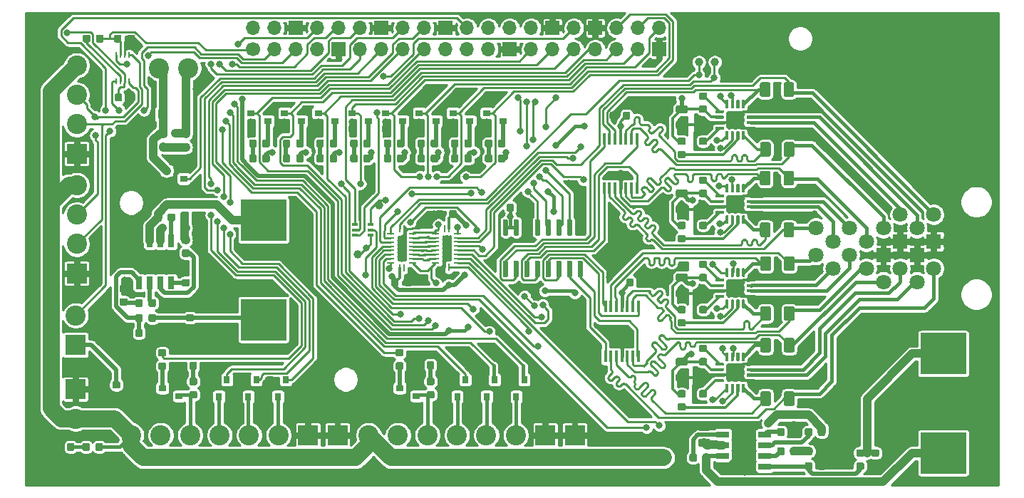
<source format=gbr>
G04 #@! TF.GenerationSoftware,KiCad,Pcbnew,(5.1.5-0-10_14)*
G04 #@! TF.CreationDate,2020-02-28T16:00:44-08:00*
G04 #@! TF.ProjectId,MotorDriverBoard_v2,4d6f746f-7244-4726-9976-6572426f6172,rev?*
G04 #@! TF.SameCoordinates,Original*
G04 #@! TF.FileFunction,Copper,L1,Top*
G04 #@! TF.FilePolarity,Positive*
%FSLAX46Y46*%
G04 Gerber Fmt 4.6, Leading zero omitted, Abs format (unit mm)*
G04 Created by KiCad (PCBNEW (5.1.5-0-10_14)) date 2020-02-28 16:00:44*
%MOMM*%
%LPD*%
G04 APERTURE LIST*
%ADD10O,1.700000X1.700000*%
%ADD11R,1.700000X1.700000*%
%ADD12C,1.700000*%
%ADD13R,0.250000X0.750000*%
%ADD14C,0.100000*%
%ADD15C,1.000000*%
%ADD16R,1.505000X0.802000*%
%ADD17R,2.613000X3.502000*%
%ADD18R,5.400000X4.900000*%
%ADD19R,3.502000X2.613000*%
%ADD20R,0.802000X1.505000*%
%ADD21R,0.900000X0.800000*%
%ADD22R,0.650000X0.400000*%
%ADD23R,0.800000X0.900000*%
%ADD24C,2.400000*%
%ADD25R,2.400000X2.400000*%
%ADD26C,1.800000*%
%ADD27R,1.800000X1.800000*%
%ADD28C,0.500000*%
%ADD29R,0.450000X1.450000*%
%ADD30R,1.000000X2.900000*%
%ADD31R,0.900000X0.240000*%
%ADD32R,0.240000X0.900000*%
%ADD33R,1.100000X1.100000*%
%ADD34C,0.800000*%
%ADD35C,0.400000*%
%ADD36C,0.500000*%
%ADD37C,0.450000*%
%ADD38C,0.350000*%
%ADD39C,0.250000*%
%ADD40C,1.000000*%
%ADD41C,2.000000*%
%ADD42C,0.254000*%
G04 APERTURE END LIST*
D10*
X143260000Y-31230000D03*
D11*
X143260000Y-33770000D03*
D10*
X140720000Y-31230000D03*
X140720000Y-33770000D03*
X138180000Y-31230000D03*
X138180000Y-33770000D03*
D11*
X135640000Y-31230000D03*
D10*
X135640000Y-33770000D03*
X133100000Y-31230000D03*
X133100000Y-33770000D03*
D11*
X130560000Y-31230000D03*
D10*
X130560000Y-33770000D03*
X128020000Y-31230000D03*
X128020000Y-33770000D03*
X125480000Y-31230000D03*
D11*
X125480000Y-33770000D03*
D10*
X122940000Y-31230000D03*
X122940000Y-33770000D03*
X120400000Y-31230000D03*
X120400000Y-33770000D03*
D11*
X117860000Y-31230000D03*
D10*
X117860000Y-33770000D03*
X115320000Y-31230000D03*
X115320000Y-33770000D03*
X112780000Y-31230000D03*
X112780000Y-33770000D03*
D11*
X110240000Y-31230000D03*
D10*
X110240000Y-33770000D03*
X107700000Y-31230000D03*
X107700000Y-33770000D03*
X105160000Y-31230000D03*
D11*
X105160000Y-33770000D03*
D10*
X102620000Y-31230000D03*
X102620000Y-33770000D03*
D11*
X100080000Y-31230000D03*
D10*
X100080000Y-33770000D03*
X97540000Y-31230000D03*
X97540000Y-33770000D03*
X95000000Y-31230000D03*
D12*
X95000000Y-33770000D03*
D13*
X80250000Y-37550000D03*
X79750000Y-37550000D03*
X79250000Y-37550000D03*
X78750000Y-37550000D03*
X78750000Y-34450000D03*
X79250000Y-34450000D03*
X79750000Y-34450000D03*
X80250000Y-34450000D03*
G04 #@! TA.AperFunction,SMDPad,CuDef*
D14*
G36*
X77027691Y-32026053D02*
G01*
X77048926Y-32029203D01*
X77069750Y-32034419D01*
X77089962Y-32041651D01*
X77109368Y-32050830D01*
X77127781Y-32061866D01*
X77145024Y-32074654D01*
X77160930Y-32089070D01*
X77175346Y-32104976D01*
X77188134Y-32122219D01*
X77199170Y-32140632D01*
X77208349Y-32160038D01*
X77215581Y-32180250D01*
X77220797Y-32201074D01*
X77223947Y-32222309D01*
X77225000Y-32243750D01*
X77225000Y-32756250D01*
X77223947Y-32777691D01*
X77220797Y-32798926D01*
X77215581Y-32819750D01*
X77208349Y-32839962D01*
X77199170Y-32859368D01*
X77188134Y-32877781D01*
X77175346Y-32895024D01*
X77160930Y-32910930D01*
X77145024Y-32925346D01*
X77127781Y-32938134D01*
X77109368Y-32949170D01*
X77089962Y-32958349D01*
X77069750Y-32965581D01*
X77048926Y-32970797D01*
X77027691Y-32973947D01*
X77006250Y-32975000D01*
X76568750Y-32975000D01*
X76547309Y-32973947D01*
X76526074Y-32970797D01*
X76505250Y-32965581D01*
X76485038Y-32958349D01*
X76465632Y-32949170D01*
X76447219Y-32938134D01*
X76429976Y-32925346D01*
X76414070Y-32910930D01*
X76399654Y-32895024D01*
X76386866Y-32877781D01*
X76375830Y-32859368D01*
X76366651Y-32839962D01*
X76359419Y-32819750D01*
X76354203Y-32798926D01*
X76351053Y-32777691D01*
X76350000Y-32756250D01*
X76350000Y-32243750D01*
X76351053Y-32222309D01*
X76354203Y-32201074D01*
X76359419Y-32180250D01*
X76366651Y-32160038D01*
X76375830Y-32140632D01*
X76386866Y-32122219D01*
X76399654Y-32104976D01*
X76414070Y-32089070D01*
X76429976Y-32074654D01*
X76447219Y-32061866D01*
X76465632Y-32050830D01*
X76485038Y-32041651D01*
X76505250Y-32034419D01*
X76526074Y-32029203D01*
X76547309Y-32026053D01*
X76568750Y-32025000D01*
X77006250Y-32025000D01*
X77027691Y-32026053D01*
G37*
G04 #@! TD.AperFunction*
G04 #@! TA.AperFunction,SMDPad,CuDef*
G36*
X75452691Y-32026053D02*
G01*
X75473926Y-32029203D01*
X75494750Y-32034419D01*
X75514962Y-32041651D01*
X75534368Y-32050830D01*
X75552781Y-32061866D01*
X75570024Y-32074654D01*
X75585930Y-32089070D01*
X75600346Y-32104976D01*
X75613134Y-32122219D01*
X75624170Y-32140632D01*
X75633349Y-32160038D01*
X75640581Y-32180250D01*
X75645797Y-32201074D01*
X75648947Y-32222309D01*
X75650000Y-32243750D01*
X75650000Y-32756250D01*
X75648947Y-32777691D01*
X75645797Y-32798926D01*
X75640581Y-32819750D01*
X75633349Y-32839962D01*
X75624170Y-32859368D01*
X75613134Y-32877781D01*
X75600346Y-32895024D01*
X75585930Y-32910930D01*
X75570024Y-32925346D01*
X75552781Y-32938134D01*
X75534368Y-32949170D01*
X75514962Y-32958349D01*
X75494750Y-32965581D01*
X75473926Y-32970797D01*
X75452691Y-32973947D01*
X75431250Y-32975000D01*
X74993750Y-32975000D01*
X74972309Y-32973947D01*
X74951074Y-32970797D01*
X74930250Y-32965581D01*
X74910038Y-32958349D01*
X74890632Y-32949170D01*
X74872219Y-32938134D01*
X74854976Y-32925346D01*
X74839070Y-32910930D01*
X74824654Y-32895024D01*
X74811866Y-32877781D01*
X74800830Y-32859368D01*
X74791651Y-32839962D01*
X74784419Y-32819750D01*
X74779203Y-32798926D01*
X74776053Y-32777691D01*
X74775000Y-32756250D01*
X74775000Y-32243750D01*
X74776053Y-32222309D01*
X74779203Y-32201074D01*
X74784419Y-32180250D01*
X74791651Y-32160038D01*
X74800830Y-32140632D01*
X74811866Y-32122219D01*
X74824654Y-32104976D01*
X74839070Y-32089070D01*
X74854976Y-32074654D01*
X74872219Y-32061866D01*
X74890632Y-32050830D01*
X74910038Y-32041651D01*
X74930250Y-32034419D01*
X74951074Y-32029203D01*
X74972309Y-32026053D01*
X74993750Y-32025000D01*
X75431250Y-32025000D01*
X75452691Y-32026053D01*
G37*
G04 #@! TD.AperFunction*
G04 #@! TA.AperFunction,SMDPad,CuDef*
G36*
X79240191Y-39026053D02*
G01*
X79261426Y-39029203D01*
X79282250Y-39034419D01*
X79302462Y-39041651D01*
X79321868Y-39050830D01*
X79340281Y-39061866D01*
X79357524Y-39074654D01*
X79373430Y-39089070D01*
X79387846Y-39104976D01*
X79400634Y-39122219D01*
X79411670Y-39140632D01*
X79420849Y-39160038D01*
X79428081Y-39180250D01*
X79433297Y-39201074D01*
X79436447Y-39222309D01*
X79437500Y-39243750D01*
X79437500Y-39756250D01*
X79436447Y-39777691D01*
X79433297Y-39798926D01*
X79428081Y-39819750D01*
X79420849Y-39839962D01*
X79411670Y-39859368D01*
X79400634Y-39877781D01*
X79387846Y-39895024D01*
X79373430Y-39910930D01*
X79357524Y-39925346D01*
X79340281Y-39938134D01*
X79321868Y-39949170D01*
X79302462Y-39958349D01*
X79282250Y-39965581D01*
X79261426Y-39970797D01*
X79240191Y-39973947D01*
X79218750Y-39975000D01*
X78781250Y-39975000D01*
X78759809Y-39973947D01*
X78738574Y-39970797D01*
X78717750Y-39965581D01*
X78697538Y-39958349D01*
X78678132Y-39949170D01*
X78659719Y-39938134D01*
X78642476Y-39925346D01*
X78626570Y-39910930D01*
X78612154Y-39895024D01*
X78599366Y-39877781D01*
X78588330Y-39859368D01*
X78579151Y-39839962D01*
X78571919Y-39819750D01*
X78566703Y-39798926D01*
X78563553Y-39777691D01*
X78562500Y-39756250D01*
X78562500Y-39243750D01*
X78563553Y-39222309D01*
X78566703Y-39201074D01*
X78571919Y-39180250D01*
X78579151Y-39160038D01*
X78588330Y-39140632D01*
X78599366Y-39122219D01*
X78612154Y-39104976D01*
X78626570Y-39089070D01*
X78642476Y-39074654D01*
X78659719Y-39061866D01*
X78678132Y-39050830D01*
X78697538Y-39041651D01*
X78717750Y-39034419D01*
X78738574Y-39029203D01*
X78759809Y-39026053D01*
X78781250Y-39025000D01*
X79218750Y-39025000D01*
X79240191Y-39026053D01*
G37*
G04 #@! TD.AperFunction*
G04 #@! TA.AperFunction,SMDPad,CuDef*
G36*
X80815191Y-39026053D02*
G01*
X80836426Y-39029203D01*
X80857250Y-39034419D01*
X80877462Y-39041651D01*
X80896868Y-39050830D01*
X80915281Y-39061866D01*
X80932524Y-39074654D01*
X80948430Y-39089070D01*
X80962846Y-39104976D01*
X80975634Y-39122219D01*
X80986670Y-39140632D01*
X80995849Y-39160038D01*
X81003081Y-39180250D01*
X81008297Y-39201074D01*
X81011447Y-39222309D01*
X81012500Y-39243750D01*
X81012500Y-39756250D01*
X81011447Y-39777691D01*
X81008297Y-39798926D01*
X81003081Y-39819750D01*
X80995849Y-39839962D01*
X80986670Y-39859368D01*
X80975634Y-39877781D01*
X80962846Y-39895024D01*
X80948430Y-39910930D01*
X80932524Y-39925346D01*
X80915281Y-39938134D01*
X80896868Y-39949170D01*
X80877462Y-39958349D01*
X80857250Y-39965581D01*
X80836426Y-39970797D01*
X80815191Y-39973947D01*
X80793750Y-39975000D01*
X80356250Y-39975000D01*
X80334809Y-39973947D01*
X80313574Y-39970797D01*
X80292750Y-39965581D01*
X80272538Y-39958349D01*
X80253132Y-39949170D01*
X80234719Y-39938134D01*
X80217476Y-39925346D01*
X80201570Y-39910930D01*
X80187154Y-39895024D01*
X80174366Y-39877781D01*
X80163330Y-39859368D01*
X80154151Y-39839962D01*
X80146919Y-39819750D01*
X80141703Y-39798926D01*
X80138553Y-39777691D01*
X80137500Y-39756250D01*
X80137500Y-39243750D01*
X80138553Y-39222309D01*
X80141703Y-39201074D01*
X80146919Y-39180250D01*
X80154151Y-39160038D01*
X80163330Y-39140632D01*
X80174366Y-39122219D01*
X80187154Y-39104976D01*
X80201570Y-39089070D01*
X80217476Y-39074654D01*
X80234719Y-39061866D01*
X80253132Y-39050830D01*
X80272538Y-39041651D01*
X80292750Y-39034419D01*
X80313574Y-39029203D01*
X80334809Y-39026053D01*
X80356250Y-39025000D01*
X80793750Y-39025000D01*
X80815191Y-39026053D01*
G37*
G04 #@! TD.AperFunction*
G04 #@! TA.AperFunction,SMDPad,CuDef*
G36*
X80740191Y-32026053D02*
G01*
X80761426Y-32029203D01*
X80782250Y-32034419D01*
X80802462Y-32041651D01*
X80821868Y-32050830D01*
X80840281Y-32061866D01*
X80857524Y-32074654D01*
X80873430Y-32089070D01*
X80887846Y-32104976D01*
X80900634Y-32122219D01*
X80911670Y-32140632D01*
X80920849Y-32160038D01*
X80928081Y-32180250D01*
X80933297Y-32201074D01*
X80936447Y-32222309D01*
X80937500Y-32243750D01*
X80937500Y-32756250D01*
X80936447Y-32777691D01*
X80933297Y-32798926D01*
X80928081Y-32819750D01*
X80920849Y-32839962D01*
X80911670Y-32859368D01*
X80900634Y-32877781D01*
X80887846Y-32895024D01*
X80873430Y-32910930D01*
X80857524Y-32925346D01*
X80840281Y-32938134D01*
X80821868Y-32949170D01*
X80802462Y-32958349D01*
X80782250Y-32965581D01*
X80761426Y-32970797D01*
X80740191Y-32973947D01*
X80718750Y-32975000D01*
X80281250Y-32975000D01*
X80259809Y-32973947D01*
X80238574Y-32970797D01*
X80217750Y-32965581D01*
X80197538Y-32958349D01*
X80178132Y-32949170D01*
X80159719Y-32938134D01*
X80142476Y-32925346D01*
X80126570Y-32910930D01*
X80112154Y-32895024D01*
X80099366Y-32877781D01*
X80088330Y-32859368D01*
X80079151Y-32839962D01*
X80071919Y-32819750D01*
X80066703Y-32798926D01*
X80063553Y-32777691D01*
X80062500Y-32756250D01*
X80062500Y-32243750D01*
X80063553Y-32222309D01*
X80066703Y-32201074D01*
X80071919Y-32180250D01*
X80079151Y-32160038D01*
X80088330Y-32140632D01*
X80099366Y-32122219D01*
X80112154Y-32104976D01*
X80126570Y-32089070D01*
X80142476Y-32074654D01*
X80159719Y-32061866D01*
X80178132Y-32050830D01*
X80197538Y-32041651D01*
X80217750Y-32034419D01*
X80238574Y-32029203D01*
X80259809Y-32026053D01*
X80281250Y-32025000D01*
X80718750Y-32025000D01*
X80740191Y-32026053D01*
G37*
G04 #@! TD.AperFunction*
G04 #@! TA.AperFunction,SMDPad,CuDef*
G36*
X79165191Y-32026053D02*
G01*
X79186426Y-32029203D01*
X79207250Y-32034419D01*
X79227462Y-32041651D01*
X79246868Y-32050830D01*
X79265281Y-32061866D01*
X79282524Y-32074654D01*
X79298430Y-32089070D01*
X79312846Y-32104976D01*
X79325634Y-32122219D01*
X79336670Y-32140632D01*
X79345849Y-32160038D01*
X79353081Y-32180250D01*
X79358297Y-32201074D01*
X79361447Y-32222309D01*
X79362500Y-32243750D01*
X79362500Y-32756250D01*
X79361447Y-32777691D01*
X79358297Y-32798926D01*
X79353081Y-32819750D01*
X79345849Y-32839962D01*
X79336670Y-32859368D01*
X79325634Y-32877781D01*
X79312846Y-32895024D01*
X79298430Y-32910930D01*
X79282524Y-32925346D01*
X79265281Y-32938134D01*
X79246868Y-32949170D01*
X79227462Y-32958349D01*
X79207250Y-32965581D01*
X79186426Y-32970797D01*
X79165191Y-32973947D01*
X79143750Y-32975000D01*
X78706250Y-32975000D01*
X78684809Y-32973947D01*
X78663574Y-32970797D01*
X78642750Y-32965581D01*
X78622538Y-32958349D01*
X78603132Y-32949170D01*
X78584719Y-32938134D01*
X78567476Y-32925346D01*
X78551570Y-32910930D01*
X78537154Y-32895024D01*
X78524366Y-32877781D01*
X78513330Y-32859368D01*
X78504151Y-32839962D01*
X78496919Y-32819750D01*
X78491703Y-32798926D01*
X78488553Y-32777691D01*
X78487500Y-32756250D01*
X78487500Y-32243750D01*
X78488553Y-32222309D01*
X78491703Y-32201074D01*
X78496919Y-32180250D01*
X78504151Y-32160038D01*
X78513330Y-32140632D01*
X78524366Y-32122219D01*
X78537154Y-32104976D01*
X78551570Y-32089070D01*
X78567476Y-32074654D01*
X78584719Y-32061866D01*
X78603132Y-32050830D01*
X78622538Y-32041651D01*
X78642750Y-32034419D01*
X78663574Y-32029203D01*
X78684809Y-32026053D01*
X78706250Y-32025000D01*
X79143750Y-32025000D01*
X79165191Y-32026053D01*
G37*
G04 #@! TD.AperFunction*
G04 #@! TA.AperFunction,SMDPad,CuDef*
G36*
X156298704Y-68061804D02*
G01*
X156322973Y-68065404D01*
X156346771Y-68071365D01*
X156369871Y-68079630D01*
X156392049Y-68090120D01*
X156413093Y-68102733D01*
X156432798Y-68117347D01*
X156450977Y-68133823D01*
X156467453Y-68152002D01*
X156482067Y-68171707D01*
X156494680Y-68192751D01*
X156505170Y-68214929D01*
X156513435Y-68238029D01*
X156519396Y-68261827D01*
X156522996Y-68286096D01*
X156524200Y-68310600D01*
X156524200Y-69560600D01*
X156522996Y-69585104D01*
X156519396Y-69609373D01*
X156513435Y-69633171D01*
X156505170Y-69656271D01*
X156494680Y-69678449D01*
X156482067Y-69699493D01*
X156467453Y-69719198D01*
X156450977Y-69737377D01*
X156432798Y-69753853D01*
X156413093Y-69768467D01*
X156392049Y-69781080D01*
X156369871Y-69791570D01*
X156346771Y-69799835D01*
X156322973Y-69805796D01*
X156298704Y-69809396D01*
X156274200Y-69810600D01*
X155524200Y-69810600D01*
X155499696Y-69809396D01*
X155475427Y-69805796D01*
X155451629Y-69799835D01*
X155428529Y-69791570D01*
X155406351Y-69781080D01*
X155385307Y-69768467D01*
X155365602Y-69753853D01*
X155347423Y-69737377D01*
X155330947Y-69719198D01*
X155316333Y-69699493D01*
X155303720Y-69678449D01*
X155293230Y-69656271D01*
X155284965Y-69633171D01*
X155279004Y-69609373D01*
X155275404Y-69585104D01*
X155274200Y-69560600D01*
X155274200Y-68310600D01*
X155275404Y-68286096D01*
X155279004Y-68261827D01*
X155284965Y-68238029D01*
X155293230Y-68214929D01*
X155303720Y-68192751D01*
X155316333Y-68171707D01*
X155330947Y-68152002D01*
X155347423Y-68133823D01*
X155365602Y-68117347D01*
X155385307Y-68102733D01*
X155406351Y-68090120D01*
X155428529Y-68079630D01*
X155451629Y-68071365D01*
X155475427Y-68065404D01*
X155499696Y-68061804D01*
X155524200Y-68060600D01*
X156274200Y-68060600D01*
X156298704Y-68061804D01*
G37*
G04 #@! TD.AperFunction*
G04 #@! TA.AperFunction,SMDPad,CuDef*
G36*
X159098704Y-68061804D02*
G01*
X159122973Y-68065404D01*
X159146771Y-68071365D01*
X159169871Y-68079630D01*
X159192049Y-68090120D01*
X159213093Y-68102733D01*
X159232798Y-68117347D01*
X159250977Y-68133823D01*
X159267453Y-68152002D01*
X159282067Y-68171707D01*
X159294680Y-68192751D01*
X159305170Y-68214929D01*
X159313435Y-68238029D01*
X159319396Y-68261827D01*
X159322996Y-68286096D01*
X159324200Y-68310600D01*
X159324200Y-69560600D01*
X159322996Y-69585104D01*
X159319396Y-69609373D01*
X159313435Y-69633171D01*
X159305170Y-69656271D01*
X159294680Y-69678449D01*
X159282067Y-69699493D01*
X159267453Y-69719198D01*
X159250977Y-69737377D01*
X159232798Y-69753853D01*
X159213093Y-69768467D01*
X159192049Y-69781080D01*
X159169871Y-69791570D01*
X159146771Y-69799835D01*
X159122973Y-69805796D01*
X159098704Y-69809396D01*
X159074200Y-69810600D01*
X158324200Y-69810600D01*
X158299696Y-69809396D01*
X158275427Y-69805796D01*
X158251629Y-69799835D01*
X158228529Y-69791570D01*
X158206351Y-69781080D01*
X158185307Y-69768467D01*
X158165602Y-69753853D01*
X158147423Y-69737377D01*
X158130947Y-69719198D01*
X158116333Y-69699493D01*
X158103720Y-69678449D01*
X158093230Y-69656271D01*
X158084965Y-69633171D01*
X158079004Y-69609373D01*
X158075404Y-69585104D01*
X158074200Y-69560600D01*
X158074200Y-68310600D01*
X158075404Y-68286096D01*
X158079004Y-68261827D01*
X158084965Y-68238029D01*
X158093230Y-68214929D01*
X158103720Y-68192751D01*
X158116333Y-68171707D01*
X158130947Y-68152002D01*
X158147423Y-68133823D01*
X158165602Y-68117347D01*
X158185307Y-68102733D01*
X158206351Y-68090120D01*
X158228529Y-68079630D01*
X158251629Y-68071365D01*
X158275427Y-68065404D01*
X158299696Y-68061804D01*
X158324200Y-68060600D01*
X159074200Y-68060600D01*
X159098704Y-68061804D01*
G37*
G04 #@! TD.AperFunction*
G04 #@! TA.AperFunction,SMDPad,CuDef*
G36*
X156298704Y-58359004D02*
G01*
X156322973Y-58362604D01*
X156346771Y-58368565D01*
X156369871Y-58376830D01*
X156392049Y-58387320D01*
X156413093Y-58399933D01*
X156432798Y-58414547D01*
X156450977Y-58431023D01*
X156467453Y-58449202D01*
X156482067Y-58468907D01*
X156494680Y-58489951D01*
X156505170Y-58512129D01*
X156513435Y-58535229D01*
X156519396Y-58559027D01*
X156522996Y-58583296D01*
X156524200Y-58607800D01*
X156524200Y-59857800D01*
X156522996Y-59882304D01*
X156519396Y-59906573D01*
X156513435Y-59930371D01*
X156505170Y-59953471D01*
X156494680Y-59975649D01*
X156482067Y-59996693D01*
X156467453Y-60016398D01*
X156450977Y-60034577D01*
X156432798Y-60051053D01*
X156413093Y-60065667D01*
X156392049Y-60078280D01*
X156369871Y-60088770D01*
X156346771Y-60097035D01*
X156322973Y-60102996D01*
X156298704Y-60106596D01*
X156274200Y-60107800D01*
X155524200Y-60107800D01*
X155499696Y-60106596D01*
X155475427Y-60102996D01*
X155451629Y-60097035D01*
X155428529Y-60088770D01*
X155406351Y-60078280D01*
X155385307Y-60065667D01*
X155365602Y-60051053D01*
X155347423Y-60034577D01*
X155330947Y-60016398D01*
X155316333Y-59996693D01*
X155303720Y-59975649D01*
X155293230Y-59953471D01*
X155284965Y-59930371D01*
X155279004Y-59906573D01*
X155275404Y-59882304D01*
X155274200Y-59857800D01*
X155274200Y-58607800D01*
X155275404Y-58583296D01*
X155279004Y-58559027D01*
X155284965Y-58535229D01*
X155293230Y-58512129D01*
X155303720Y-58489951D01*
X155316333Y-58468907D01*
X155330947Y-58449202D01*
X155347423Y-58431023D01*
X155365602Y-58414547D01*
X155385307Y-58399933D01*
X155406351Y-58387320D01*
X155428529Y-58376830D01*
X155451629Y-58368565D01*
X155475427Y-58362604D01*
X155499696Y-58359004D01*
X155524200Y-58357800D01*
X156274200Y-58357800D01*
X156298704Y-58359004D01*
G37*
G04 #@! TD.AperFunction*
G04 #@! TA.AperFunction,SMDPad,CuDef*
G36*
X159098704Y-58359004D02*
G01*
X159122973Y-58362604D01*
X159146771Y-58368565D01*
X159169871Y-58376830D01*
X159192049Y-58387320D01*
X159213093Y-58399933D01*
X159232798Y-58414547D01*
X159250977Y-58431023D01*
X159267453Y-58449202D01*
X159282067Y-58468907D01*
X159294680Y-58489951D01*
X159305170Y-58512129D01*
X159313435Y-58535229D01*
X159319396Y-58559027D01*
X159322996Y-58583296D01*
X159324200Y-58607800D01*
X159324200Y-59857800D01*
X159322996Y-59882304D01*
X159319396Y-59906573D01*
X159313435Y-59930371D01*
X159305170Y-59953471D01*
X159294680Y-59975649D01*
X159282067Y-59996693D01*
X159267453Y-60016398D01*
X159250977Y-60034577D01*
X159232798Y-60051053D01*
X159213093Y-60065667D01*
X159192049Y-60078280D01*
X159169871Y-60088770D01*
X159146771Y-60097035D01*
X159122973Y-60102996D01*
X159098704Y-60106596D01*
X159074200Y-60107800D01*
X158324200Y-60107800D01*
X158299696Y-60106596D01*
X158275427Y-60102996D01*
X158251629Y-60097035D01*
X158228529Y-60088770D01*
X158206351Y-60078280D01*
X158185307Y-60065667D01*
X158165602Y-60051053D01*
X158147423Y-60034577D01*
X158130947Y-60016398D01*
X158116333Y-59996693D01*
X158103720Y-59975649D01*
X158093230Y-59953471D01*
X158084965Y-59930371D01*
X158079004Y-59906573D01*
X158075404Y-59882304D01*
X158074200Y-59857800D01*
X158074200Y-58607800D01*
X158075404Y-58583296D01*
X158079004Y-58559027D01*
X158084965Y-58535229D01*
X158093230Y-58512129D01*
X158103720Y-58489951D01*
X158116333Y-58468907D01*
X158130947Y-58449202D01*
X158147423Y-58431023D01*
X158165602Y-58414547D01*
X158185307Y-58399933D01*
X158206351Y-58387320D01*
X158228529Y-58376830D01*
X158251629Y-58368565D01*
X158275427Y-58362604D01*
X158299696Y-58359004D01*
X158324200Y-58357800D01*
X159074200Y-58357800D01*
X159098704Y-58359004D01*
G37*
G04 #@! TD.AperFunction*
G04 #@! TA.AperFunction,SMDPad,CuDef*
G36*
X156247904Y-48199004D02*
G01*
X156272173Y-48202604D01*
X156295971Y-48208565D01*
X156319071Y-48216830D01*
X156341249Y-48227320D01*
X156362293Y-48239933D01*
X156381998Y-48254547D01*
X156400177Y-48271023D01*
X156416653Y-48289202D01*
X156431267Y-48308907D01*
X156443880Y-48329951D01*
X156454370Y-48352129D01*
X156462635Y-48375229D01*
X156468596Y-48399027D01*
X156472196Y-48423296D01*
X156473400Y-48447800D01*
X156473400Y-49697800D01*
X156472196Y-49722304D01*
X156468596Y-49746573D01*
X156462635Y-49770371D01*
X156454370Y-49793471D01*
X156443880Y-49815649D01*
X156431267Y-49836693D01*
X156416653Y-49856398D01*
X156400177Y-49874577D01*
X156381998Y-49891053D01*
X156362293Y-49905667D01*
X156341249Y-49918280D01*
X156319071Y-49928770D01*
X156295971Y-49937035D01*
X156272173Y-49942996D01*
X156247904Y-49946596D01*
X156223400Y-49947800D01*
X155473400Y-49947800D01*
X155448896Y-49946596D01*
X155424627Y-49942996D01*
X155400829Y-49937035D01*
X155377729Y-49928770D01*
X155355551Y-49918280D01*
X155334507Y-49905667D01*
X155314802Y-49891053D01*
X155296623Y-49874577D01*
X155280147Y-49856398D01*
X155265533Y-49836693D01*
X155252920Y-49815649D01*
X155242430Y-49793471D01*
X155234165Y-49770371D01*
X155228204Y-49746573D01*
X155224604Y-49722304D01*
X155223400Y-49697800D01*
X155223400Y-48447800D01*
X155224604Y-48423296D01*
X155228204Y-48399027D01*
X155234165Y-48375229D01*
X155242430Y-48352129D01*
X155252920Y-48329951D01*
X155265533Y-48308907D01*
X155280147Y-48289202D01*
X155296623Y-48271023D01*
X155314802Y-48254547D01*
X155334507Y-48239933D01*
X155355551Y-48227320D01*
X155377729Y-48216830D01*
X155400829Y-48208565D01*
X155424627Y-48202604D01*
X155448896Y-48199004D01*
X155473400Y-48197800D01*
X156223400Y-48197800D01*
X156247904Y-48199004D01*
G37*
G04 #@! TD.AperFunction*
G04 #@! TA.AperFunction,SMDPad,CuDef*
G36*
X159047904Y-48199004D02*
G01*
X159072173Y-48202604D01*
X159095971Y-48208565D01*
X159119071Y-48216830D01*
X159141249Y-48227320D01*
X159162293Y-48239933D01*
X159181998Y-48254547D01*
X159200177Y-48271023D01*
X159216653Y-48289202D01*
X159231267Y-48308907D01*
X159243880Y-48329951D01*
X159254370Y-48352129D01*
X159262635Y-48375229D01*
X159268596Y-48399027D01*
X159272196Y-48423296D01*
X159273400Y-48447800D01*
X159273400Y-49697800D01*
X159272196Y-49722304D01*
X159268596Y-49746573D01*
X159262635Y-49770371D01*
X159254370Y-49793471D01*
X159243880Y-49815649D01*
X159231267Y-49836693D01*
X159216653Y-49856398D01*
X159200177Y-49874577D01*
X159181998Y-49891053D01*
X159162293Y-49905667D01*
X159141249Y-49918280D01*
X159119071Y-49928770D01*
X159095971Y-49937035D01*
X159072173Y-49942996D01*
X159047904Y-49946596D01*
X159023400Y-49947800D01*
X158273400Y-49947800D01*
X158248896Y-49946596D01*
X158224627Y-49942996D01*
X158200829Y-49937035D01*
X158177729Y-49928770D01*
X158155551Y-49918280D01*
X158134507Y-49905667D01*
X158114802Y-49891053D01*
X158096623Y-49874577D01*
X158080147Y-49856398D01*
X158065533Y-49836693D01*
X158052920Y-49815649D01*
X158042430Y-49793471D01*
X158034165Y-49770371D01*
X158028204Y-49746573D01*
X158024604Y-49722304D01*
X158023400Y-49697800D01*
X158023400Y-48447800D01*
X158024604Y-48423296D01*
X158028204Y-48399027D01*
X158034165Y-48375229D01*
X158042430Y-48352129D01*
X158052920Y-48329951D01*
X158065533Y-48308907D01*
X158080147Y-48289202D01*
X158096623Y-48271023D01*
X158114802Y-48254547D01*
X158134507Y-48239933D01*
X158155551Y-48227320D01*
X158177729Y-48216830D01*
X158200829Y-48208565D01*
X158224627Y-48202604D01*
X158248896Y-48199004D01*
X158273400Y-48197800D01*
X159023400Y-48197800D01*
X159047904Y-48199004D01*
G37*
G04 #@! TD.AperFunction*
G04 #@! TA.AperFunction,SMDPad,CuDef*
G36*
X156247904Y-37683404D02*
G01*
X156272173Y-37687004D01*
X156295971Y-37692965D01*
X156319071Y-37701230D01*
X156341249Y-37711720D01*
X156362293Y-37724333D01*
X156381998Y-37738947D01*
X156400177Y-37755423D01*
X156416653Y-37773602D01*
X156431267Y-37793307D01*
X156443880Y-37814351D01*
X156454370Y-37836529D01*
X156462635Y-37859629D01*
X156468596Y-37883427D01*
X156472196Y-37907696D01*
X156473400Y-37932200D01*
X156473400Y-39182200D01*
X156472196Y-39206704D01*
X156468596Y-39230973D01*
X156462635Y-39254771D01*
X156454370Y-39277871D01*
X156443880Y-39300049D01*
X156431267Y-39321093D01*
X156416653Y-39340798D01*
X156400177Y-39358977D01*
X156381998Y-39375453D01*
X156362293Y-39390067D01*
X156341249Y-39402680D01*
X156319071Y-39413170D01*
X156295971Y-39421435D01*
X156272173Y-39427396D01*
X156247904Y-39430996D01*
X156223400Y-39432200D01*
X155473400Y-39432200D01*
X155448896Y-39430996D01*
X155424627Y-39427396D01*
X155400829Y-39421435D01*
X155377729Y-39413170D01*
X155355551Y-39402680D01*
X155334507Y-39390067D01*
X155314802Y-39375453D01*
X155296623Y-39358977D01*
X155280147Y-39340798D01*
X155265533Y-39321093D01*
X155252920Y-39300049D01*
X155242430Y-39277871D01*
X155234165Y-39254771D01*
X155228204Y-39230973D01*
X155224604Y-39206704D01*
X155223400Y-39182200D01*
X155223400Y-37932200D01*
X155224604Y-37907696D01*
X155228204Y-37883427D01*
X155234165Y-37859629D01*
X155242430Y-37836529D01*
X155252920Y-37814351D01*
X155265533Y-37793307D01*
X155280147Y-37773602D01*
X155296623Y-37755423D01*
X155314802Y-37738947D01*
X155334507Y-37724333D01*
X155355551Y-37711720D01*
X155377729Y-37701230D01*
X155400829Y-37692965D01*
X155424627Y-37687004D01*
X155448896Y-37683404D01*
X155473400Y-37682200D01*
X156223400Y-37682200D01*
X156247904Y-37683404D01*
G37*
G04 #@! TD.AperFunction*
G04 #@! TA.AperFunction,SMDPad,CuDef*
G36*
X159047904Y-37683404D02*
G01*
X159072173Y-37687004D01*
X159095971Y-37692965D01*
X159119071Y-37701230D01*
X159141249Y-37711720D01*
X159162293Y-37724333D01*
X159181998Y-37738947D01*
X159200177Y-37755423D01*
X159216653Y-37773602D01*
X159231267Y-37793307D01*
X159243880Y-37814351D01*
X159254370Y-37836529D01*
X159262635Y-37859629D01*
X159268596Y-37883427D01*
X159272196Y-37907696D01*
X159273400Y-37932200D01*
X159273400Y-39182200D01*
X159272196Y-39206704D01*
X159268596Y-39230973D01*
X159262635Y-39254771D01*
X159254370Y-39277871D01*
X159243880Y-39300049D01*
X159231267Y-39321093D01*
X159216653Y-39340798D01*
X159200177Y-39358977D01*
X159181998Y-39375453D01*
X159162293Y-39390067D01*
X159141249Y-39402680D01*
X159119071Y-39413170D01*
X159095971Y-39421435D01*
X159072173Y-39427396D01*
X159047904Y-39430996D01*
X159023400Y-39432200D01*
X158273400Y-39432200D01*
X158248896Y-39430996D01*
X158224627Y-39427396D01*
X158200829Y-39421435D01*
X158177729Y-39413170D01*
X158155551Y-39402680D01*
X158134507Y-39390067D01*
X158114802Y-39375453D01*
X158096623Y-39358977D01*
X158080147Y-39340798D01*
X158065533Y-39321093D01*
X158052920Y-39300049D01*
X158042430Y-39277871D01*
X158034165Y-39254771D01*
X158028204Y-39230973D01*
X158024604Y-39206704D01*
X158023400Y-39182200D01*
X158023400Y-37932200D01*
X158024604Y-37907696D01*
X158028204Y-37883427D01*
X158034165Y-37859629D01*
X158042430Y-37836529D01*
X158052920Y-37814351D01*
X158065533Y-37793307D01*
X158080147Y-37773602D01*
X158096623Y-37755423D01*
X158114802Y-37738947D01*
X158134507Y-37724333D01*
X158155551Y-37711720D01*
X158177729Y-37701230D01*
X158200829Y-37692965D01*
X158224627Y-37687004D01*
X158248896Y-37683404D01*
X158273400Y-37682200D01*
X159023400Y-37682200D01*
X159047904Y-37683404D01*
G37*
G04 #@! TD.AperFunction*
G04 #@! TA.AperFunction,SMDPad,CuDef*
G36*
X159098704Y-74411804D02*
G01*
X159122973Y-74415404D01*
X159146771Y-74421365D01*
X159169871Y-74429630D01*
X159192049Y-74440120D01*
X159213093Y-74452733D01*
X159232798Y-74467347D01*
X159250977Y-74483823D01*
X159267453Y-74502002D01*
X159282067Y-74521707D01*
X159294680Y-74542751D01*
X159305170Y-74564929D01*
X159313435Y-74588029D01*
X159319396Y-74611827D01*
X159322996Y-74636096D01*
X159324200Y-74660600D01*
X159324200Y-75910600D01*
X159322996Y-75935104D01*
X159319396Y-75959373D01*
X159313435Y-75983171D01*
X159305170Y-76006271D01*
X159294680Y-76028449D01*
X159282067Y-76049493D01*
X159267453Y-76069198D01*
X159250977Y-76087377D01*
X159232798Y-76103853D01*
X159213093Y-76118467D01*
X159192049Y-76131080D01*
X159169871Y-76141570D01*
X159146771Y-76149835D01*
X159122973Y-76155796D01*
X159098704Y-76159396D01*
X159074200Y-76160600D01*
X158324200Y-76160600D01*
X158299696Y-76159396D01*
X158275427Y-76155796D01*
X158251629Y-76149835D01*
X158228529Y-76141570D01*
X158206351Y-76131080D01*
X158185307Y-76118467D01*
X158165602Y-76103853D01*
X158147423Y-76087377D01*
X158130947Y-76069198D01*
X158116333Y-76049493D01*
X158103720Y-76028449D01*
X158093230Y-76006271D01*
X158084965Y-75983171D01*
X158079004Y-75959373D01*
X158075404Y-75935104D01*
X158074200Y-75910600D01*
X158074200Y-74660600D01*
X158075404Y-74636096D01*
X158079004Y-74611827D01*
X158084965Y-74588029D01*
X158093230Y-74564929D01*
X158103720Y-74542751D01*
X158116333Y-74521707D01*
X158130947Y-74502002D01*
X158147423Y-74483823D01*
X158165602Y-74467347D01*
X158185307Y-74452733D01*
X158206351Y-74440120D01*
X158228529Y-74429630D01*
X158251629Y-74421365D01*
X158275427Y-74415404D01*
X158299696Y-74411804D01*
X158324200Y-74410600D01*
X159074200Y-74410600D01*
X159098704Y-74411804D01*
G37*
G04 #@! TD.AperFunction*
G04 #@! TA.AperFunction,SMDPad,CuDef*
G36*
X156298704Y-74411804D02*
G01*
X156322973Y-74415404D01*
X156346771Y-74421365D01*
X156369871Y-74429630D01*
X156392049Y-74440120D01*
X156413093Y-74452733D01*
X156432798Y-74467347D01*
X156450977Y-74483823D01*
X156467453Y-74502002D01*
X156482067Y-74521707D01*
X156494680Y-74542751D01*
X156505170Y-74564929D01*
X156513435Y-74588029D01*
X156519396Y-74611827D01*
X156522996Y-74636096D01*
X156524200Y-74660600D01*
X156524200Y-75910600D01*
X156522996Y-75935104D01*
X156519396Y-75959373D01*
X156513435Y-75983171D01*
X156505170Y-76006271D01*
X156494680Y-76028449D01*
X156482067Y-76049493D01*
X156467453Y-76069198D01*
X156450977Y-76087377D01*
X156432798Y-76103853D01*
X156413093Y-76118467D01*
X156392049Y-76131080D01*
X156369871Y-76141570D01*
X156346771Y-76149835D01*
X156322973Y-76155796D01*
X156298704Y-76159396D01*
X156274200Y-76160600D01*
X155524200Y-76160600D01*
X155499696Y-76159396D01*
X155475427Y-76155796D01*
X155451629Y-76149835D01*
X155428529Y-76141570D01*
X155406351Y-76131080D01*
X155385307Y-76118467D01*
X155365602Y-76103853D01*
X155347423Y-76087377D01*
X155330947Y-76069198D01*
X155316333Y-76049493D01*
X155303720Y-76028449D01*
X155293230Y-76006271D01*
X155284965Y-75983171D01*
X155279004Y-75959373D01*
X155275404Y-75935104D01*
X155274200Y-75910600D01*
X155274200Y-74660600D01*
X155275404Y-74636096D01*
X155279004Y-74611827D01*
X155284965Y-74588029D01*
X155293230Y-74564929D01*
X155303720Y-74542751D01*
X155316333Y-74521707D01*
X155330947Y-74502002D01*
X155347423Y-74483823D01*
X155365602Y-74467347D01*
X155385307Y-74452733D01*
X155406351Y-74440120D01*
X155428529Y-74429630D01*
X155451629Y-74421365D01*
X155475427Y-74415404D01*
X155499696Y-74411804D01*
X155524200Y-74410600D01*
X156274200Y-74410600D01*
X156298704Y-74411804D01*
G37*
G04 #@! TD.AperFunction*
G04 #@! TA.AperFunction,SMDPad,CuDef*
G36*
X159098704Y-64302604D02*
G01*
X159122973Y-64306204D01*
X159146771Y-64312165D01*
X159169871Y-64320430D01*
X159192049Y-64330920D01*
X159213093Y-64343533D01*
X159232798Y-64358147D01*
X159250977Y-64374623D01*
X159267453Y-64392802D01*
X159282067Y-64412507D01*
X159294680Y-64433551D01*
X159305170Y-64455729D01*
X159313435Y-64478829D01*
X159319396Y-64502627D01*
X159322996Y-64526896D01*
X159324200Y-64551400D01*
X159324200Y-65801400D01*
X159322996Y-65825904D01*
X159319396Y-65850173D01*
X159313435Y-65873971D01*
X159305170Y-65897071D01*
X159294680Y-65919249D01*
X159282067Y-65940293D01*
X159267453Y-65959998D01*
X159250977Y-65978177D01*
X159232798Y-65994653D01*
X159213093Y-66009267D01*
X159192049Y-66021880D01*
X159169871Y-66032370D01*
X159146771Y-66040635D01*
X159122973Y-66046596D01*
X159098704Y-66050196D01*
X159074200Y-66051400D01*
X158324200Y-66051400D01*
X158299696Y-66050196D01*
X158275427Y-66046596D01*
X158251629Y-66040635D01*
X158228529Y-66032370D01*
X158206351Y-66021880D01*
X158185307Y-66009267D01*
X158165602Y-65994653D01*
X158147423Y-65978177D01*
X158130947Y-65959998D01*
X158116333Y-65940293D01*
X158103720Y-65919249D01*
X158093230Y-65897071D01*
X158084965Y-65873971D01*
X158079004Y-65850173D01*
X158075404Y-65825904D01*
X158074200Y-65801400D01*
X158074200Y-64551400D01*
X158075404Y-64526896D01*
X158079004Y-64502627D01*
X158084965Y-64478829D01*
X158093230Y-64455729D01*
X158103720Y-64433551D01*
X158116333Y-64412507D01*
X158130947Y-64392802D01*
X158147423Y-64374623D01*
X158165602Y-64358147D01*
X158185307Y-64343533D01*
X158206351Y-64330920D01*
X158228529Y-64320430D01*
X158251629Y-64312165D01*
X158275427Y-64306204D01*
X158299696Y-64302604D01*
X158324200Y-64301400D01*
X159074200Y-64301400D01*
X159098704Y-64302604D01*
G37*
G04 #@! TD.AperFunction*
G04 #@! TA.AperFunction,SMDPad,CuDef*
G36*
X156298704Y-64302604D02*
G01*
X156322973Y-64306204D01*
X156346771Y-64312165D01*
X156369871Y-64320430D01*
X156392049Y-64330920D01*
X156413093Y-64343533D01*
X156432798Y-64358147D01*
X156450977Y-64374623D01*
X156467453Y-64392802D01*
X156482067Y-64412507D01*
X156494680Y-64433551D01*
X156505170Y-64455729D01*
X156513435Y-64478829D01*
X156519396Y-64502627D01*
X156522996Y-64526896D01*
X156524200Y-64551400D01*
X156524200Y-65801400D01*
X156522996Y-65825904D01*
X156519396Y-65850173D01*
X156513435Y-65873971D01*
X156505170Y-65897071D01*
X156494680Y-65919249D01*
X156482067Y-65940293D01*
X156467453Y-65959998D01*
X156450977Y-65978177D01*
X156432798Y-65994653D01*
X156413093Y-66009267D01*
X156392049Y-66021880D01*
X156369871Y-66032370D01*
X156346771Y-66040635D01*
X156322973Y-66046596D01*
X156298704Y-66050196D01*
X156274200Y-66051400D01*
X155524200Y-66051400D01*
X155499696Y-66050196D01*
X155475427Y-66046596D01*
X155451629Y-66040635D01*
X155428529Y-66032370D01*
X155406351Y-66021880D01*
X155385307Y-66009267D01*
X155365602Y-65994653D01*
X155347423Y-65978177D01*
X155330947Y-65959998D01*
X155316333Y-65940293D01*
X155303720Y-65919249D01*
X155293230Y-65897071D01*
X155284965Y-65873971D01*
X155279004Y-65850173D01*
X155275404Y-65825904D01*
X155274200Y-65801400D01*
X155274200Y-64551400D01*
X155275404Y-64526896D01*
X155279004Y-64502627D01*
X155284965Y-64478829D01*
X155293230Y-64455729D01*
X155303720Y-64433551D01*
X155316333Y-64412507D01*
X155330947Y-64392802D01*
X155347423Y-64374623D01*
X155365602Y-64358147D01*
X155385307Y-64343533D01*
X155406351Y-64330920D01*
X155428529Y-64320430D01*
X155451629Y-64312165D01*
X155475427Y-64306204D01*
X155499696Y-64302604D01*
X155524200Y-64301400D01*
X156274200Y-64301400D01*
X156298704Y-64302604D01*
G37*
G04 #@! TD.AperFunction*
G04 #@! TA.AperFunction,SMDPad,CuDef*
G36*
X159047904Y-54345804D02*
G01*
X159072173Y-54349404D01*
X159095971Y-54355365D01*
X159119071Y-54363630D01*
X159141249Y-54374120D01*
X159162293Y-54386733D01*
X159181998Y-54401347D01*
X159200177Y-54417823D01*
X159216653Y-54436002D01*
X159231267Y-54455707D01*
X159243880Y-54476751D01*
X159254370Y-54498929D01*
X159262635Y-54522029D01*
X159268596Y-54545827D01*
X159272196Y-54570096D01*
X159273400Y-54594600D01*
X159273400Y-55844600D01*
X159272196Y-55869104D01*
X159268596Y-55893373D01*
X159262635Y-55917171D01*
X159254370Y-55940271D01*
X159243880Y-55962449D01*
X159231267Y-55983493D01*
X159216653Y-56003198D01*
X159200177Y-56021377D01*
X159181998Y-56037853D01*
X159162293Y-56052467D01*
X159141249Y-56065080D01*
X159119071Y-56075570D01*
X159095971Y-56083835D01*
X159072173Y-56089796D01*
X159047904Y-56093396D01*
X159023400Y-56094600D01*
X158273400Y-56094600D01*
X158248896Y-56093396D01*
X158224627Y-56089796D01*
X158200829Y-56083835D01*
X158177729Y-56075570D01*
X158155551Y-56065080D01*
X158134507Y-56052467D01*
X158114802Y-56037853D01*
X158096623Y-56021377D01*
X158080147Y-56003198D01*
X158065533Y-55983493D01*
X158052920Y-55962449D01*
X158042430Y-55940271D01*
X158034165Y-55917171D01*
X158028204Y-55893373D01*
X158024604Y-55869104D01*
X158023400Y-55844600D01*
X158023400Y-54594600D01*
X158024604Y-54570096D01*
X158028204Y-54545827D01*
X158034165Y-54522029D01*
X158042430Y-54498929D01*
X158052920Y-54476751D01*
X158065533Y-54455707D01*
X158080147Y-54436002D01*
X158096623Y-54417823D01*
X158114802Y-54401347D01*
X158134507Y-54386733D01*
X158155551Y-54374120D01*
X158177729Y-54363630D01*
X158200829Y-54355365D01*
X158224627Y-54349404D01*
X158248896Y-54345804D01*
X158273400Y-54344600D01*
X159023400Y-54344600D01*
X159047904Y-54345804D01*
G37*
G04 #@! TD.AperFunction*
G04 #@! TA.AperFunction,SMDPad,CuDef*
G36*
X156247904Y-54345804D02*
G01*
X156272173Y-54349404D01*
X156295971Y-54355365D01*
X156319071Y-54363630D01*
X156341249Y-54374120D01*
X156362293Y-54386733D01*
X156381998Y-54401347D01*
X156400177Y-54417823D01*
X156416653Y-54436002D01*
X156431267Y-54455707D01*
X156443880Y-54476751D01*
X156454370Y-54498929D01*
X156462635Y-54522029D01*
X156468596Y-54545827D01*
X156472196Y-54570096D01*
X156473400Y-54594600D01*
X156473400Y-55844600D01*
X156472196Y-55869104D01*
X156468596Y-55893373D01*
X156462635Y-55917171D01*
X156454370Y-55940271D01*
X156443880Y-55962449D01*
X156431267Y-55983493D01*
X156416653Y-56003198D01*
X156400177Y-56021377D01*
X156381998Y-56037853D01*
X156362293Y-56052467D01*
X156341249Y-56065080D01*
X156319071Y-56075570D01*
X156295971Y-56083835D01*
X156272173Y-56089796D01*
X156247904Y-56093396D01*
X156223400Y-56094600D01*
X155473400Y-56094600D01*
X155448896Y-56093396D01*
X155424627Y-56089796D01*
X155400829Y-56083835D01*
X155377729Y-56075570D01*
X155355551Y-56065080D01*
X155334507Y-56052467D01*
X155314802Y-56037853D01*
X155296623Y-56021377D01*
X155280147Y-56003198D01*
X155265533Y-55983493D01*
X155252920Y-55962449D01*
X155242430Y-55940271D01*
X155234165Y-55917171D01*
X155228204Y-55893373D01*
X155224604Y-55869104D01*
X155223400Y-55844600D01*
X155223400Y-54594600D01*
X155224604Y-54570096D01*
X155228204Y-54545827D01*
X155234165Y-54522029D01*
X155242430Y-54498929D01*
X155252920Y-54476751D01*
X155265533Y-54455707D01*
X155280147Y-54436002D01*
X155296623Y-54417823D01*
X155314802Y-54401347D01*
X155334507Y-54386733D01*
X155355551Y-54374120D01*
X155377729Y-54363630D01*
X155400829Y-54355365D01*
X155424627Y-54349404D01*
X155448896Y-54345804D01*
X155473400Y-54344600D01*
X156223400Y-54344600D01*
X156247904Y-54345804D01*
G37*
G04 #@! TD.AperFunction*
G04 #@! TA.AperFunction,SMDPad,CuDef*
G36*
X159076304Y-44795404D02*
G01*
X159100573Y-44799004D01*
X159124371Y-44804965D01*
X159147471Y-44813230D01*
X159169649Y-44823720D01*
X159190693Y-44836333D01*
X159210398Y-44850947D01*
X159228577Y-44867423D01*
X159245053Y-44885602D01*
X159259667Y-44905307D01*
X159272280Y-44926351D01*
X159282770Y-44948529D01*
X159291035Y-44971629D01*
X159296996Y-44995427D01*
X159300596Y-45019696D01*
X159301800Y-45044200D01*
X159301800Y-46294200D01*
X159300596Y-46318704D01*
X159296996Y-46342973D01*
X159291035Y-46366771D01*
X159282770Y-46389871D01*
X159272280Y-46412049D01*
X159259667Y-46433093D01*
X159245053Y-46452798D01*
X159228577Y-46470977D01*
X159210398Y-46487453D01*
X159190693Y-46502067D01*
X159169649Y-46514680D01*
X159147471Y-46525170D01*
X159124371Y-46533435D01*
X159100573Y-46539396D01*
X159076304Y-46542996D01*
X159051800Y-46544200D01*
X158301800Y-46544200D01*
X158277296Y-46542996D01*
X158253027Y-46539396D01*
X158229229Y-46533435D01*
X158206129Y-46525170D01*
X158183951Y-46514680D01*
X158162907Y-46502067D01*
X158143202Y-46487453D01*
X158125023Y-46470977D01*
X158108547Y-46452798D01*
X158093933Y-46433093D01*
X158081320Y-46412049D01*
X158070830Y-46389871D01*
X158062565Y-46366771D01*
X158056604Y-46342973D01*
X158053004Y-46318704D01*
X158051800Y-46294200D01*
X158051800Y-45044200D01*
X158053004Y-45019696D01*
X158056604Y-44995427D01*
X158062565Y-44971629D01*
X158070830Y-44948529D01*
X158081320Y-44926351D01*
X158093933Y-44905307D01*
X158108547Y-44885602D01*
X158125023Y-44867423D01*
X158143202Y-44850947D01*
X158162907Y-44836333D01*
X158183951Y-44823720D01*
X158206129Y-44813230D01*
X158229229Y-44804965D01*
X158253027Y-44799004D01*
X158277296Y-44795404D01*
X158301800Y-44794200D01*
X159051800Y-44794200D01*
X159076304Y-44795404D01*
G37*
G04 #@! TD.AperFunction*
G04 #@! TA.AperFunction,SMDPad,CuDef*
G36*
X156276304Y-44795404D02*
G01*
X156300573Y-44799004D01*
X156324371Y-44804965D01*
X156347471Y-44813230D01*
X156369649Y-44823720D01*
X156390693Y-44836333D01*
X156410398Y-44850947D01*
X156428577Y-44867423D01*
X156445053Y-44885602D01*
X156459667Y-44905307D01*
X156472280Y-44926351D01*
X156482770Y-44948529D01*
X156491035Y-44971629D01*
X156496996Y-44995427D01*
X156500596Y-45019696D01*
X156501800Y-45044200D01*
X156501800Y-46294200D01*
X156500596Y-46318704D01*
X156496996Y-46342973D01*
X156491035Y-46366771D01*
X156482770Y-46389871D01*
X156472280Y-46412049D01*
X156459667Y-46433093D01*
X156445053Y-46452798D01*
X156428577Y-46470977D01*
X156410398Y-46487453D01*
X156390693Y-46502067D01*
X156369649Y-46514680D01*
X156347471Y-46525170D01*
X156324371Y-46533435D01*
X156300573Y-46539396D01*
X156276304Y-46542996D01*
X156251800Y-46544200D01*
X155501800Y-46544200D01*
X155477296Y-46542996D01*
X155453027Y-46539396D01*
X155429229Y-46533435D01*
X155406129Y-46525170D01*
X155383951Y-46514680D01*
X155362907Y-46502067D01*
X155343202Y-46487453D01*
X155325023Y-46470977D01*
X155308547Y-46452798D01*
X155293933Y-46433093D01*
X155281320Y-46412049D01*
X155270830Y-46389871D01*
X155262565Y-46366771D01*
X155256604Y-46342973D01*
X155253004Y-46318704D01*
X155251800Y-46294200D01*
X155251800Y-45044200D01*
X155253004Y-45019696D01*
X155256604Y-44995427D01*
X155262565Y-44971629D01*
X155270830Y-44948529D01*
X155281320Y-44926351D01*
X155293933Y-44905307D01*
X155308547Y-44885602D01*
X155325023Y-44867423D01*
X155343202Y-44850947D01*
X155362907Y-44836333D01*
X155383951Y-44823720D01*
X155406129Y-44813230D01*
X155429229Y-44804965D01*
X155453027Y-44799004D01*
X155477296Y-44795404D01*
X155501800Y-44794200D01*
X156251800Y-44794200D01*
X156276304Y-44795404D01*
G37*
G04 #@! TD.AperFunction*
G04 #@! TA.AperFunction,SMDPad,CuDef*
G36*
X89017642Y-53051174D02*
G01*
X89041303Y-53054684D01*
X89064507Y-53060496D01*
X89087029Y-53068554D01*
X89108653Y-53078782D01*
X89129170Y-53091079D01*
X89148383Y-53105329D01*
X89166107Y-53121393D01*
X89182171Y-53139117D01*
X89196421Y-53158330D01*
X89208718Y-53178847D01*
X89218946Y-53200471D01*
X89227004Y-53222993D01*
X89232816Y-53246197D01*
X89236326Y-53269858D01*
X89237500Y-53293750D01*
X89237500Y-54206250D01*
X89236326Y-54230142D01*
X89232816Y-54253803D01*
X89227004Y-54277007D01*
X89218946Y-54299529D01*
X89208718Y-54321153D01*
X89196421Y-54341670D01*
X89182171Y-54360883D01*
X89166107Y-54378607D01*
X89148383Y-54394671D01*
X89129170Y-54408921D01*
X89108653Y-54421218D01*
X89087029Y-54431446D01*
X89064507Y-54439504D01*
X89041303Y-54445316D01*
X89017642Y-54448826D01*
X88993750Y-54450000D01*
X88506250Y-54450000D01*
X88482358Y-54448826D01*
X88458697Y-54445316D01*
X88435493Y-54439504D01*
X88412971Y-54431446D01*
X88391347Y-54421218D01*
X88370830Y-54408921D01*
X88351617Y-54394671D01*
X88333893Y-54378607D01*
X88317829Y-54360883D01*
X88303579Y-54341670D01*
X88291282Y-54321153D01*
X88281054Y-54299529D01*
X88272996Y-54277007D01*
X88267184Y-54253803D01*
X88263674Y-54230142D01*
X88262500Y-54206250D01*
X88262500Y-53293750D01*
X88263674Y-53269858D01*
X88267184Y-53246197D01*
X88272996Y-53222993D01*
X88281054Y-53200471D01*
X88291282Y-53178847D01*
X88303579Y-53158330D01*
X88317829Y-53139117D01*
X88333893Y-53121393D01*
X88351617Y-53105329D01*
X88370830Y-53091079D01*
X88391347Y-53078782D01*
X88412971Y-53068554D01*
X88435493Y-53060496D01*
X88458697Y-53054684D01*
X88482358Y-53051174D01*
X88506250Y-53050000D01*
X88993750Y-53050000D01*
X89017642Y-53051174D01*
G37*
G04 #@! TD.AperFunction*
G04 #@! TA.AperFunction,SMDPad,CuDef*
G36*
X87142642Y-53051174D02*
G01*
X87166303Y-53054684D01*
X87189507Y-53060496D01*
X87212029Y-53068554D01*
X87233653Y-53078782D01*
X87254170Y-53091079D01*
X87273383Y-53105329D01*
X87291107Y-53121393D01*
X87307171Y-53139117D01*
X87321421Y-53158330D01*
X87333718Y-53178847D01*
X87343946Y-53200471D01*
X87352004Y-53222993D01*
X87357816Y-53246197D01*
X87361326Y-53269858D01*
X87362500Y-53293750D01*
X87362500Y-54206250D01*
X87361326Y-54230142D01*
X87357816Y-54253803D01*
X87352004Y-54277007D01*
X87343946Y-54299529D01*
X87333718Y-54321153D01*
X87321421Y-54341670D01*
X87307171Y-54360883D01*
X87291107Y-54378607D01*
X87273383Y-54394671D01*
X87254170Y-54408921D01*
X87233653Y-54421218D01*
X87212029Y-54431446D01*
X87189507Y-54439504D01*
X87166303Y-54445316D01*
X87142642Y-54448826D01*
X87118750Y-54450000D01*
X86631250Y-54450000D01*
X86607358Y-54448826D01*
X86583697Y-54445316D01*
X86560493Y-54439504D01*
X86537971Y-54431446D01*
X86516347Y-54421218D01*
X86495830Y-54408921D01*
X86476617Y-54394671D01*
X86458893Y-54378607D01*
X86442829Y-54360883D01*
X86428579Y-54341670D01*
X86416282Y-54321153D01*
X86406054Y-54299529D01*
X86397996Y-54277007D01*
X86392184Y-54253803D01*
X86388674Y-54230142D01*
X86387500Y-54206250D01*
X86387500Y-53293750D01*
X86388674Y-53269858D01*
X86392184Y-53246197D01*
X86397996Y-53222993D01*
X86406054Y-53200471D01*
X86416282Y-53178847D01*
X86428579Y-53158330D01*
X86442829Y-53139117D01*
X86458893Y-53121393D01*
X86476617Y-53105329D01*
X86495830Y-53091079D01*
X86516347Y-53078782D01*
X86537971Y-53068554D01*
X86560493Y-53060496D01*
X86583697Y-53054684D01*
X86607358Y-53051174D01*
X86631250Y-53050000D01*
X87118750Y-53050000D01*
X87142642Y-53051174D01*
G37*
G04 #@! TD.AperFunction*
D15*
X147980400Y-35306000D03*
X149860000Y-35306000D03*
X107442000Y-58166000D03*
X109982000Y-52324000D03*
D16*
X150808600Y-79547900D03*
X150808600Y-80817900D03*
X150808600Y-82087900D03*
X150808600Y-83357900D03*
X155803600Y-83357900D03*
X155803600Y-82087900D03*
X155803600Y-80817900D03*
X155803600Y-79547900D03*
D17*
X153306100Y-81452900D03*
G04 #@! TA.AperFunction,SMDPad,CuDef*
D14*
G36*
X162825691Y-82838053D02*
G01*
X162846926Y-82841203D01*
X162867750Y-82846419D01*
X162887962Y-82853651D01*
X162907368Y-82862830D01*
X162925781Y-82873866D01*
X162943024Y-82886654D01*
X162958930Y-82901070D01*
X162973346Y-82916976D01*
X162986134Y-82934219D01*
X162997170Y-82952632D01*
X163006349Y-82972038D01*
X163013581Y-82992250D01*
X163018797Y-83013074D01*
X163021947Y-83034309D01*
X163023000Y-83055750D01*
X163023000Y-83568250D01*
X163021947Y-83589691D01*
X163018797Y-83610926D01*
X163013581Y-83631750D01*
X163006349Y-83651962D01*
X162997170Y-83671368D01*
X162986134Y-83689781D01*
X162973346Y-83707024D01*
X162958930Y-83722930D01*
X162943024Y-83737346D01*
X162925781Y-83750134D01*
X162907368Y-83761170D01*
X162887962Y-83770349D01*
X162867750Y-83777581D01*
X162846926Y-83782797D01*
X162825691Y-83785947D01*
X162804250Y-83787000D01*
X162366750Y-83787000D01*
X162345309Y-83785947D01*
X162324074Y-83782797D01*
X162303250Y-83777581D01*
X162283038Y-83770349D01*
X162263632Y-83761170D01*
X162245219Y-83750134D01*
X162227976Y-83737346D01*
X162212070Y-83722930D01*
X162197654Y-83707024D01*
X162184866Y-83689781D01*
X162173830Y-83671368D01*
X162164651Y-83651962D01*
X162157419Y-83631750D01*
X162152203Y-83610926D01*
X162149053Y-83589691D01*
X162148000Y-83568250D01*
X162148000Y-83055750D01*
X162149053Y-83034309D01*
X162152203Y-83013074D01*
X162157419Y-82992250D01*
X162164651Y-82972038D01*
X162173830Y-82952632D01*
X162184866Y-82934219D01*
X162197654Y-82916976D01*
X162212070Y-82901070D01*
X162227976Y-82886654D01*
X162245219Y-82873866D01*
X162263632Y-82862830D01*
X162283038Y-82853651D01*
X162303250Y-82846419D01*
X162324074Y-82841203D01*
X162345309Y-82838053D01*
X162366750Y-82837000D01*
X162804250Y-82837000D01*
X162825691Y-82838053D01*
G37*
G04 #@! TD.AperFunction*
G04 #@! TA.AperFunction,SMDPad,CuDef*
G36*
X161250691Y-82838053D02*
G01*
X161271926Y-82841203D01*
X161292750Y-82846419D01*
X161312962Y-82853651D01*
X161332368Y-82862830D01*
X161350781Y-82873866D01*
X161368024Y-82886654D01*
X161383930Y-82901070D01*
X161398346Y-82916976D01*
X161411134Y-82934219D01*
X161422170Y-82952632D01*
X161431349Y-82972038D01*
X161438581Y-82992250D01*
X161443797Y-83013074D01*
X161446947Y-83034309D01*
X161448000Y-83055750D01*
X161448000Y-83568250D01*
X161446947Y-83589691D01*
X161443797Y-83610926D01*
X161438581Y-83631750D01*
X161431349Y-83651962D01*
X161422170Y-83671368D01*
X161411134Y-83689781D01*
X161398346Y-83707024D01*
X161383930Y-83722930D01*
X161368024Y-83737346D01*
X161350781Y-83750134D01*
X161332368Y-83761170D01*
X161312962Y-83770349D01*
X161292750Y-83777581D01*
X161271926Y-83782797D01*
X161250691Y-83785947D01*
X161229250Y-83787000D01*
X160791750Y-83787000D01*
X160770309Y-83785947D01*
X160749074Y-83782797D01*
X160728250Y-83777581D01*
X160708038Y-83770349D01*
X160688632Y-83761170D01*
X160670219Y-83750134D01*
X160652976Y-83737346D01*
X160637070Y-83722930D01*
X160622654Y-83707024D01*
X160609866Y-83689781D01*
X160598830Y-83671368D01*
X160589651Y-83651962D01*
X160582419Y-83631750D01*
X160577203Y-83610926D01*
X160574053Y-83589691D01*
X160573000Y-83568250D01*
X160573000Y-83055750D01*
X160574053Y-83034309D01*
X160577203Y-83013074D01*
X160582419Y-82992250D01*
X160589651Y-82972038D01*
X160598830Y-82952632D01*
X160609866Y-82934219D01*
X160622654Y-82916976D01*
X160637070Y-82901070D01*
X160652976Y-82886654D01*
X160670219Y-82873866D01*
X160688632Y-82862830D01*
X160708038Y-82853651D01*
X160728250Y-82846419D01*
X160749074Y-82841203D01*
X160770309Y-82838053D01*
X160791750Y-82837000D01*
X161229250Y-82837000D01*
X161250691Y-82838053D01*
G37*
G04 #@! TD.AperFunction*
G04 #@! TA.AperFunction,SMDPad,CuDef*
G36*
X162825691Y-81060053D02*
G01*
X162846926Y-81063203D01*
X162867750Y-81068419D01*
X162887962Y-81075651D01*
X162907368Y-81084830D01*
X162925781Y-81095866D01*
X162943024Y-81108654D01*
X162958930Y-81123070D01*
X162973346Y-81138976D01*
X162986134Y-81156219D01*
X162997170Y-81174632D01*
X163006349Y-81194038D01*
X163013581Y-81214250D01*
X163018797Y-81235074D01*
X163021947Y-81256309D01*
X163023000Y-81277750D01*
X163023000Y-81790250D01*
X163021947Y-81811691D01*
X163018797Y-81832926D01*
X163013581Y-81853750D01*
X163006349Y-81873962D01*
X162997170Y-81893368D01*
X162986134Y-81911781D01*
X162973346Y-81929024D01*
X162958930Y-81944930D01*
X162943024Y-81959346D01*
X162925781Y-81972134D01*
X162907368Y-81983170D01*
X162887962Y-81992349D01*
X162867750Y-81999581D01*
X162846926Y-82004797D01*
X162825691Y-82007947D01*
X162804250Y-82009000D01*
X162366750Y-82009000D01*
X162345309Y-82007947D01*
X162324074Y-82004797D01*
X162303250Y-81999581D01*
X162283038Y-81992349D01*
X162263632Y-81983170D01*
X162245219Y-81972134D01*
X162227976Y-81959346D01*
X162212070Y-81944930D01*
X162197654Y-81929024D01*
X162184866Y-81911781D01*
X162173830Y-81893368D01*
X162164651Y-81873962D01*
X162157419Y-81853750D01*
X162152203Y-81832926D01*
X162149053Y-81811691D01*
X162148000Y-81790250D01*
X162148000Y-81277750D01*
X162149053Y-81256309D01*
X162152203Y-81235074D01*
X162157419Y-81214250D01*
X162164651Y-81194038D01*
X162173830Y-81174632D01*
X162184866Y-81156219D01*
X162197654Y-81138976D01*
X162212070Y-81123070D01*
X162227976Y-81108654D01*
X162245219Y-81095866D01*
X162263632Y-81084830D01*
X162283038Y-81075651D01*
X162303250Y-81068419D01*
X162324074Y-81063203D01*
X162345309Y-81060053D01*
X162366750Y-81059000D01*
X162804250Y-81059000D01*
X162825691Y-81060053D01*
G37*
G04 #@! TD.AperFunction*
G04 #@! TA.AperFunction,SMDPad,CuDef*
G36*
X161250691Y-81060053D02*
G01*
X161271926Y-81063203D01*
X161292750Y-81068419D01*
X161312962Y-81075651D01*
X161332368Y-81084830D01*
X161350781Y-81095866D01*
X161368024Y-81108654D01*
X161383930Y-81123070D01*
X161398346Y-81138976D01*
X161411134Y-81156219D01*
X161422170Y-81174632D01*
X161431349Y-81194038D01*
X161438581Y-81214250D01*
X161443797Y-81235074D01*
X161446947Y-81256309D01*
X161448000Y-81277750D01*
X161448000Y-81790250D01*
X161446947Y-81811691D01*
X161443797Y-81832926D01*
X161438581Y-81853750D01*
X161431349Y-81873962D01*
X161422170Y-81893368D01*
X161411134Y-81911781D01*
X161398346Y-81929024D01*
X161383930Y-81944930D01*
X161368024Y-81959346D01*
X161350781Y-81972134D01*
X161332368Y-81983170D01*
X161312962Y-81992349D01*
X161292750Y-81999581D01*
X161271926Y-82004797D01*
X161250691Y-82007947D01*
X161229250Y-82009000D01*
X160791750Y-82009000D01*
X160770309Y-82007947D01*
X160749074Y-82004797D01*
X160728250Y-81999581D01*
X160708038Y-81992349D01*
X160688632Y-81983170D01*
X160670219Y-81972134D01*
X160652976Y-81959346D01*
X160637070Y-81944930D01*
X160622654Y-81929024D01*
X160609866Y-81911781D01*
X160598830Y-81893368D01*
X160589651Y-81873962D01*
X160582419Y-81853750D01*
X160577203Y-81832926D01*
X160574053Y-81811691D01*
X160573000Y-81790250D01*
X160573000Y-81277750D01*
X160574053Y-81256309D01*
X160577203Y-81235074D01*
X160582419Y-81214250D01*
X160589651Y-81194038D01*
X160598830Y-81174632D01*
X160609866Y-81156219D01*
X160622654Y-81138976D01*
X160637070Y-81123070D01*
X160652976Y-81108654D01*
X160670219Y-81095866D01*
X160688632Y-81084830D01*
X160708038Y-81075651D01*
X160728250Y-81068419D01*
X160749074Y-81063203D01*
X160770309Y-81060053D01*
X160791750Y-81059000D01*
X161229250Y-81059000D01*
X161250691Y-81060053D01*
G37*
G04 #@! TD.AperFunction*
G04 #@! TA.AperFunction,SMDPad,CuDef*
G36*
X167409691Y-82875553D02*
G01*
X167430926Y-82878703D01*
X167451750Y-82883919D01*
X167471962Y-82891151D01*
X167491368Y-82900330D01*
X167509781Y-82911366D01*
X167527024Y-82924154D01*
X167542930Y-82938570D01*
X167557346Y-82954476D01*
X167570134Y-82971719D01*
X167581170Y-82990132D01*
X167590349Y-83009538D01*
X167597581Y-83029750D01*
X167602797Y-83050574D01*
X167605947Y-83071809D01*
X167607000Y-83093250D01*
X167607000Y-83530750D01*
X167605947Y-83552191D01*
X167602797Y-83573426D01*
X167597581Y-83594250D01*
X167590349Y-83614462D01*
X167581170Y-83633868D01*
X167570134Y-83652281D01*
X167557346Y-83669524D01*
X167542930Y-83685430D01*
X167527024Y-83699846D01*
X167509781Y-83712634D01*
X167491368Y-83723670D01*
X167471962Y-83732849D01*
X167451750Y-83740081D01*
X167430926Y-83745297D01*
X167409691Y-83748447D01*
X167388250Y-83749500D01*
X166875750Y-83749500D01*
X166854309Y-83748447D01*
X166833074Y-83745297D01*
X166812250Y-83740081D01*
X166792038Y-83732849D01*
X166772632Y-83723670D01*
X166754219Y-83712634D01*
X166736976Y-83699846D01*
X166721070Y-83685430D01*
X166706654Y-83669524D01*
X166693866Y-83652281D01*
X166682830Y-83633868D01*
X166673651Y-83614462D01*
X166666419Y-83594250D01*
X166661203Y-83573426D01*
X166658053Y-83552191D01*
X166657000Y-83530750D01*
X166657000Y-83093250D01*
X166658053Y-83071809D01*
X166661203Y-83050574D01*
X166666419Y-83029750D01*
X166673651Y-83009538D01*
X166682830Y-82990132D01*
X166693866Y-82971719D01*
X166706654Y-82954476D01*
X166721070Y-82938570D01*
X166736976Y-82924154D01*
X166754219Y-82911366D01*
X166772632Y-82900330D01*
X166792038Y-82891151D01*
X166812250Y-82883919D01*
X166833074Y-82878703D01*
X166854309Y-82875553D01*
X166875750Y-82874500D01*
X167388250Y-82874500D01*
X167409691Y-82875553D01*
G37*
G04 #@! TD.AperFunction*
G04 #@! TA.AperFunction,SMDPad,CuDef*
G36*
X167409691Y-81300553D02*
G01*
X167430926Y-81303703D01*
X167451750Y-81308919D01*
X167471962Y-81316151D01*
X167491368Y-81325330D01*
X167509781Y-81336366D01*
X167527024Y-81349154D01*
X167542930Y-81363570D01*
X167557346Y-81379476D01*
X167570134Y-81396719D01*
X167581170Y-81415132D01*
X167590349Y-81434538D01*
X167597581Y-81454750D01*
X167602797Y-81475574D01*
X167605947Y-81496809D01*
X167607000Y-81518250D01*
X167607000Y-81955750D01*
X167605947Y-81977191D01*
X167602797Y-81998426D01*
X167597581Y-82019250D01*
X167590349Y-82039462D01*
X167581170Y-82058868D01*
X167570134Y-82077281D01*
X167557346Y-82094524D01*
X167542930Y-82110430D01*
X167527024Y-82124846D01*
X167509781Y-82137634D01*
X167491368Y-82148670D01*
X167471962Y-82157849D01*
X167451750Y-82165081D01*
X167430926Y-82170297D01*
X167409691Y-82173447D01*
X167388250Y-82174500D01*
X166875750Y-82174500D01*
X166854309Y-82173447D01*
X166833074Y-82170297D01*
X166812250Y-82165081D01*
X166792038Y-82157849D01*
X166772632Y-82148670D01*
X166754219Y-82137634D01*
X166736976Y-82124846D01*
X166721070Y-82110430D01*
X166706654Y-82094524D01*
X166693866Y-82077281D01*
X166682830Y-82058868D01*
X166673651Y-82039462D01*
X166666419Y-82019250D01*
X166661203Y-81998426D01*
X166658053Y-81977191D01*
X166657000Y-81955750D01*
X166657000Y-81518250D01*
X166658053Y-81496809D01*
X166661203Y-81475574D01*
X166666419Y-81454750D01*
X166673651Y-81434538D01*
X166682830Y-81415132D01*
X166693866Y-81396719D01*
X166706654Y-81379476D01*
X166721070Y-81363570D01*
X166736976Y-81349154D01*
X166754219Y-81336366D01*
X166772632Y-81325330D01*
X166792038Y-81316151D01*
X166812250Y-81308919D01*
X166833074Y-81303703D01*
X166854309Y-81300553D01*
X166875750Y-81299500D01*
X167388250Y-81299500D01*
X167409691Y-81300553D01*
G37*
G04 #@! TD.AperFunction*
G04 #@! TA.AperFunction,SMDPad,CuDef*
G36*
X162800191Y-78774053D02*
G01*
X162821426Y-78777203D01*
X162842250Y-78782419D01*
X162862462Y-78789651D01*
X162881868Y-78798830D01*
X162900281Y-78809866D01*
X162917524Y-78822654D01*
X162933430Y-78837070D01*
X162947846Y-78852976D01*
X162960634Y-78870219D01*
X162971670Y-78888632D01*
X162980849Y-78908038D01*
X162988081Y-78928250D01*
X162993297Y-78949074D01*
X162996447Y-78970309D01*
X162997500Y-78991750D01*
X162997500Y-79504250D01*
X162996447Y-79525691D01*
X162993297Y-79546926D01*
X162988081Y-79567750D01*
X162980849Y-79587962D01*
X162971670Y-79607368D01*
X162960634Y-79625781D01*
X162947846Y-79643024D01*
X162933430Y-79658930D01*
X162917524Y-79673346D01*
X162900281Y-79686134D01*
X162881868Y-79697170D01*
X162862462Y-79706349D01*
X162842250Y-79713581D01*
X162821426Y-79718797D01*
X162800191Y-79721947D01*
X162778750Y-79723000D01*
X162341250Y-79723000D01*
X162319809Y-79721947D01*
X162298574Y-79718797D01*
X162277750Y-79713581D01*
X162257538Y-79706349D01*
X162238132Y-79697170D01*
X162219719Y-79686134D01*
X162202476Y-79673346D01*
X162186570Y-79658930D01*
X162172154Y-79643024D01*
X162159366Y-79625781D01*
X162148330Y-79607368D01*
X162139151Y-79587962D01*
X162131919Y-79567750D01*
X162126703Y-79546926D01*
X162123553Y-79525691D01*
X162122500Y-79504250D01*
X162122500Y-78991750D01*
X162123553Y-78970309D01*
X162126703Y-78949074D01*
X162131919Y-78928250D01*
X162139151Y-78908038D01*
X162148330Y-78888632D01*
X162159366Y-78870219D01*
X162172154Y-78852976D01*
X162186570Y-78837070D01*
X162202476Y-78822654D01*
X162219719Y-78809866D01*
X162238132Y-78798830D01*
X162257538Y-78789651D01*
X162277750Y-78782419D01*
X162298574Y-78777203D01*
X162319809Y-78774053D01*
X162341250Y-78773000D01*
X162778750Y-78773000D01*
X162800191Y-78774053D01*
G37*
G04 #@! TD.AperFunction*
G04 #@! TA.AperFunction,SMDPad,CuDef*
G36*
X161225191Y-78774053D02*
G01*
X161246426Y-78777203D01*
X161267250Y-78782419D01*
X161287462Y-78789651D01*
X161306868Y-78798830D01*
X161325281Y-78809866D01*
X161342524Y-78822654D01*
X161358430Y-78837070D01*
X161372846Y-78852976D01*
X161385634Y-78870219D01*
X161396670Y-78888632D01*
X161405849Y-78908038D01*
X161413081Y-78928250D01*
X161418297Y-78949074D01*
X161421447Y-78970309D01*
X161422500Y-78991750D01*
X161422500Y-79504250D01*
X161421447Y-79525691D01*
X161418297Y-79546926D01*
X161413081Y-79567750D01*
X161405849Y-79587962D01*
X161396670Y-79607368D01*
X161385634Y-79625781D01*
X161372846Y-79643024D01*
X161358430Y-79658930D01*
X161342524Y-79673346D01*
X161325281Y-79686134D01*
X161306868Y-79697170D01*
X161287462Y-79706349D01*
X161267250Y-79713581D01*
X161246426Y-79718797D01*
X161225191Y-79721947D01*
X161203750Y-79723000D01*
X160766250Y-79723000D01*
X160744809Y-79721947D01*
X160723574Y-79718797D01*
X160702750Y-79713581D01*
X160682538Y-79706349D01*
X160663132Y-79697170D01*
X160644719Y-79686134D01*
X160627476Y-79673346D01*
X160611570Y-79658930D01*
X160597154Y-79643024D01*
X160584366Y-79625781D01*
X160573330Y-79607368D01*
X160564151Y-79587962D01*
X160556919Y-79567750D01*
X160551703Y-79546926D01*
X160548553Y-79525691D01*
X160547500Y-79504250D01*
X160547500Y-78991750D01*
X160548553Y-78970309D01*
X160551703Y-78949074D01*
X160556919Y-78928250D01*
X160564151Y-78908038D01*
X160573330Y-78888632D01*
X160584366Y-78870219D01*
X160597154Y-78852976D01*
X160611570Y-78837070D01*
X160627476Y-78822654D01*
X160644719Y-78809866D01*
X160663132Y-78798830D01*
X160682538Y-78789651D01*
X160702750Y-78782419D01*
X160723574Y-78777203D01*
X160744809Y-78774053D01*
X160766250Y-78773000D01*
X161203750Y-78773000D01*
X161225191Y-78774053D01*
G37*
G04 #@! TD.AperFunction*
G04 #@! TA.AperFunction,SMDPad,CuDef*
G36*
X157948691Y-78774053D02*
G01*
X157969926Y-78777203D01*
X157990750Y-78782419D01*
X158010962Y-78789651D01*
X158030368Y-78798830D01*
X158048781Y-78809866D01*
X158066024Y-78822654D01*
X158081930Y-78837070D01*
X158096346Y-78852976D01*
X158109134Y-78870219D01*
X158120170Y-78888632D01*
X158129349Y-78908038D01*
X158136581Y-78928250D01*
X158141797Y-78949074D01*
X158144947Y-78970309D01*
X158146000Y-78991750D01*
X158146000Y-79504250D01*
X158144947Y-79525691D01*
X158141797Y-79546926D01*
X158136581Y-79567750D01*
X158129349Y-79587962D01*
X158120170Y-79607368D01*
X158109134Y-79625781D01*
X158096346Y-79643024D01*
X158081930Y-79658930D01*
X158066024Y-79673346D01*
X158048781Y-79686134D01*
X158030368Y-79697170D01*
X158010962Y-79706349D01*
X157990750Y-79713581D01*
X157969926Y-79718797D01*
X157948691Y-79721947D01*
X157927250Y-79723000D01*
X157489750Y-79723000D01*
X157468309Y-79721947D01*
X157447074Y-79718797D01*
X157426250Y-79713581D01*
X157406038Y-79706349D01*
X157386632Y-79697170D01*
X157368219Y-79686134D01*
X157350976Y-79673346D01*
X157335070Y-79658930D01*
X157320654Y-79643024D01*
X157307866Y-79625781D01*
X157296830Y-79607368D01*
X157287651Y-79587962D01*
X157280419Y-79567750D01*
X157275203Y-79546926D01*
X157272053Y-79525691D01*
X157271000Y-79504250D01*
X157271000Y-78991750D01*
X157272053Y-78970309D01*
X157275203Y-78949074D01*
X157280419Y-78928250D01*
X157287651Y-78908038D01*
X157296830Y-78888632D01*
X157307866Y-78870219D01*
X157320654Y-78852976D01*
X157335070Y-78837070D01*
X157350976Y-78822654D01*
X157368219Y-78809866D01*
X157386632Y-78798830D01*
X157406038Y-78789651D01*
X157426250Y-78782419D01*
X157447074Y-78777203D01*
X157468309Y-78774053D01*
X157489750Y-78773000D01*
X157927250Y-78773000D01*
X157948691Y-78774053D01*
G37*
G04 #@! TD.AperFunction*
G04 #@! TA.AperFunction,SMDPad,CuDef*
G36*
X159523691Y-78774053D02*
G01*
X159544926Y-78777203D01*
X159565750Y-78782419D01*
X159585962Y-78789651D01*
X159605368Y-78798830D01*
X159623781Y-78809866D01*
X159641024Y-78822654D01*
X159656930Y-78837070D01*
X159671346Y-78852976D01*
X159684134Y-78870219D01*
X159695170Y-78888632D01*
X159704349Y-78908038D01*
X159711581Y-78928250D01*
X159716797Y-78949074D01*
X159719947Y-78970309D01*
X159721000Y-78991750D01*
X159721000Y-79504250D01*
X159719947Y-79525691D01*
X159716797Y-79546926D01*
X159711581Y-79567750D01*
X159704349Y-79587962D01*
X159695170Y-79607368D01*
X159684134Y-79625781D01*
X159671346Y-79643024D01*
X159656930Y-79658930D01*
X159641024Y-79673346D01*
X159623781Y-79686134D01*
X159605368Y-79697170D01*
X159585962Y-79706349D01*
X159565750Y-79713581D01*
X159544926Y-79718797D01*
X159523691Y-79721947D01*
X159502250Y-79723000D01*
X159064750Y-79723000D01*
X159043309Y-79721947D01*
X159022074Y-79718797D01*
X159001250Y-79713581D01*
X158981038Y-79706349D01*
X158961632Y-79697170D01*
X158943219Y-79686134D01*
X158925976Y-79673346D01*
X158910070Y-79658930D01*
X158895654Y-79643024D01*
X158882866Y-79625781D01*
X158871830Y-79607368D01*
X158862651Y-79587962D01*
X158855419Y-79567750D01*
X158850203Y-79546926D01*
X158847053Y-79525691D01*
X158846000Y-79504250D01*
X158846000Y-78991750D01*
X158847053Y-78970309D01*
X158850203Y-78949074D01*
X158855419Y-78928250D01*
X158862651Y-78908038D01*
X158871830Y-78888632D01*
X158882866Y-78870219D01*
X158895654Y-78852976D01*
X158910070Y-78837070D01*
X158925976Y-78822654D01*
X158943219Y-78809866D01*
X158961632Y-78798830D01*
X158981038Y-78789651D01*
X159001250Y-78782419D01*
X159022074Y-78777203D01*
X159043309Y-78774053D01*
X159064750Y-78773000D01*
X159502250Y-78773000D01*
X159523691Y-78774053D01*
G37*
G04 #@! TD.AperFunction*
G04 #@! TA.AperFunction,SMDPad,CuDef*
G36*
X169187691Y-81300553D02*
G01*
X169208926Y-81303703D01*
X169229750Y-81308919D01*
X169249962Y-81316151D01*
X169269368Y-81325330D01*
X169287781Y-81336366D01*
X169305024Y-81349154D01*
X169320930Y-81363570D01*
X169335346Y-81379476D01*
X169348134Y-81396719D01*
X169359170Y-81415132D01*
X169368349Y-81434538D01*
X169375581Y-81454750D01*
X169380797Y-81475574D01*
X169383947Y-81496809D01*
X169385000Y-81518250D01*
X169385000Y-81955750D01*
X169383947Y-81977191D01*
X169380797Y-81998426D01*
X169375581Y-82019250D01*
X169368349Y-82039462D01*
X169359170Y-82058868D01*
X169348134Y-82077281D01*
X169335346Y-82094524D01*
X169320930Y-82110430D01*
X169305024Y-82124846D01*
X169287781Y-82137634D01*
X169269368Y-82148670D01*
X169249962Y-82157849D01*
X169229750Y-82165081D01*
X169208926Y-82170297D01*
X169187691Y-82173447D01*
X169166250Y-82174500D01*
X168653750Y-82174500D01*
X168632309Y-82173447D01*
X168611074Y-82170297D01*
X168590250Y-82165081D01*
X168570038Y-82157849D01*
X168550632Y-82148670D01*
X168532219Y-82137634D01*
X168514976Y-82124846D01*
X168499070Y-82110430D01*
X168484654Y-82094524D01*
X168471866Y-82077281D01*
X168460830Y-82058868D01*
X168451651Y-82039462D01*
X168444419Y-82019250D01*
X168439203Y-81998426D01*
X168436053Y-81977191D01*
X168435000Y-81955750D01*
X168435000Y-81518250D01*
X168436053Y-81496809D01*
X168439203Y-81475574D01*
X168444419Y-81454750D01*
X168451651Y-81434538D01*
X168460830Y-81415132D01*
X168471866Y-81396719D01*
X168484654Y-81379476D01*
X168499070Y-81363570D01*
X168514976Y-81349154D01*
X168532219Y-81336366D01*
X168550632Y-81325330D01*
X168570038Y-81316151D01*
X168590250Y-81308919D01*
X168611074Y-81303703D01*
X168632309Y-81300553D01*
X168653750Y-81299500D01*
X169166250Y-81299500D01*
X169187691Y-81300553D01*
G37*
G04 #@! TD.AperFunction*
G04 #@! TA.AperFunction,SMDPad,CuDef*
G36*
X169187691Y-82875553D02*
G01*
X169208926Y-82878703D01*
X169229750Y-82883919D01*
X169249962Y-82891151D01*
X169269368Y-82900330D01*
X169287781Y-82911366D01*
X169305024Y-82924154D01*
X169320930Y-82938570D01*
X169335346Y-82954476D01*
X169348134Y-82971719D01*
X169359170Y-82990132D01*
X169368349Y-83009538D01*
X169375581Y-83029750D01*
X169380797Y-83050574D01*
X169383947Y-83071809D01*
X169385000Y-83093250D01*
X169385000Y-83530750D01*
X169383947Y-83552191D01*
X169380797Y-83573426D01*
X169375581Y-83594250D01*
X169368349Y-83614462D01*
X169359170Y-83633868D01*
X169348134Y-83652281D01*
X169335346Y-83669524D01*
X169320930Y-83685430D01*
X169305024Y-83699846D01*
X169287781Y-83712634D01*
X169269368Y-83723670D01*
X169249962Y-83732849D01*
X169229750Y-83740081D01*
X169208926Y-83745297D01*
X169187691Y-83748447D01*
X169166250Y-83749500D01*
X168653750Y-83749500D01*
X168632309Y-83748447D01*
X168611074Y-83745297D01*
X168590250Y-83740081D01*
X168570038Y-83732849D01*
X168550632Y-83723670D01*
X168532219Y-83712634D01*
X168514976Y-83699846D01*
X168499070Y-83685430D01*
X168484654Y-83669524D01*
X168471866Y-83652281D01*
X168460830Y-83633868D01*
X168451651Y-83614462D01*
X168444419Y-83594250D01*
X168439203Y-83573426D01*
X168436053Y-83552191D01*
X168435000Y-83530750D01*
X168435000Y-83093250D01*
X168436053Y-83071809D01*
X168439203Y-83050574D01*
X168444419Y-83029750D01*
X168451651Y-83009538D01*
X168460830Y-82990132D01*
X168471866Y-82971719D01*
X168484654Y-82954476D01*
X168499070Y-82938570D01*
X168514976Y-82924154D01*
X168532219Y-82911366D01*
X168550632Y-82900330D01*
X168570038Y-82891151D01*
X168590250Y-82883919D01*
X168611074Y-82878703D01*
X168632309Y-82875553D01*
X168653750Y-82874500D01*
X169166250Y-82874500D01*
X169187691Y-82875553D01*
G37*
G04 #@! TD.AperFunction*
G04 #@! TA.AperFunction,SMDPad,CuDef*
G36*
X159523691Y-81060053D02*
G01*
X159544926Y-81063203D01*
X159565750Y-81068419D01*
X159585962Y-81075651D01*
X159605368Y-81084830D01*
X159623781Y-81095866D01*
X159641024Y-81108654D01*
X159656930Y-81123070D01*
X159671346Y-81138976D01*
X159684134Y-81156219D01*
X159695170Y-81174632D01*
X159704349Y-81194038D01*
X159711581Y-81214250D01*
X159716797Y-81235074D01*
X159719947Y-81256309D01*
X159721000Y-81277750D01*
X159721000Y-81790250D01*
X159719947Y-81811691D01*
X159716797Y-81832926D01*
X159711581Y-81853750D01*
X159704349Y-81873962D01*
X159695170Y-81893368D01*
X159684134Y-81911781D01*
X159671346Y-81929024D01*
X159656930Y-81944930D01*
X159641024Y-81959346D01*
X159623781Y-81972134D01*
X159605368Y-81983170D01*
X159585962Y-81992349D01*
X159565750Y-81999581D01*
X159544926Y-82004797D01*
X159523691Y-82007947D01*
X159502250Y-82009000D01*
X159064750Y-82009000D01*
X159043309Y-82007947D01*
X159022074Y-82004797D01*
X159001250Y-81999581D01*
X158981038Y-81992349D01*
X158961632Y-81983170D01*
X158943219Y-81972134D01*
X158925976Y-81959346D01*
X158910070Y-81944930D01*
X158895654Y-81929024D01*
X158882866Y-81911781D01*
X158871830Y-81893368D01*
X158862651Y-81873962D01*
X158855419Y-81853750D01*
X158850203Y-81832926D01*
X158847053Y-81811691D01*
X158846000Y-81790250D01*
X158846000Y-81277750D01*
X158847053Y-81256309D01*
X158850203Y-81235074D01*
X158855419Y-81214250D01*
X158862651Y-81194038D01*
X158871830Y-81174632D01*
X158882866Y-81156219D01*
X158895654Y-81138976D01*
X158910070Y-81123070D01*
X158925976Y-81108654D01*
X158943219Y-81095866D01*
X158961632Y-81084830D01*
X158981038Y-81075651D01*
X159001250Y-81068419D01*
X159022074Y-81063203D01*
X159043309Y-81060053D01*
X159064750Y-81059000D01*
X159502250Y-81059000D01*
X159523691Y-81060053D01*
G37*
G04 #@! TD.AperFunction*
G04 #@! TA.AperFunction,SMDPad,CuDef*
G36*
X157948691Y-81060053D02*
G01*
X157969926Y-81063203D01*
X157990750Y-81068419D01*
X158010962Y-81075651D01*
X158030368Y-81084830D01*
X158048781Y-81095866D01*
X158066024Y-81108654D01*
X158081930Y-81123070D01*
X158096346Y-81138976D01*
X158109134Y-81156219D01*
X158120170Y-81174632D01*
X158129349Y-81194038D01*
X158136581Y-81214250D01*
X158141797Y-81235074D01*
X158144947Y-81256309D01*
X158146000Y-81277750D01*
X158146000Y-81790250D01*
X158144947Y-81811691D01*
X158141797Y-81832926D01*
X158136581Y-81853750D01*
X158129349Y-81873962D01*
X158120170Y-81893368D01*
X158109134Y-81911781D01*
X158096346Y-81929024D01*
X158081930Y-81944930D01*
X158066024Y-81959346D01*
X158048781Y-81972134D01*
X158030368Y-81983170D01*
X158010962Y-81992349D01*
X157990750Y-81999581D01*
X157969926Y-82004797D01*
X157948691Y-82007947D01*
X157927250Y-82009000D01*
X157489750Y-82009000D01*
X157468309Y-82007947D01*
X157447074Y-82004797D01*
X157426250Y-81999581D01*
X157406038Y-81992349D01*
X157386632Y-81983170D01*
X157368219Y-81972134D01*
X157350976Y-81959346D01*
X157335070Y-81944930D01*
X157320654Y-81929024D01*
X157307866Y-81911781D01*
X157296830Y-81893368D01*
X157287651Y-81873962D01*
X157280419Y-81853750D01*
X157275203Y-81832926D01*
X157272053Y-81811691D01*
X157271000Y-81790250D01*
X157271000Y-81277750D01*
X157272053Y-81256309D01*
X157275203Y-81235074D01*
X157280419Y-81214250D01*
X157287651Y-81194038D01*
X157296830Y-81174632D01*
X157307866Y-81156219D01*
X157320654Y-81138976D01*
X157335070Y-81123070D01*
X157350976Y-81108654D01*
X157368219Y-81095866D01*
X157386632Y-81084830D01*
X157406038Y-81075651D01*
X157426250Y-81068419D01*
X157447074Y-81063203D01*
X157468309Y-81060053D01*
X157489750Y-81059000D01*
X157927250Y-81059000D01*
X157948691Y-81060053D01*
G37*
G04 #@! TD.AperFunction*
G04 #@! TA.AperFunction,SMDPad,CuDef*
G36*
X149070142Y-80031674D02*
G01*
X149093803Y-80035184D01*
X149117007Y-80040996D01*
X149139529Y-80049054D01*
X149161153Y-80059282D01*
X149181670Y-80071579D01*
X149200883Y-80085829D01*
X149218607Y-80101893D01*
X149234671Y-80119617D01*
X149248921Y-80138830D01*
X149261218Y-80159347D01*
X149271446Y-80180971D01*
X149279504Y-80203493D01*
X149285316Y-80226697D01*
X149288826Y-80250358D01*
X149290000Y-80274250D01*
X149290000Y-80761750D01*
X149288826Y-80785642D01*
X149285316Y-80809303D01*
X149279504Y-80832507D01*
X149271446Y-80855029D01*
X149261218Y-80876653D01*
X149248921Y-80897170D01*
X149234671Y-80916383D01*
X149218607Y-80934107D01*
X149200883Y-80950171D01*
X149181670Y-80964421D01*
X149161153Y-80976718D01*
X149139529Y-80986946D01*
X149117007Y-80995004D01*
X149093803Y-81000816D01*
X149070142Y-81004326D01*
X149046250Y-81005500D01*
X148133750Y-81005500D01*
X148109858Y-81004326D01*
X148086197Y-81000816D01*
X148062993Y-80995004D01*
X148040471Y-80986946D01*
X148018847Y-80976718D01*
X147998330Y-80964421D01*
X147979117Y-80950171D01*
X147961393Y-80934107D01*
X147945329Y-80916383D01*
X147931079Y-80897170D01*
X147918782Y-80876653D01*
X147908554Y-80855029D01*
X147900496Y-80832507D01*
X147894684Y-80809303D01*
X147891174Y-80785642D01*
X147890000Y-80761750D01*
X147890000Y-80274250D01*
X147891174Y-80250358D01*
X147894684Y-80226697D01*
X147900496Y-80203493D01*
X147908554Y-80180971D01*
X147918782Y-80159347D01*
X147931079Y-80138830D01*
X147945329Y-80119617D01*
X147961393Y-80101893D01*
X147979117Y-80085829D01*
X147998330Y-80071579D01*
X148018847Y-80059282D01*
X148040471Y-80049054D01*
X148062993Y-80040996D01*
X148086197Y-80035184D01*
X148109858Y-80031674D01*
X148133750Y-80030500D01*
X149046250Y-80030500D01*
X149070142Y-80031674D01*
G37*
G04 #@! TD.AperFunction*
G04 #@! TA.AperFunction,SMDPad,CuDef*
G36*
X149070142Y-78156674D02*
G01*
X149093803Y-78160184D01*
X149117007Y-78165996D01*
X149139529Y-78174054D01*
X149161153Y-78184282D01*
X149181670Y-78196579D01*
X149200883Y-78210829D01*
X149218607Y-78226893D01*
X149234671Y-78244617D01*
X149248921Y-78263830D01*
X149261218Y-78284347D01*
X149271446Y-78305971D01*
X149279504Y-78328493D01*
X149285316Y-78351697D01*
X149288826Y-78375358D01*
X149290000Y-78399250D01*
X149290000Y-78886750D01*
X149288826Y-78910642D01*
X149285316Y-78934303D01*
X149279504Y-78957507D01*
X149271446Y-78980029D01*
X149261218Y-79001653D01*
X149248921Y-79022170D01*
X149234671Y-79041383D01*
X149218607Y-79059107D01*
X149200883Y-79075171D01*
X149181670Y-79089421D01*
X149161153Y-79101718D01*
X149139529Y-79111946D01*
X149117007Y-79120004D01*
X149093803Y-79125816D01*
X149070142Y-79129326D01*
X149046250Y-79130500D01*
X148133750Y-79130500D01*
X148109858Y-79129326D01*
X148086197Y-79125816D01*
X148062993Y-79120004D01*
X148040471Y-79111946D01*
X148018847Y-79101718D01*
X147998330Y-79089421D01*
X147979117Y-79075171D01*
X147961393Y-79059107D01*
X147945329Y-79041383D01*
X147931079Y-79022170D01*
X147918782Y-79001653D01*
X147908554Y-78980029D01*
X147900496Y-78957507D01*
X147894684Y-78934303D01*
X147891174Y-78910642D01*
X147890000Y-78886750D01*
X147890000Y-78399250D01*
X147891174Y-78375358D01*
X147894684Y-78351697D01*
X147900496Y-78328493D01*
X147908554Y-78305971D01*
X147918782Y-78284347D01*
X147931079Y-78263830D01*
X147945329Y-78244617D01*
X147961393Y-78226893D01*
X147979117Y-78210829D01*
X147998330Y-78196579D01*
X148018847Y-78184282D01*
X148040471Y-78174054D01*
X148062993Y-78165996D01*
X148086197Y-78160184D01*
X148109858Y-78156674D01*
X148133750Y-78155500D01*
X149046250Y-78155500D01*
X149070142Y-78156674D01*
G37*
G04 #@! TD.AperFunction*
G04 #@! TA.AperFunction,SMDPad,CuDef*
G36*
X149084191Y-81822053D02*
G01*
X149105426Y-81825203D01*
X149126250Y-81830419D01*
X149146462Y-81837651D01*
X149165868Y-81846830D01*
X149184281Y-81857866D01*
X149201524Y-81870654D01*
X149217430Y-81885070D01*
X149231846Y-81900976D01*
X149244634Y-81918219D01*
X149255670Y-81936632D01*
X149264849Y-81956038D01*
X149272081Y-81976250D01*
X149277297Y-81997074D01*
X149280447Y-82018309D01*
X149281500Y-82039750D01*
X149281500Y-82552250D01*
X149280447Y-82573691D01*
X149277297Y-82594926D01*
X149272081Y-82615750D01*
X149264849Y-82635962D01*
X149255670Y-82655368D01*
X149244634Y-82673781D01*
X149231846Y-82691024D01*
X149217430Y-82706930D01*
X149201524Y-82721346D01*
X149184281Y-82734134D01*
X149165868Y-82745170D01*
X149146462Y-82754349D01*
X149126250Y-82761581D01*
X149105426Y-82766797D01*
X149084191Y-82769947D01*
X149062750Y-82771000D01*
X148625250Y-82771000D01*
X148603809Y-82769947D01*
X148582574Y-82766797D01*
X148561750Y-82761581D01*
X148541538Y-82754349D01*
X148522132Y-82745170D01*
X148503719Y-82734134D01*
X148486476Y-82721346D01*
X148470570Y-82706930D01*
X148456154Y-82691024D01*
X148443366Y-82673781D01*
X148432330Y-82655368D01*
X148423151Y-82635962D01*
X148415919Y-82615750D01*
X148410703Y-82594926D01*
X148407553Y-82573691D01*
X148406500Y-82552250D01*
X148406500Y-82039750D01*
X148407553Y-82018309D01*
X148410703Y-81997074D01*
X148415919Y-81976250D01*
X148423151Y-81956038D01*
X148432330Y-81936632D01*
X148443366Y-81918219D01*
X148456154Y-81900976D01*
X148470570Y-81885070D01*
X148486476Y-81870654D01*
X148503719Y-81857866D01*
X148522132Y-81846830D01*
X148541538Y-81837651D01*
X148561750Y-81830419D01*
X148582574Y-81825203D01*
X148603809Y-81822053D01*
X148625250Y-81821000D01*
X149062750Y-81821000D01*
X149084191Y-81822053D01*
G37*
G04 #@! TD.AperFunction*
G04 #@! TA.AperFunction,SMDPad,CuDef*
G36*
X147509191Y-81822053D02*
G01*
X147530426Y-81825203D01*
X147551250Y-81830419D01*
X147571462Y-81837651D01*
X147590868Y-81846830D01*
X147609281Y-81857866D01*
X147626524Y-81870654D01*
X147642430Y-81885070D01*
X147656846Y-81900976D01*
X147669634Y-81918219D01*
X147680670Y-81936632D01*
X147689849Y-81956038D01*
X147697081Y-81976250D01*
X147702297Y-81997074D01*
X147705447Y-82018309D01*
X147706500Y-82039750D01*
X147706500Y-82552250D01*
X147705447Y-82573691D01*
X147702297Y-82594926D01*
X147697081Y-82615750D01*
X147689849Y-82635962D01*
X147680670Y-82655368D01*
X147669634Y-82673781D01*
X147656846Y-82691024D01*
X147642430Y-82706930D01*
X147626524Y-82721346D01*
X147609281Y-82734134D01*
X147590868Y-82745170D01*
X147571462Y-82754349D01*
X147551250Y-82761581D01*
X147530426Y-82766797D01*
X147509191Y-82769947D01*
X147487750Y-82771000D01*
X147050250Y-82771000D01*
X147028809Y-82769947D01*
X147007574Y-82766797D01*
X146986750Y-82761581D01*
X146966538Y-82754349D01*
X146947132Y-82745170D01*
X146928719Y-82734134D01*
X146911476Y-82721346D01*
X146895570Y-82706930D01*
X146881154Y-82691024D01*
X146868366Y-82673781D01*
X146857330Y-82655368D01*
X146848151Y-82635962D01*
X146840919Y-82615750D01*
X146835703Y-82594926D01*
X146832553Y-82573691D01*
X146831500Y-82552250D01*
X146831500Y-82039750D01*
X146832553Y-82018309D01*
X146835703Y-81997074D01*
X146840919Y-81976250D01*
X146848151Y-81956038D01*
X146857330Y-81936632D01*
X146868366Y-81918219D01*
X146881154Y-81900976D01*
X146895570Y-81885070D01*
X146911476Y-81870654D01*
X146928719Y-81857866D01*
X146947132Y-81846830D01*
X146966538Y-81837651D01*
X146986750Y-81830419D01*
X147007574Y-81825203D01*
X147028809Y-81822053D01*
X147050250Y-81821000D01*
X147487750Y-81821000D01*
X147509191Y-81822053D01*
G37*
G04 #@! TD.AperFunction*
D18*
X177000000Y-81750000D03*
X177000000Y-69950000D03*
D19*
X83365100Y-59030100D03*
D20*
X85270100Y-61527600D03*
X84000100Y-61527600D03*
X82730100Y-61527600D03*
X81460100Y-61527600D03*
X81460100Y-56532600D03*
X82730100Y-56532600D03*
X84000100Y-56532600D03*
X85270100Y-56532600D03*
G04 #@! TA.AperFunction,SMDPad,CuDef*
D14*
G36*
X81674791Y-67001653D02*
G01*
X81696026Y-67004803D01*
X81716850Y-67010019D01*
X81737062Y-67017251D01*
X81756468Y-67026430D01*
X81774881Y-67037466D01*
X81792124Y-67050254D01*
X81808030Y-67064670D01*
X81822446Y-67080576D01*
X81835234Y-67097819D01*
X81846270Y-67116232D01*
X81855449Y-67135638D01*
X81862681Y-67155850D01*
X81867897Y-67176674D01*
X81871047Y-67197909D01*
X81872100Y-67219350D01*
X81872100Y-67731850D01*
X81871047Y-67753291D01*
X81867897Y-67774526D01*
X81862681Y-67795350D01*
X81855449Y-67815562D01*
X81846270Y-67834968D01*
X81835234Y-67853381D01*
X81822446Y-67870624D01*
X81808030Y-67886530D01*
X81792124Y-67900946D01*
X81774881Y-67913734D01*
X81756468Y-67924770D01*
X81737062Y-67933949D01*
X81716850Y-67941181D01*
X81696026Y-67946397D01*
X81674791Y-67949547D01*
X81653350Y-67950600D01*
X81215850Y-67950600D01*
X81194409Y-67949547D01*
X81173174Y-67946397D01*
X81152350Y-67941181D01*
X81132138Y-67933949D01*
X81112732Y-67924770D01*
X81094319Y-67913734D01*
X81077076Y-67900946D01*
X81061170Y-67886530D01*
X81046754Y-67870624D01*
X81033966Y-67853381D01*
X81022930Y-67834968D01*
X81013751Y-67815562D01*
X81006519Y-67795350D01*
X81001303Y-67774526D01*
X80998153Y-67753291D01*
X80997100Y-67731850D01*
X80997100Y-67219350D01*
X80998153Y-67197909D01*
X81001303Y-67176674D01*
X81006519Y-67155850D01*
X81013751Y-67135638D01*
X81022930Y-67116232D01*
X81033966Y-67097819D01*
X81046754Y-67080576D01*
X81061170Y-67064670D01*
X81077076Y-67050254D01*
X81094319Y-67037466D01*
X81112732Y-67026430D01*
X81132138Y-67017251D01*
X81152350Y-67010019D01*
X81173174Y-67004803D01*
X81194409Y-67001653D01*
X81215850Y-67000600D01*
X81653350Y-67000600D01*
X81674791Y-67001653D01*
G37*
G04 #@! TD.AperFunction*
G04 #@! TA.AperFunction,SMDPad,CuDef*
G36*
X83249791Y-67001653D02*
G01*
X83271026Y-67004803D01*
X83291850Y-67010019D01*
X83312062Y-67017251D01*
X83331468Y-67026430D01*
X83349881Y-67037466D01*
X83367124Y-67050254D01*
X83383030Y-67064670D01*
X83397446Y-67080576D01*
X83410234Y-67097819D01*
X83421270Y-67116232D01*
X83430449Y-67135638D01*
X83437681Y-67155850D01*
X83442897Y-67176674D01*
X83446047Y-67197909D01*
X83447100Y-67219350D01*
X83447100Y-67731850D01*
X83446047Y-67753291D01*
X83442897Y-67774526D01*
X83437681Y-67795350D01*
X83430449Y-67815562D01*
X83421270Y-67834968D01*
X83410234Y-67853381D01*
X83397446Y-67870624D01*
X83383030Y-67886530D01*
X83367124Y-67900946D01*
X83349881Y-67913734D01*
X83331468Y-67924770D01*
X83312062Y-67933949D01*
X83291850Y-67941181D01*
X83271026Y-67946397D01*
X83249791Y-67949547D01*
X83228350Y-67950600D01*
X82790850Y-67950600D01*
X82769409Y-67949547D01*
X82748174Y-67946397D01*
X82727350Y-67941181D01*
X82707138Y-67933949D01*
X82687732Y-67924770D01*
X82669319Y-67913734D01*
X82652076Y-67900946D01*
X82636170Y-67886530D01*
X82621754Y-67870624D01*
X82608966Y-67853381D01*
X82597930Y-67834968D01*
X82588751Y-67815562D01*
X82581519Y-67795350D01*
X82576303Y-67774526D01*
X82573153Y-67753291D01*
X82572100Y-67731850D01*
X82572100Y-67219350D01*
X82573153Y-67197909D01*
X82576303Y-67176674D01*
X82581519Y-67155850D01*
X82588751Y-67135638D01*
X82597930Y-67116232D01*
X82608966Y-67097819D01*
X82621754Y-67080576D01*
X82636170Y-67064670D01*
X82652076Y-67050254D01*
X82669319Y-67037466D01*
X82687732Y-67026430D01*
X82707138Y-67017251D01*
X82727350Y-67010019D01*
X82748174Y-67004803D01*
X82769409Y-67001653D01*
X82790850Y-67000600D01*
X83228350Y-67000600D01*
X83249791Y-67001653D01*
G37*
G04 #@! TD.AperFunction*
G04 #@! TA.AperFunction,SMDPad,CuDef*
G36*
X79896291Y-63351053D02*
G01*
X79917526Y-63354203D01*
X79938350Y-63359419D01*
X79958562Y-63366651D01*
X79977968Y-63375830D01*
X79996381Y-63386866D01*
X80013624Y-63399654D01*
X80029530Y-63414070D01*
X80043946Y-63429976D01*
X80056734Y-63447219D01*
X80067770Y-63465632D01*
X80076949Y-63485038D01*
X80084181Y-63505250D01*
X80089397Y-63526074D01*
X80092547Y-63547309D01*
X80093600Y-63568750D01*
X80093600Y-64006250D01*
X80092547Y-64027691D01*
X80089397Y-64048926D01*
X80084181Y-64069750D01*
X80076949Y-64089962D01*
X80067770Y-64109368D01*
X80056734Y-64127781D01*
X80043946Y-64145024D01*
X80029530Y-64160930D01*
X80013624Y-64175346D01*
X79996381Y-64188134D01*
X79977968Y-64199170D01*
X79958562Y-64208349D01*
X79938350Y-64215581D01*
X79917526Y-64220797D01*
X79896291Y-64223947D01*
X79874850Y-64225000D01*
X79362350Y-64225000D01*
X79340909Y-64223947D01*
X79319674Y-64220797D01*
X79298850Y-64215581D01*
X79278638Y-64208349D01*
X79259232Y-64199170D01*
X79240819Y-64188134D01*
X79223576Y-64175346D01*
X79207670Y-64160930D01*
X79193254Y-64145024D01*
X79180466Y-64127781D01*
X79169430Y-64109368D01*
X79160251Y-64089962D01*
X79153019Y-64069750D01*
X79147803Y-64048926D01*
X79144653Y-64027691D01*
X79143600Y-64006250D01*
X79143600Y-63568750D01*
X79144653Y-63547309D01*
X79147803Y-63526074D01*
X79153019Y-63505250D01*
X79160251Y-63485038D01*
X79169430Y-63465632D01*
X79180466Y-63447219D01*
X79193254Y-63429976D01*
X79207670Y-63414070D01*
X79223576Y-63399654D01*
X79240819Y-63386866D01*
X79259232Y-63375830D01*
X79278638Y-63366651D01*
X79298850Y-63359419D01*
X79319674Y-63354203D01*
X79340909Y-63351053D01*
X79362350Y-63350000D01*
X79874850Y-63350000D01*
X79896291Y-63351053D01*
G37*
G04 #@! TD.AperFunction*
G04 #@! TA.AperFunction,SMDPad,CuDef*
G36*
X79896291Y-61776053D02*
G01*
X79917526Y-61779203D01*
X79938350Y-61784419D01*
X79958562Y-61791651D01*
X79977968Y-61800830D01*
X79996381Y-61811866D01*
X80013624Y-61824654D01*
X80029530Y-61839070D01*
X80043946Y-61854976D01*
X80056734Y-61872219D01*
X80067770Y-61890632D01*
X80076949Y-61910038D01*
X80084181Y-61930250D01*
X80089397Y-61951074D01*
X80092547Y-61972309D01*
X80093600Y-61993750D01*
X80093600Y-62431250D01*
X80092547Y-62452691D01*
X80089397Y-62473926D01*
X80084181Y-62494750D01*
X80076949Y-62514962D01*
X80067770Y-62534368D01*
X80056734Y-62552781D01*
X80043946Y-62570024D01*
X80029530Y-62585930D01*
X80013624Y-62600346D01*
X79996381Y-62613134D01*
X79977968Y-62624170D01*
X79958562Y-62633349D01*
X79938350Y-62640581D01*
X79917526Y-62645797D01*
X79896291Y-62648947D01*
X79874850Y-62650000D01*
X79362350Y-62650000D01*
X79340909Y-62648947D01*
X79319674Y-62645797D01*
X79298850Y-62640581D01*
X79278638Y-62633349D01*
X79259232Y-62624170D01*
X79240819Y-62613134D01*
X79223576Y-62600346D01*
X79207670Y-62585930D01*
X79193254Y-62570024D01*
X79180466Y-62552781D01*
X79169430Y-62534368D01*
X79160251Y-62514962D01*
X79153019Y-62494750D01*
X79147803Y-62473926D01*
X79144653Y-62452691D01*
X79143600Y-62431250D01*
X79143600Y-61993750D01*
X79144653Y-61972309D01*
X79147803Y-61951074D01*
X79153019Y-61930250D01*
X79160251Y-61910038D01*
X79169430Y-61890632D01*
X79180466Y-61872219D01*
X79193254Y-61854976D01*
X79207670Y-61839070D01*
X79223576Y-61824654D01*
X79240819Y-61811866D01*
X79259232Y-61800830D01*
X79278638Y-61791651D01*
X79298850Y-61784419D01*
X79319674Y-61779203D01*
X79340909Y-61776053D01*
X79362350Y-61775000D01*
X79874850Y-61775000D01*
X79896291Y-61776053D01*
G37*
G04 #@! TD.AperFunction*
G04 #@! TA.AperFunction,SMDPad,CuDef*
G36*
X83249791Y-65223653D02*
G01*
X83271026Y-65226803D01*
X83291850Y-65232019D01*
X83312062Y-65239251D01*
X83331468Y-65248430D01*
X83349881Y-65259466D01*
X83367124Y-65272254D01*
X83383030Y-65286670D01*
X83397446Y-65302576D01*
X83410234Y-65319819D01*
X83421270Y-65338232D01*
X83430449Y-65357638D01*
X83437681Y-65377850D01*
X83442897Y-65398674D01*
X83446047Y-65419909D01*
X83447100Y-65441350D01*
X83447100Y-65953850D01*
X83446047Y-65975291D01*
X83442897Y-65996526D01*
X83437681Y-66017350D01*
X83430449Y-66037562D01*
X83421270Y-66056968D01*
X83410234Y-66075381D01*
X83397446Y-66092624D01*
X83383030Y-66108530D01*
X83367124Y-66122946D01*
X83349881Y-66135734D01*
X83331468Y-66146770D01*
X83312062Y-66155949D01*
X83291850Y-66163181D01*
X83271026Y-66168397D01*
X83249791Y-66171547D01*
X83228350Y-66172600D01*
X82790850Y-66172600D01*
X82769409Y-66171547D01*
X82748174Y-66168397D01*
X82727350Y-66163181D01*
X82707138Y-66155949D01*
X82687732Y-66146770D01*
X82669319Y-66135734D01*
X82652076Y-66122946D01*
X82636170Y-66108530D01*
X82621754Y-66092624D01*
X82608966Y-66075381D01*
X82597930Y-66056968D01*
X82588751Y-66037562D01*
X82581519Y-66017350D01*
X82576303Y-65996526D01*
X82573153Y-65975291D01*
X82572100Y-65953850D01*
X82572100Y-65441350D01*
X82573153Y-65419909D01*
X82576303Y-65398674D01*
X82581519Y-65377850D01*
X82588751Y-65357638D01*
X82597930Y-65338232D01*
X82608966Y-65319819D01*
X82621754Y-65302576D01*
X82636170Y-65286670D01*
X82652076Y-65272254D01*
X82669319Y-65259466D01*
X82687732Y-65248430D01*
X82707138Y-65239251D01*
X82727350Y-65232019D01*
X82748174Y-65226803D01*
X82769409Y-65223653D01*
X82790850Y-65222600D01*
X83228350Y-65222600D01*
X83249791Y-65223653D01*
G37*
G04 #@! TD.AperFunction*
G04 #@! TA.AperFunction,SMDPad,CuDef*
G36*
X81674791Y-65223653D02*
G01*
X81696026Y-65226803D01*
X81716850Y-65232019D01*
X81737062Y-65239251D01*
X81756468Y-65248430D01*
X81774881Y-65259466D01*
X81792124Y-65272254D01*
X81808030Y-65286670D01*
X81822446Y-65302576D01*
X81835234Y-65319819D01*
X81846270Y-65338232D01*
X81855449Y-65357638D01*
X81862681Y-65377850D01*
X81867897Y-65398674D01*
X81871047Y-65419909D01*
X81872100Y-65441350D01*
X81872100Y-65953850D01*
X81871047Y-65975291D01*
X81867897Y-65996526D01*
X81862681Y-66017350D01*
X81855449Y-66037562D01*
X81846270Y-66056968D01*
X81835234Y-66075381D01*
X81822446Y-66092624D01*
X81808030Y-66108530D01*
X81792124Y-66122946D01*
X81774881Y-66135734D01*
X81756468Y-66146770D01*
X81737062Y-66155949D01*
X81716850Y-66163181D01*
X81696026Y-66168397D01*
X81674791Y-66171547D01*
X81653350Y-66172600D01*
X81215850Y-66172600D01*
X81194409Y-66171547D01*
X81173174Y-66168397D01*
X81152350Y-66163181D01*
X81132138Y-66155949D01*
X81112732Y-66146770D01*
X81094319Y-66135734D01*
X81077076Y-66122946D01*
X81061170Y-66108530D01*
X81046754Y-66092624D01*
X81033966Y-66075381D01*
X81022930Y-66056968D01*
X81013751Y-66037562D01*
X81006519Y-66017350D01*
X81001303Y-65996526D01*
X80998153Y-65975291D01*
X80997100Y-65953850D01*
X80997100Y-65441350D01*
X80998153Y-65419909D01*
X81001303Y-65398674D01*
X81006519Y-65377850D01*
X81013751Y-65357638D01*
X81022930Y-65338232D01*
X81033966Y-65319819D01*
X81046754Y-65302576D01*
X81061170Y-65286670D01*
X81077076Y-65272254D01*
X81094319Y-65259466D01*
X81112732Y-65248430D01*
X81132138Y-65239251D01*
X81152350Y-65232019D01*
X81173174Y-65226803D01*
X81194409Y-65223653D01*
X81215850Y-65222600D01*
X81653350Y-65222600D01*
X81674791Y-65223653D01*
G37*
G04 #@! TD.AperFunction*
G04 #@! TA.AperFunction,SMDPad,CuDef*
G36*
X87277691Y-57563553D02*
G01*
X87298926Y-57566703D01*
X87319750Y-57571919D01*
X87339962Y-57579151D01*
X87359368Y-57588330D01*
X87377781Y-57599366D01*
X87395024Y-57612154D01*
X87410930Y-57626570D01*
X87425346Y-57642476D01*
X87438134Y-57659719D01*
X87449170Y-57678132D01*
X87458349Y-57697538D01*
X87465581Y-57717750D01*
X87470797Y-57738574D01*
X87473947Y-57759809D01*
X87475000Y-57781250D01*
X87475000Y-58218750D01*
X87473947Y-58240191D01*
X87470797Y-58261426D01*
X87465581Y-58282250D01*
X87458349Y-58302462D01*
X87449170Y-58321868D01*
X87438134Y-58340281D01*
X87425346Y-58357524D01*
X87410930Y-58373430D01*
X87395024Y-58387846D01*
X87377781Y-58400634D01*
X87359368Y-58411670D01*
X87339962Y-58420849D01*
X87319750Y-58428081D01*
X87298926Y-58433297D01*
X87277691Y-58436447D01*
X87256250Y-58437500D01*
X86743750Y-58437500D01*
X86722309Y-58436447D01*
X86701074Y-58433297D01*
X86680250Y-58428081D01*
X86660038Y-58420849D01*
X86640632Y-58411670D01*
X86622219Y-58400634D01*
X86604976Y-58387846D01*
X86589070Y-58373430D01*
X86574654Y-58357524D01*
X86561866Y-58340281D01*
X86550830Y-58321868D01*
X86541651Y-58302462D01*
X86534419Y-58282250D01*
X86529203Y-58261426D01*
X86526053Y-58240191D01*
X86525000Y-58218750D01*
X86525000Y-57781250D01*
X86526053Y-57759809D01*
X86529203Y-57738574D01*
X86534419Y-57717750D01*
X86541651Y-57697538D01*
X86550830Y-57678132D01*
X86561866Y-57659719D01*
X86574654Y-57642476D01*
X86589070Y-57626570D01*
X86604976Y-57612154D01*
X86622219Y-57599366D01*
X86640632Y-57588330D01*
X86660038Y-57579151D01*
X86680250Y-57571919D01*
X86701074Y-57566703D01*
X86722309Y-57563553D01*
X86743750Y-57562500D01*
X87256250Y-57562500D01*
X87277691Y-57563553D01*
G37*
G04 #@! TD.AperFunction*
G04 #@! TA.AperFunction,SMDPad,CuDef*
G36*
X87277691Y-55988553D02*
G01*
X87298926Y-55991703D01*
X87319750Y-55996919D01*
X87339962Y-56004151D01*
X87359368Y-56013330D01*
X87377781Y-56024366D01*
X87395024Y-56037154D01*
X87410930Y-56051570D01*
X87425346Y-56067476D01*
X87438134Y-56084719D01*
X87449170Y-56103132D01*
X87458349Y-56122538D01*
X87465581Y-56142750D01*
X87470797Y-56163574D01*
X87473947Y-56184809D01*
X87475000Y-56206250D01*
X87475000Y-56643750D01*
X87473947Y-56665191D01*
X87470797Y-56686426D01*
X87465581Y-56707250D01*
X87458349Y-56727462D01*
X87449170Y-56746868D01*
X87438134Y-56765281D01*
X87425346Y-56782524D01*
X87410930Y-56798430D01*
X87395024Y-56812846D01*
X87377781Y-56825634D01*
X87359368Y-56836670D01*
X87339962Y-56845849D01*
X87319750Y-56853081D01*
X87298926Y-56858297D01*
X87277691Y-56861447D01*
X87256250Y-56862500D01*
X86743750Y-56862500D01*
X86722309Y-56861447D01*
X86701074Y-56858297D01*
X86680250Y-56853081D01*
X86660038Y-56845849D01*
X86640632Y-56836670D01*
X86622219Y-56825634D01*
X86604976Y-56812846D01*
X86589070Y-56798430D01*
X86574654Y-56782524D01*
X86561866Y-56765281D01*
X86550830Y-56746868D01*
X86541651Y-56727462D01*
X86534419Y-56707250D01*
X86529203Y-56686426D01*
X86526053Y-56665191D01*
X86525000Y-56643750D01*
X86525000Y-56206250D01*
X86526053Y-56184809D01*
X86529203Y-56163574D01*
X86534419Y-56142750D01*
X86541651Y-56122538D01*
X86550830Y-56103132D01*
X86561866Y-56084719D01*
X86574654Y-56067476D01*
X86589070Y-56051570D01*
X86604976Y-56037154D01*
X86622219Y-56024366D01*
X86640632Y-56013330D01*
X86660038Y-56004151D01*
X86680250Y-55996919D01*
X86701074Y-55991703D01*
X86722309Y-55988553D01*
X86743750Y-55987500D01*
X87256250Y-55987500D01*
X87277691Y-55988553D01*
G37*
G04 #@! TD.AperFunction*
D18*
X96250000Y-65900000D03*
X96250000Y-54100000D03*
G04 #@! TA.AperFunction,SMDPad,CuDef*
D14*
G36*
X87277691Y-59488553D02*
G01*
X87298926Y-59491703D01*
X87319750Y-59496919D01*
X87339962Y-59504151D01*
X87359368Y-59513330D01*
X87377781Y-59524366D01*
X87395024Y-59537154D01*
X87410930Y-59551570D01*
X87425346Y-59567476D01*
X87438134Y-59584719D01*
X87449170Y-59603132D01*
X87458349Y-59622538D01*
X87465581Y-59642750D01*
X87470797Y-59663574D01*
X87473947Y-59684809D01*
X87475000Y-59706250D01*
X87475000Y-60143750D01*
X87473947Y-60165191D01*
X87470797Y-60186426D01*
X87465581Y-60207250D01*
X87458349Y-60227462D01*
X87449170Y-60246868D01*
X87438134Y-60265281D01*
X87425346Y-60282524D01*
X87410930Y-60298430D01*
X87395024Y-60312846D01*
X87377781Y-60325634D01*
X87359368Y-60336670D01*
X87339962Y-60345849D01*
X87319750Y-60353081D01*
X87298926Y-60358297D01*
X87277691Y-60361447D01*
X87256250Y-60362500D01*
X86743750Y-60362500D01*
X86722309Y-60361447D01*
X86701074Y-60358297D01*
X86680250Y-60353081D01*
X86660038Y-60345849D01*
X86640632Y-60336670D01*
X86622219Y-60325634D01*
X86604976Y-60312846D01*
X86589070Y-60298430D01*
X86574654Y-60282524D01*
X86561866Y-60265281D01*
X86550830Y-60246868D01*
X86541651Y-60227462D01*
X86534419Y-60207250D01*
X86529203Y-60186426D01*
X86526053Y-60165191D01*
X86525000Y-60143750D01*
X86525000Y-59706250D01*
X86526053Y-59684809D01*
X86529203Y-59663574D01*
X86534419Y-59642750D01*
X86541651Y-59622538D01*
X86550830Y-59603132D01*
X86561866Y-59584719D01*
X86574654Y-59567476D01*
X86589070Y-59551570D01*
X86604976Y-59537154D01*
X86622219Y-59524366D01*
X86640632Y-59513330D01*
X86660038Y-59504151D01*
X86680250Y-59496919D01*
X86701074Y-59491703D01*
X86722309Y-59488553D01*
X86743750Y-59487500D01*
X87256250Y-59487500D01*
X87277691Y-59488553D01*
G37*
G04 #@! TD.AperFunction*
G04 #@! TA.AperFunction,SMDPad,CuDef*
G36*
X87277691Y-61063553D02*
G01*
X87298926Y-61066703D01*
X87319750Y-61071919D01*
X87339962Y-61079151D01*
X87359368Y-61088330D01*
X87377781Y-61099366D01*
X87395024Y-61112154D01*
X87410930Y-61126570D01*
X87425346Y-61142476D01*
X87438134Y-61159719D01*
X87449170Y-61178132D01*
X87458349Y-61197538D01*
X87465581Y-61217750D01*
X87470797Y-61238574D01*
X87473947Y-61259809D01*
X87475000Y-61281250D01*
X87475000Y-61718750D01*
X87473947Y-61740191D01*
X87470797Y-61761426D01*
X87465581Y-61782250D01*
X87458349Y-61802462D01*
X87449170Y-61821868D01*
X87438134Y-61840281D01*
X87425346Y-61857524D01*
X87410930Y-61873430D01*
X87395024Y-61887846D01*
X87377781Y-61900634D01*
X87359368Y-61911670D01*
X87339962Y-61920849D01*
X87319750Y-61928081D01*
X87298926Y-61933297D01*
X87277691Y-61936447D01*
X87256250Y-61937500D01*
X86743750Y-61937500D01*
X86722309Y-61936447D01*
X86701074Y-61933297D01*
X86680250Y-61928081D01*
X86660038Y-61920849D01*
X86640632Y-61911670D01*
X86622219Y-61900634D01*
X86604976Y-61887846D01*
X86589070Y-61873430D01*
X86574654Y-61857524D01*
X86561866Y-61840281D01*
X86550830Y-61821868D01*
X86541651Y-61802462D01*
X86534419Y-61782250D01*
X86529203Y-61761426D01*
X86526053Y-61740191D01*
X86525000Y-61718750D01*
X86525000Y-61281250D01*
X86526053Y-61259809D01*
X86529203Y-61238574D01*
X86534419Y-61217750D01*
X86541651Y-61197538D01*
X86550830Y-61178132D01*
X86561866Y-61159719D01*
X86574654Y-61142476D01*
X86589070Y-61126570D01*
X86604976Y-61112154D01*
X86622219Y-61099366D01*
X86640632Y-61088330D01*
X86660038Y-61079151D01*
X86680250Y-61071919D01*
X86701074Y-61066703D01*
X86722309Y-61063553D01*
X86743750Y-61062500D01*
X87256250Y-61062500D01*
X87277691Y-61063553D01*
G37*
G04 #@! TD.AperFunction*
G04 #@! TA.AperFunction,SMDPad,CuDef*
G36*
X87777691Y-66813553D02*
G01*
X87798926Y-66816703D01*
X87819750Y-66821919D01*
X87839962Y-66829151D01*
X87859368Y-66838330D01*
X87877781Y-66849366D01*
X87895024Y-66862154D01*
X87910930Y-66876570D01*
X87925346Y-66892476D01*
X87938134Y-66909719D01*
X87949170Y-66928132D01*
X87958349Y-66947538D01*
X87965581Y-66967750D01*
X87970797Y-66988574D01*
X87973947Y-67009809D01*
X87975000Y-67031250D01*
X87975000Y-67468750D01*
X87973947Y-67490191D01*
X87970797Y-67511426D01*
X87965581Y-67532250D01*
X87958349Y-67552462D01*
X87949170Y-67571868D01*
X87938134Y-67590281D01*
X87925346Y-67607524D01*
X87910930Y-67623430D01*
X87895024Y-67637846D01*
X87877781Y-67650634D01*
X87859368Y-67661670D01*
X87839962Y-67670849D01*
X87819750Y-67678081D01*
X87798926Y-67683297D01*
X87777691Y-67686447D01*
X87756250Y-67687500D01*
X87243750Y-67687500D01*
X87222309Y-67686447D01*
X87201074Y-67683297D01*
X87180250Y-67678081D01*
X87160038Y-67670849D01*
X87140632Y-67661670D01*
X87122219Y-67650634D01*
X87104976Y-67637846D01*
X87089070Y-67623430D01*
X87074654Y-67607524D01*
X87061866Y-67590281D01*
X87050830Y-67571868D01*
X87041651Y-67552462D01*
X87034419Y-67532250D01*
X87029203Y-67511426D01*
X87026053Y-67490191D01*
X87025000Y-67468750D01*
X87025000Y-67031250D01*
X87026053Y-67009809D01*
X87029203Y-66988574D01*
X87034419Y-66967750D01*
X87041651Y-66947538D01*
X87050830Y-66928132D01*
X87061866Y-66909719D01*
X87074654Y-66892476D01*
X87089070Y-66876570D01*
X87104976Y-66862154D01*
X87122219Y-66849366D01*
X87140632Y-66838330D01*
X87160038Y-66829151D01*
X87180250Y-66821919D01*
X87201074Y-66816703D01*
X87222309Y-66813553D01*
X87243750Y-66812500D01*
X87756250Y-66812500D01*
X87777691Y-66813553D01*
G37*
G04 #@! TD.AperFunction*
G04 #@! TA.AperFunction,SMDPad,CuDef*
G36*
X87777691Y-65238553D02*
G01*
X87798926Y-65241703D01*
X87819750Y-65246919D01*
X87839962Y-65254151D01*
X87859368Y-65263330D01*
X87877781Y-65274366D01*
X87895024Y-65287154D01*
X87910930Y-65301570D01*
X87925346Y-65317476D01*
X87938134Y-65334719D01*
X87949170Y-65353132D01*
X87958349Y-65372538D01*
X87965581Y-65392750D01*
X87970797Y-65413574D01*
X87973947Y-65434809D01*
X87975000Y-65456250D01*
X87975000Y-65893750D01*
X87973947Y-65915191D01*
X87970797Y-65936426D01*
X87965581Y-65957250D01*
X87958349Y-65977462D01*
X87949170Y-65996868D01*
X87938134Y-66015281D01*
X87925346Y-66032524D01*
X87910930Y-66048430D01*
X87895024Y-66062846D01*
X87877781Y-66075634D01*
X87859368Y-66086670D01*
X87839962Y-66095849D01*
X87819750Y-66103081D01*
X87798926Y-66108297D01*
X87777691Y-66111447D01*
X87756250Y-66112500D01*
X87243750Y-66112500D01*
X87222309Y-66111447D01*
X87201074Y-66108297D01*
X87180250Y-66103081D01*
X87160038Y-66095849D01*
X87140632Y-66086670D01*
X87122219Y-66075634D01*
X87104976Y-66062846D01*
X87089070Y-66048430D01*
X87074654Y-66032524D01*
X87061866Y-66015281D01*
X87050830Y-65996868D01*
X87041651Y-65977462D01*
X87034419Y-65957250D01*
X87029203Y-65936426D01*
X87026053Y-65915191D01*
X87025000Y-65893750D01*
X87025000Y-65456250D01*
X87026053Y-65434809D01*
X87029203Y-65413574D01*
X87034419Y-65392750D01*
X87041651Y-65372538D01*
X87050830Y-65353132D01*
X87061866Y-65334719D01*
X87074654Y-65317476D01*
X87089070Y-65301570D01*
X87104976Y-65287154D01*
X87122219Y-65274366D01*
X87140632Y-65263330D01*
X87160038Y-65254151D01*
X87180250Y-65246919D01*
X87201074Y-65241703D01*
X87222309Y-65238553D01*
X87243750Y-65237500D01*
X87756250Y-65237500D01*
X87777691Y-65238553D01*
G37*
G04 #@! TD.AperFunction*
G04 #@! TA.AperFunction,SMDPad,CuDef*
G36*
X83249791Y-63445653D02*
G01*
X83271026Y-63448803D01*
X83291850Y-63454019D01*
X83312062Y-63461251D01*
X83331468Y-63470430D01*
X83349881Y-63481466D01*
X83367124Y-63494254D01*
X83383030Y-63508670D01*
X83397446Y-63524576D01*
X83410234Y-63541819D01*
X83421270Y-63560232D01*
X83430449Y-63579638D01*
X83437681Y-63599850D01*
X83442897Y-63620674D01*
X83446047Y-63641909D01*
X83447100Y-63663350D01*
X83447100Y-64175850D01*
X83446047Y-64197291D01*
X83442897Y-64218526D01*
X83437681Y-64239350D01*
X83430449Y-64259562D01*
X83421270Y-64278968D01*
X83410234Y-64297381D01*
X83397446Y-64314624D01*
X83383030Y-64330530D01*
X83367124Y-64344946D01*
X83349881Y-64357734D01*
X83331468Y-64368770D01*
X83312062Y-64377949D01*
X83291850Y-64385181D01*
X83271026Y-64390397D01*
X83249791Y-64393547D01*
X83228350Y-64394600D01*
X82790850Y-64394600D01*
X82769409Y-64393547D01*
X82748174Y-64390397D01*
X82727350Y-64385181D01*
X82707138Y-64377949D01*
X82687732Y-64368770D01*
X82669319Y-64357734D01*
X82652076Y-64344946D01*
X82636170Y-64330530D01*
X82621754Y-64314624D01*
X82608966Y-64297381D01*
X82597930Y-64278968D01*
X82588751Y-64259562D01*
X82581519Y-64239350D01*
X82576303Y-64218526D01*
X82573153Y-64197291D01*
X82572100Y-64175850D01*
X82572100Y-63663350D01*
X82573153Y-63641909D01*
X82576303Y-63620674D01*
X82581519Y-63599850D01*
X82588751Y-63579638D01*
X82597930Y-63560232D01*
X82608966Y-63541819D01*
X82621754Y-63524576D01*
X82636170Y-63508670D01*
X82652076Y-63494254D01*
X82669319Y-63481466D01*
X82687732Y-63470430D01*
X82707138Y-63461251D01*
X82727350Y-63454019D01*
X82748174Y-63448803D01*
X82769409Y-63445653D01*
X82790850Y-63444600D01*
X83228350Y-63444600D01*
X83249791Y-63445653D01*
G37*
G04 #@! TD.AperFunction*
G04 #@! TA.AperFunction,SMDPad,CuDef*
G36*
X81674791Y-63445653D02*
G01*
X81696026Y-63448803D01*
X81716850Y-63454019D01*
X81737062Y-63461251D01*
X81756468Y-63470430D01*
X81774881Y-63481466D01*
X81792124Y-63494254D01*
X81808030Y-63508670D01*
X81822446Y-63524576D01*
X81835234Y-63541819D01*
X81846270Y-63560232D01*
X81855449Y-63579638D01*
X81862681Y-63599850D01*
X81867897Y-63620674D01*
X81871047Y-63641909D01*
X81872100Y-63663350D01*
X81872100Y-64175850D01*
X81871047Y-64197291D01*
X81867897Y-64218526D01*
X81862681Y-64239350D01*
X81855449Y-64259562D01*
X81846270Y-64278968D01*
X81835234Y-64297381D01*
X81822446Y-64314624D01*
X81808030Y-64330530D01*
X81792124Y-64344946D01*
X81774881Y-64357734D01*
X81756468Y-64368770D01*
X81737062Y-64377949D01*
X81716850Y-64385181D01*
X81696026Y-64390397D01*
X81674791Y-64393547D01*
X81653350Y-64394600D01*
X81215850Y-64394600D01*
X81194409Y-64393547D01*
X81173174Y-64390397D01*
X81152350Y-64385181D01*
X81132138Y-64377949D01*
X81112732Y-64368770D01*
X81094319Y-64357734D01*
X81077076Y-64344946D01*
X81061170Y-64330530D01*
X81046754Y-64314624D01*
X81033966Y-64297381D01*
X81022930Y-64278968D01*
X81013751Y-64259562D01*
X81006519Y-64239350D01*
X81001303Y-64218526D01*
X80998153Y-64197291D01*
X80997100Y-64175850D01*
X80997100Y-63663350D01*
X80998153Y-63641909D01*
X81001303Y-63620674D01*
X81006519Y-63599850D01*
X81013751Y-63579638D01*
X81022930Y-63560232D01*
X81033966Y-63541819D01*
X81046754Y-63524576D01*
X81061170Y-63508670D01*
X81077076Y-63494254D01*
X81094319Y-63481466D01*
X81112732Y-63470430D01*
X81132138Y-63461251D01*
X81152350Y-63454019D01*
X81173174Y-63448803D01*
X81194409Y-63445653D01*
X81215850Y-63444600D01*
X81653350Y-63444600D01*
X81674791Y-63445653D01*
G37*
G04 #@! TD.AperFunction*
G04 #@! TA.AperFunction,SMDPad,CuDef*
G36*
X85527691Y-53276053D02*
G01*
X85548926Y-53279203D01*
X85569750Y-53284419D01*
X85589962Y-53291651D01*
X85609368Y-53300830D01*
X85627781Y-53311866D01*
X85645024Y-53324654D01*
X85660930Y-53339070D01*
X85675346Y-53354976D01*
X85688134Y-53372219D01*
X85699170Y-53390632D01*
X85708349Y-53410038D01*
X85715581Y-53430250D01*
X85720797Y-53451074D01*
X85723947Y-53472309D01*
X85725000Y-53493750D01*
X85725000Y-54006250D01*
X85723947Y-54027691D01*
X85720797Y-54048926D01*
X85715581Y-54069750D01*
X85708349Y-54089962D01*
X85699170Y-54109368D01*
X85688134Y-54127781D01*
X85675346Y-54145024D01*
X85660930Y-54160930D01*
X85645024Y-54175346D01*
X85627781Y-54188134D01*
X85609368Y-54199170D01*
X85589962Y-54208349D01*
X85569750Y-54215581D01*
X85548926Y-54220797D01*
X85527691Y-54223947D01*
X85506250Y-54225000D01*
X85068750Y-54225000D01*
X85047309Y-54223947D01*
X85026074Y-54220797D01*
X85005250Y-54215581D01*
X84985038Y-54208349D01*
X84965632Y-54199170D01*
X84947219Y-54188134D01*
X84929976Y-54175346D01*
X84914070Y-54160930D01*
X84899654Y-54145024D01*
X84886866Y-54127781D01*
X84875830Y-54109368D01*
X84866651Y-54089962D01*
X84859419Y-54069750D01*
X84854203Y-54048926D01*
X84851053Y-54027691D01*
X84850000Y-54006250D01*
X84850000Y-53493750D01*
X84851053Y-53472309D01*
X84854203Y-53451074D01*
X84859419Y-53430250D01*
X84866651Y-53410038D01*
X84875830Y-53390632D01*
X84886866Y-53372219D01*
X84899654Y-53354976D01*
X84914070Y-53339070D01*
X84929976Y-53324654D01*
X84947219Y-53311866D01*
X84965632Y-53300830D01*
X84985038Y-53291651D01*
X85005250Y-53284419D01*
X85026074Y-53279203D01*
X85047309Y-53276053D01*
X85068750Y-53275000D01*
X85506250Y-53275000D01*
X85527691Y-53276053D01*
G37*
G04 #@! TD.AperFunction*
G04 #@! TA.AperFunction,SMDPad,CuDef*
G36*
X83952691Y-53276053D02*
G01*
X83973926Y-53279203D01*
X83994750Y-53284419D01*
X84014962Y-53291651D01*
X84034368Y-53300830D01*
X84052781Y-53311866D01*
X84070024Y-53324654D01*
X84085930Y-53339070D01*
X84100346Y-53354976D01*
X84113134Y-53372219D01*
X84124170Y-53390632D01*
X84133349Y-53410038D01*
X84140581Y-53430250D01*
X84145797Y-53451074D01*
X84148947Y-53472309D01*
X84150000Y-53493750D01*
X84150000Y-54006250D01*
X84148947Y-54027691D01*
X84145797Y-54048926D01*
X84140581Y-54069750D01*
X84133349Y-54089962D01*
X84124170Y-54109368D01*
X84113134Y-54127781D01*
X84100346Y-54145024D01*
X84085930Y-54160930D01*
X84070024Y-54175346D01*
X84052781Y-54188134D01*
X84034368Y-54199170D01*
X84014962Y-54208349D01*
X83994750Y-54215581D01*
X83973926Y-54220797D01*
X83952691Y-54223947D01*
X83931250Y-54225000D01*
X83493750Y-54225000D01*
X83472309Y-54223947D01*
X83451074Y-54220797D01*
X83430250Y-54215581D01*
X83410038Y-54208349D01*
X83390632Y-54199170D01*
X83372219Y-54188134D01*
X83354976Y-54175346D01*
X83339070Y-54160930D01*
X83324654Y-54145024D01*
X83311866Y-54127781D01*
X83300830Y-54109368D01*
X83291651Y-54089962D01*
X83284419Y-54069750D01*
X83279203Y-54048926D01*
X83276053Y-54027691D01*
X83275000Y-54006250D01*
X83275000Y-53493750D01*
X83276053Y-53472309D01*
X83279203Y-53451074D01*
X83284419Y-53430250D01*
X83291651Y-53410038D01*
X83300830Y-53390632D01*
X83311866Y-53372219D01*
X83324654Y-53354976D01*
X83339070Y-53339070D01*
X83354976Y-53324654D01*
X83372219Y-53311866D01*
X83390632Y-53300830D01*
X83410038Y-53291651D01*
X83430250Y-53284419D01*
X83451074Y-53279203D01*
X83472309Y-53276053D01*
X83493750Y-53275000D01*
X83931250Y-53275000D01*
X83952691Y-53276053D01*
G37*
G04 #@! TD.AperFunction*
G04 #@! TA.AperFunction,SMDPad,CuDef*
G36*
X123210691Y-46262053D02*
G01*
X123231926Y-46265203D01*
X123252750Y-46270419D01*
X123272962Y-46277651D01*
X123292368Y-46286830D01*
X123310781Y-46297866D01*
X123328024Y-46310654D01*
X123343930Y-46325070D01*
X123358346Y-46340976D01*
X123371134Y-46358219D01*
X123382170Y-46376632D01*
X123391349Y-46396038D01*
X123398581Y-46416250D01*
X123403797Y-46437074D01*
X123406947Y-46458309D01*
X123408000Y-46479750D01*
X123408000Y-46992250D01*
X123406947Y-47013691D01*
X123403797Y-47034926D01*
X123398581Y-47055750D01*
X123391349Y-47075962D01*
X123382170Y-47095368D01*
X123371134Y-47113781D01*
X123358346Y-47131024D01*
X123343930Y-47146930D01*
X123328024Y-47161346D01*
X123310781Y-47174134D01*
X123292368Y-47185170D01*
X123272962Y-47194349D01*
X123252750Y-47201581D01*
X123231926Y-47206797D01*
X123210691Y-47209947D01*
X123189250Y-47211000D01*
X122751750Y-47211000D01*
X122730309Y-47209947D01*
X122709074Y-47206797D01*
X122688250Y-47201581D01*
X122668038Y-47194349D01*
X122648632Y-47185170D01*
X122630219Y-47174134D01*
X122612976Y-47161346D01*
X122597070Y-47146930D01*
X122582654Y-47131024D01*
X122569866Y-47113781D01*
X122558830Y-47095368D01*
X122549651Y-47075962D01*
X122542419Y-47055750D01*
X122537203Y-47034926D01*
X122534053Y-47013691D01*
X122533000Y-46992250D01*
X122533000Y-46479750D01*
X122534053Y-46458309D01*
X122537203Y-46437074D01*
X122542419Y-46416250D01*
X122549651Y-46396038D01*
X122558830Y-46376632D01*
X122569866Y-46358219D01*
X122582654Y-46340976D01*
X122597070Y-46325070D01*
X122612976Y-46310654D01*
X122630219Y-46297866D01*
X122648632Y-46286830D01*
X122668038Y-46277651D01*
X122688250Y-46270419D01*
X122709074Y-46265203D01*
X122730309Y-46262053D01*
X122751750Y-46261000D01*
X123189250Y-46261000D01*
X123210691Y-46262053D01*
G37*
G04 #@! TD.AperFunction*
G04 #@! TA.AperFunction,SMDPad,CuDef*
G36*
X124785691Y-46262053D02*
G01*
X124806926Y-46265203D01*
X124827750Y-46270419D01*
X124847962Y-46277651D01*
X124867368Y-46286830D01*
X124885781Y-46297866D01*
X124903024Y-46310654D01*
X124918930Y-46325070D01*
X124933346Y-46340976D01*
X124946134Y-46358219D01*
X124957170Y-46376632D01*
X124966349Y-46396038D01*
X124973581Y-46416250D01*
X124978797Y-46437074D01*
X124981947Y-46458309D01*
X124983000Y-46479750D01*
X124983000Y-46992250D01*
X124981947Y-47013691D01*
X124978797Y-47034926D01*
X124973581Y-47055750D01*
X124966349Y-47075962D01*
X124957170Y-47095368D01*
X124946134Y-47113781D01*
X124933346Y-47131024D01*
X124918930Y-47146930D01*
X124903024Y-47161346D01*
X124885781Y-47174134D01*
X124867368Y-47185170D01*
X124847962Y-47194349D01*
X124827750Y-47201581D01*
X124806926Y-47206797D01*
X124785691Y-47209947D01*
X124764250Y-47211000D01*
X124326750Y-47211000D01*
X124305309Y-47209947D01*
X124284074Y-47206797D01*
X124263250Y-47201581D01*
X124243038Y-47194349D01*
X124223632Y-47185170D01*
X124205219Y-47174134D01*
X124187976Y-47161346D01*
X124172070Y-47146930D01*
X124157654Y-47131024D01*
X124144866Y-47113781D01*
X124133830Y-47095368D01*
X124124651Y-47075962D01*
X124117419Y-47055750D01*
X124112203Y-47034926D01*
X124109053Y-47013691D01*
X124108000Y-46992250D01*
X124108000Y-46479750D01*
X124109053Y-46458309D01*
X124112203Y-46437074D01*
X124117419Y-46416250D01*
X124124651Y-46396038D01*
X124133830Y-46376632D01*
X124144866Y-46358219D01*
X124157654Y-46340976D01*
X124172070Y-46325070D01*
X124187976Y-46310654D01*
X124205219Y-46297866D01*
X124223632Y-46286830D01*
X124243038Y-46277651D01*
X124263250Y-46270419D01*
X124284074Y-46265203D01*
X124305309Y-46262053D01*
X124326750Y-46261000D01*
X124764250Y-46261000D01*
X124785691Y-46262053D01*
G37*
G04 #@! TD.AperFunction*
G04 #@! TA.AperFunction,SMDPad,CuDef*
G36*
X119210691Y-46262053D02*
G01*
X119231926Y-46265203D01*
X119252750Y-46270419D01*
X119272962Y-46277651D01*
X119292368Y-46286830D01*
X119310781Y-46297866D01*
X119328024Y-46310654D01*
X119343930Y-46325070D01*
X119358346Y-46340976D01*
X119371134Y-46358219D01*
X119382170Y-46376632D01*
X119391349Y-46396038D01*
X119398581Y-46416250D01*
X119403797Y-46437074D01*
X119406947Y-46458309D01*
X119408000Y-46479750D01*
X119408000Y-46992250D01*
X119406947Y-47013691D01*
X119403797Y-47034926D01*
X119398581Y-47055750D01*
X119391349Y-47075962D01*
X119382170Y-47095368D01*
X119371134Y-47113781D01*
X119358346Y-47131024D01*
X119343930Y-47146930D01*
X119328024Y-47161346D01*
X119310781Y-47174134D01*
X119292368Y-47185170D01*
X119272962Y-47194349D01*
X119252750Y-47201581D01*
X119231926Y-47206797D01*
X119210691Y-47209947D01*
X119189250Y-47211000D01*
X118751750Y-47211000D01*
X118730309Y-47209947D01*
X118709074Y-47206797D01*
X118688250Y-47201581D01*
X118668038Y-47194349D01*
X118648632Y-47185170D01*
X118630219Y-47174134D01*
X118612976Y-47161346D01*
X118597070Y-47146930D01*
X118582654Y-47131024D01*
X118569866Y-47113781D01*
X118558830Y-47095368D01*
X118549651Y-47075962D01*
X118542419Y-47055750D01*
X118537203Y-47034926D01*
X118534053Y-47013691D01*
X118533000Y-46992250D01*
X118533000Y-46479750D01*
X118534053Y-46458309D01*
X118537203Y-46437074D01*
X118542419Y-46416250D01*
X118549651Y-46396038D01*
X118558830Y-46376632D01*
X118569866Y-46358219D01*
X118582654Y-46340976D01*
X118597070Y-46325070D01*
X118612976Y-46310654D01*
X118630219Y-46297866D01*
X118648632Y-46286830D01*
X118668038Y-46277651D01*
X118688250Y-46270419D01*
X118709074Y-46265203D01*
X118730309Y-46262053D01*
X118751750Y-46261000D01*
X119189250Y-46261000D01*
X119210691Y-46262053D01*
G37*
G04 #@! TD.AperFunction*
G04 #@! TA.AperFunction,SMDPad,CuDef*
G36*
X120785691Y-46262053D02*
G01*
X120806926Y-46265203D01*
X120827750Y-46270419D01*
X120847962Y-46277651D01*
X120867368Y-46286830D01*
X120885781Y-46297866D01*
X120903024Y-46310654D01*
X120918930Y-46325070D01*
X120933346Y-46340976D01*
X120946134Y-46358219D01*
X120957170Y-46376632D01*
X120966349Y-46396038D01*
X120973581Y-46416250D01*
X120978797Y-46437074D01*
X120981947Y-46458309D01*
X120983000Y-46479750D01*
X120983000Y-46992250D01*
X120981947Y-47013691D01*
X120978797Y-47034926D01*
X120973581Y-47055750D01*
X120966349Y-47075962D01*
X120957170Y-47095368D01*
X120946134Y-47113781D01*
X120933346Y-47131024D01*
X120918930Y-47146930D01*
X120903024Y-47161346D01*
X120885781Y-47174134D01*
X120867368Y-47185170D01*
X120847962Y-47194349D01*
X120827750Y-47201581D01*
X120806926Y-47206797D01*
X120785691Y-47209947D01*
X120764250Y-47211000D01*
X120326750Y-47211000D01*
X120305309Y-47209947D01*
X120284074Y-47206797D01*
X120263250Y-47201581D01*
X120243038Y-47194349D01*
X120223632Y-47185170D01*
X120205219Y-47174134D01*
X120187976Y-47161346D01*
X120172070Y-47146930D01*
X120157654Y-47131024D01*
X120144866Y-47113781D01*
X120133830Y-47095368D01*
X120124651Y-47075962D01*
X120117419Y-47055750D01*
X120112203Y-47034926D01*
X120109053Y-47013691D01*
X120108000Y-46992250D01*
X120108000Y-46479750D01*
X120109053Y-46458309D01*
X120112203Y-46437074D01*
X120117419Y-46416250D01*
X120124651Y-46396038D01*
X120133830Y-46376632D01*
X120144866Y-46358219D01*
X120157654Y-46340976D01*
X120172070Y-46325070D01*
X120187976Y-46310654D01*
X120205219Y-46297866D01*
X120223632Y-46286830D01*
X120243038Y-46277651D01*
X120263250Y-46270419D01*
X120284074Y-46265203D01*
X120305309Y-46262053D01*
X120326750Y-46261000D01*
X120764250Y-46261000D01*
X120785691Y-46262053D01*
G37*
G04 #@! TD.AperFunction*
G04 #@! TA.AperFunction,SMDPad,CuDef*
G36*
X115210691Y-46262053D02*
G01*
X115231926Y-46265203D01*
X115252750Y-46270419D01*
X115272962Y-46277651D01*
X115292368Y-46286830D01*
X115310781Y-46297866D01*
X115328024Y-46310654D01*
X115343930Y-46325070D01*
X115358346Y-46340976D01*
X115371134Y-46358219D01*
X115382170Y-46376632D01*
X115391349Y-46396038D01*
X115398581Y-46416250D01*
X115403797Y-46437074D01*
X115406947Y-46458309D01*
X115408000Y-46479750D01*
X115408000Y-46992250D01*
X115406947Y-47013691D01*
X115403797Y-47034926D01*
X115398581Y-47055750D01*
X115391349Y-47075962D01*
X115382170Y-47095368D01*
X115371134Y-47113781D01*
X115358346Y-47131024D01*
X115343930Y-47146930D01*
X115328024Y-47161346D01*
X115310781Y-47174134D01*
X115292368Y-47185170D01*
X115272962Y-47194349D01*
X115252750Y-47201581D01*
X115231926Y-47206797D01*
X115210691Y-47209947D01*
X115189250Y-47211000D01*
X114751750Y-47211000D01*
X114730309Y-47209947D01*
X114709074Y-47206797D01*
X114688250Y-47201581D01*
X114668038Y-47194349D01*
X114648632Y-47185170D01*
X114630219Y-47174134D01*
X114612976Y-47161346D01*
X114597070Y-47146930D01*
X114582654Y-47131024D01*
X114569866Y-47113781D01*
X114558830Y-47095368D01*
X114549651Y-47075962D01*
X114542419Y-47055750D01*
X114537203Y-47034926D01*
X114534053Y-47013691D01*
X114533000Y-46992250D01*
X114533000Y-46479750D01*
X114534053Y-46458309D01*
X114537203Y-46437074D01*
X114542419Y-46416250D01*
X114549651Y-46396038D01*
X114558830Y-46376632D01*
X114569866Y-46358219D01*
X114582654Y-46340976D01*
X114597070Y-46325070D01*
X114612976Y-46310654D01*
X114630219Y-46297866D01*
X114648632Y-46286830D01*
X114668038Y-46277651D01*
X114688250Y-46270419D01*
X114709074Y-46265203D01*
X114730309Y-46262053D01*
X114751750Y-46261000D01*
X115189250Y-46261000D01*
X115210691Y-46262053D01*
G37*
G04 #@! TD.AperFunction*
G04 #@! TA.AperFunction,SMDPad,CuDef*
G36*
X116785691Y-46262053D02*
G01*
X116806926Y-46265203D01*
X116827750Y-46270419D01*
X116847962Y-46277651D01*
X116867368Y-46286830D01*
X116885781Y-46297866D01*
X116903024Y-46310654D01*
X116918930Y-46325070D01*
X116933346Y-46340976D01*
X116946134Y-46358219D01*
X116957170Y-46376632D01*
X116966349Y-46396038D01*
X116973581Y-46416250D01*
X116978797Y-46437074D01*
X116981947Y-46458309D01*
X116983000Y-46479750D01*
X116983000Y-46992250D01*
X116981947Y-47013691D01*
X116978797Y-47034926D01*
X116973581Y-47055750D01*
X116966349Y-47075962D01*
X116957170Y-47095368D01*
X116946134Y-47113781D01*
X116933346Y-47131024D01*
X116918930Y-47146930D01*
X116903024Y-47161346D01*
X116885781Y-47174134D01*
X116867368Y-47185170D01*
X116847962Y-47194349D01*
X116827750Y-47201581D01*
X116806926Y-47206797D01*
X116785691Y-47209947D01*
X116764250Y-47211000D01*
X116326750Y-47211000D01*
X116305309Y-47209947D01*
X116284074Y-47206797D01*
X116263250Y-47201581D01*
X116243038Y-47194349D01*
X116223632Y-47185170D01*
X116205219Y-47174134D01*
X116187976Y-47161346D01*
X116172070Y-47146930D01*
X116157654Y-47131024D01*
X116144866Y-47113781D01*
X116133830Y-47095368D01*
X116124651Y-47075962D01*
X116117419Y-47055750D01*
X116112203Y-47034926D01*
X116109053Y-47013691D01*
X116108000Y-46992250D01*
X116108000Y-46479750D01*
X116109053Y-46458309D01*
X116112203Y-46437074D01*
X116117419Y-46416250D01*
X116124651Y-46396038D01*
X116133830Y-46376632D01*
X116144866Y-46358219D01*
X116157654Y-46340976D01*
X116172070Y-46325070D01*
X116187976Y-46310654D01*
X116205219Y-46297866D01*
X116223632Y-46286830D01*
X116243038Y-46277651D01*
X116263250Y-46270419D01*
X116284074Y-46265203D01*
X116305309Y-46262053D01*
X116326750Y-46261000D01*
X116764250Y-46261000D01*
X116785691Y-46262053D01*
G37*
G04 #@! TD.AperFunction*
G04 #@! TA.AperFunction,SMDPad,CuDef*
G36*
X111210691Y-46262053D02*
G01*
X111231926Y-46265203D01*
X111252750Y-46270419D01*
X111272962Y-46277651D01*
X111292368Y-46286830D01*
X111310781Y-46297866D01*
X111328024Y-46310654D01*
X111343930Y-46325070D01*
X111358346Y-46340976D01*
X111371134Y-46358219D01*
X111382170Y-46376632D01*
X111391349Y-46396038D01*
X111398581Y-46416250D01*
X111403797Y-46437074D01*
X111406947Y-46458309D01*
X111408000Y-46479750D01*
X111408000Y-46992250D01*
X111406947Y-47013691D01*
X111403797Y-47034926D01*
X111398581Y-47055750D01*
X111391349Y-47075962D01*
X111382170Y-47095368D01*
X111371134Y-47113781D01*
X111358346Y-47131024D01*
X111343930Y-47146930D01*
X111328024Y-47161346D01*
X111310781Y-47174134D01*
X111292368Y-47185170D01*
X111272962Y-47194349D01*
X111252750Y-47201581D01*
X111231926Y-47206797D01*
X111210691Y-47209947D01*
X111189250Y-47211000D01*
X110751750Y-47211000D01*
X110730309Y-47209947D01*
X110709074Y-47206797D01*
X110688250Y-47201581D01*
X110668038Y-47194349D01*
X110648632Y-47185170D01*
X110630219Y-47174134D01*
X110612976Y-47161346D01*
X110597070Y-47146930D01*
X110582654Y-47131024D01*
X110569866Y-47113781D01*
X110558830Y-47095368D01*
X110549651Y-47075962D01*
X110542419Y-47055750D01*
X110537203Y-47034926D01*
X110534053Y-47013691D01*
X110533000Y-46992250D01*
X110533000Y-46479750D01*
X110534053Y-46458309D01*
X110537203Y-46437074D01*
X110542419Y-46416250D01*
X110549651Y-46396038D01*
X110558830Y-46376632D01*
X110569866Y-46358219D01*
X110582654Y-46340976D01*
X110597070Y-46325070D01*
X110612976Y-46310654D01*
X110630219Y-46297866D01*
X110648632Y-46286830D01*
X110668038Y-46277651D01*
X110688250Y-46270419D01*
X110709074Y-46265203D01*
X110730309Y-46262053D01*
X110751750Y-46261000D01*
X111189250Y-46261000D01*
X111210691Y-46262053D01*
G37*
G04 #@! TD.AperFunction*
G04 #@! TA.AperFunction,SMDPad,CuDef*
G36*
X112785691Y-46262053D02*
G01*
X112806926Y-46265203D01*
X112827750Y-46270419D01*
X112847962Y-46277651D01*
X112867368Y-46286830D01*
X112885781Y-46297866D01*
X112903024Y-46310654D01*
X112918930Y-46325070D01*
X112933346Y-46340976D01*
X112946134Y-46358219D01*
X112957170Y-46376632D01*
X112966349Y-46396038D01*
X112973581Y-46416250D01*
X112978797Y-46437074D01*
X112981947Y-46458309D01*
X112983000Y-46479750D01*
X112983000Y-46992250D01*
X112981947Y-47013691D01*
X112978797Y-47034926D01*
X112973581Y-47055750D01*
X112966349Y-47075962D01*
X112957170Y-47095368D01*
X112946134Y-47113781D01*
X112933346Y-47131024D01*
X112918930Y-47146930D01*
X112903024Y-47161346D01*
X112885781Y-47174134D01*
X112867368Y-47185170D01*
X112847962Y-47194349D01*
X112827750Y-47201581D01*
X112806926Y-47206797D01*
X112785691Y-47209947D01*
X112764250Y-47211000D01*
X112326750Y-47211000D01*
X112305309Y-47209947D01*
X112284074Y-47206797D01*
X112263250Y-47201581D01*
X112243038Y-47194349D01*
X112223632Y-47185170D01*
X112205219Y-47174134D01*
X112187976Y-47161346D01*
X112172070Y-47146930D01*
X112157654Y-47131024D01*
X112144866Y-47113781D01*
X112133830Y-47095368D01*
X112124651Y-47075962D01*
X112117419Y-47055750D01*
X112112203Y-47034926D01*
X112109053Y-47013691D01*
X112108000Y-46992250D01*
X112108000Y-46479750D01*
X112109053Y-46458309D01*
X112112203Y-46437074D01*
X112117419Y-46416250D01*
X112124651Y-46396038D01*
X112133830Y-46376632D01*
X112144866Y-46358219D01*
X112157654Y-46340976D01*
X112172070Y-46325070D01*
X112187976Y-46310654D01*
X112205219Y-46297866D01*
X112223632Y-46286830D01*
X112243038Y-46277651D01*
X112263250Y-46270419D01*
X112284074Y-46265203D01*
X112305309Y-46262053D01*
X112326750Y-46261000D01*
X112764250Y-46261000D01*
X112785691Y-46262053D01*
G37*
G04 #@! TD.AperFunction*
G04 #@! TA.AperFunction,SMDPad,CuDef*
G36*
X107210691Y-46262053D02*
G01*
X107231926Y-46265203D01*
X107252750Y-46270419D01*
X107272962Y-46277651D01*
X107292368Y-46286830D01*
X107310781Y-46297866D01*
X107328024Y-46310654D01*
X107343930Y-46325070D01*
X107358346Y-46340976D01*
X107371134Y-46358219D01*
X107382170Y-46376632D01*
X107391349Y-46396038D01*
X107398581Y-46416250D01*
X107403797Y-46437074D01*
X107406947Y-46458309D01*
X107408000Y-46479750D01*
X107408000Y-46992250D01*
X107406947Y-47013691D01*
X107403797Y-47034926D01*
X107398581Y-47055750D01*
X107391349Y-47075962D01*
X107382170Y-47095368D01*
X107371134Y-47113781D01*
X107358346Y-47131024D01*
X107343930Y-47146930D01*
X107328024Y-47161346D01*
X107310781Y-47174134D01*
X107292368Y-47185170D01*
X107272962Y-47194349D01*
X107252750Y-47201581D01*
X107231926Y-47206797D01*
X107210691Y-47209947D01*
X107189250Y-47211000D01*
X106751750Y-47211000D01*
X106730309Y-47209947D01*
X106709074Y-47206797D01*
X106688250Y-47201581D01*
X106668038Y-47194349D01*
X106648632Y-47185170D01*
X106630219Y-47174134D01*
X106612976Y-47161346D01*
X106597070Y-47146930D01*
X106582654Y-47131024D01*
X106569866Y-47113781D01*
X106558830Y-47095368D01*
X106549651Y-47075962D01*
X106542419Y-47055750D01*
X106537203Y-47034926D01*
X106534053Y-47013691D01*
X106533000Y-46992250D01*
X106533000Y-46479750D01*
X106534053Y-46458309D01*
X106537203Y-46437074D01*
X106542419Y-46416250D01*
X106549651Y-46396038D01*
X106558830Y-46376632D01*
X106569866Y-46358219D01*
X106582654Y-46340976D01*
X106597070Y-46325070D01*
X106612976Y-46310654D01*
X106630219Y-46297866D01*
X106648632Y-46286830D01*
X106668038Y-46277651D01*
X106688250Y-46270419D01*
X106709074Y-46265203D01*
X106730309Y-46262053D01*
X106751750Y-46261000D01*
X107189250Y-46261000D01*
X107210691Y-46262053D01*
G37*
G04 #@! TD.AperFunction*
G04 #@! TA.AperFunction,SMDPad,CuDef*
G36*
X108785691Y-46262053D02*
G01*
X108806926Y-46265203D01*
X108827750Y-46270419D01*
X108847962Y-46277651D01*
X108867368Y-46286830D01*
X108885781Y-46297866D01*
X108903024Y-46310654D01*
X108918930Y-46325070D01*
X108933346Y-46340976D01*
X108946134Y-46358219D01*
X108957170Y-46376632D01*
X108966349Y-46396038D01*
X108973581Y-46416250D01*
X108978797Y-46437074D01*
X108981947Y-46458309D01*
X108983000Y-46479750D01*
X108983000Y-46992250D01*
X108981947Y-47013691D01*
X108978797Y-47034926D01*
X108973581Y-47055750D01*
X108966349Y-47075962D01*
X108957170Y-47095368D01*
X108946134Y-47113781D01*
X108933346Y-47131024D01*
X108918930Y-47146930D01*
X108903024Y-47161346D01*
X108885781Y-47174134D01*
X108867368Y-47185170D01*
X108847962Y-47194349D01*
X108827750Y-47201581D01*
X108806926Y-47206797D01*
X108785691Y-47209947D01*
X108764250Y-47211000D01*
X108326750Y-47211000D01*
X108305309Y-47209947D01*
X108284074Y-47206797D01*
X108263250Y-47201581D01*
X108243038Y-47194349D01*
X108223632Y-47185170D01*
X108205219Y-47174134D01*
X108187976Y-47161346D01*
X108172070Y-47146930D01*
X108157654Y-47131024D01*
X108144866Y-47113781D01*
X108133830Y-47095368D01*
X108124651Y-47075962D01*
X108117419Y-47055750D01*
X108112203Y-47034926D01*
X108109053Y-47013691D01*
X108108000Y-46992250D01*
X108108000Y-46479750D01*
X108109053Y-46458309D01*
X108112203Y-46437074D01*
X108117419Y-46416250D01*
X108124651Y-46396038D01*
X108133830Y-46376632D01*
X108144866Y-46358219D01*
X108157654Y-46340976D01*
X108172070Y-46325070D01*
X108187976Y-46310654D01*
X108205219Y-46297866D01*
X108223632Y-46286830D01*
X108243038Y-46277651D01*
X108263250Y-46270419D01*
X108284074Y-46265203D01*
X108305309Y-46262053D01*
X108326750Y-46261000D01*
X108764250Y-46261000D01*
X108785691Y-46262053D01*
G37*
G04 #@! TD.AperFunction*
G04 #@! TA.AperFunction,SMDPad,CuDef*
G36*
X103210691Y-46262053D02*
G01*
X103231926Y-46265203D01*
X103252750Y-46270419D01*
X103272962Y-46277651D01*
X103292368Y-46286830D01*
X103310781Y-46297866D01*
X103328024Y-46310654D01*
X103343930Y-46325070D01*
X103358346Y-46340976D01*
X103371134Y-46358219D01*
X103382170Y-46376632D01*
X103391349Y-46396038D01*
X103398581Y-46416250D01*
X103403797Y-46437074D01*
X103406947Y-46458309D01*
X103408000Y-46479750D01*
X103408000Y-46992250D01*
X103406947Y-47013691D01*
X103403797Y-47034926D01*
X103398581Y-47055750D01*
X103391349Y-47075962D01*
X103382170Y-47095368D01*
X103371134Y-47113781D01*
X103358346Y-47131024D01*
X103343930Y-47146930D01*
X103328024Y-47161346D01*
X103310781Y-47174134D01*
X103292368Y-47185170D01*
X103272962Y-47194349D01*
X103252750Y-47201581D01*
X103231926Y-47206797D01*
X103210691Y-47209947D01*
X103189250Y-47211000D01*
X102751750Y-47211000D01*
X102730309Y-47209947D01*
X102709074Y-47206797D01*
X102688250Y-47201581D01*
X102668038Y-47194349D01*
X102648632Y-47185170D01*
X102630219Y-47174134D01*
X102612976Y-47161346D01*
X102597070Y-47146930D01*
X102582654Y-47131024D01*
X102569866Y-47113781D01*
X102558830Y-47095368D01*
X102549651Y-47075962D01*
X102542419Y-47055750D01*
X102537203Y-47034926D01*
X102534053Y-47013691D01*
X102533000Y-46992250D01*
X102533000Y-46479750D01*
X102534053Y-46458309D01*
X102537203Y-46437074D01*
X102542419Y-46416250D01*
X102549651Y-46396038D01*
X102558830Y-46376632D01*
X102569866Y-46358219D01*
X102582654Y-46340976D01*
X102597070Y-46325070D01*
X102612976Y-46310654D01*
X102630219Y-46297866D01*
X102648632Y-46286830D01*
X102668038Y-46277651D01*
X102688250Y-46270419D01*
X102709074Y-46265203D01*
X102730309Y-46262053D01*
X102751750Y-46261000D01*
X103189250Y-46261000D01*
X103210691Y-46262053D01*
G37*
G04 #@! TD.AperFunction*
G04 #@! TA.AperFunction,SMDPad,CuDef*
G36*
X104785691Y-46262053D02*
G01*
X104806926Y-46265203D01*
X104827750Y-46270419D01*
X104847962Y-46277651D01*
X104867368Y-46286830D01*
X104885781Y-46297866D01*
X104903024Y-46310654D01*
X104918930Y-46325070D01*
X104933346Y-46340976D01*
X104946134Y-46358219D01*
X104957170Y-46376632D01*
X104966349Y-46396038D01*
X104973581Y-46416250D01*
X104978797Y-46437074D01*
X104981947Y-46458309D01*
X104983000Y-46479750D01*
X104983000Y-46992250D01*
X104981947Y-47013691D01*
X104978797Y-47034926D01*
X104973581Y-47055750D01*
X104966349Y-47075962D01*
X104957170Y-47095368D01*
X104946134Y-47113781D01*
X104933346Y-47131024D01*
X104918930Y-47146930D01*
X104903024Y-47161346D01*
X104885781Y-47174134D01*
X104867368Y-47185170D01*
X104847962Y-47194349D01*
X104827750Y-47201581D01*
X104806926Y-47206797D01*
X104785691Y-47209947D01*
X104764250Y-47211000D01*
X104326750Y-47211000D01*
X104305309Y-47209947D01*
X104284074Y-47206797D01*
X104263250Y-47201581D01*
X104243038Y-47194349D01*
X104223632Y-47185170D01*
X104205219Y-47174134D01*
X104187976Y-47161346D01*
X104172070Y-47146930D01*
X104157654Y-47131024D01*
X104144866Y-47113781D01*
X104133830Y-47095368D01*
X104124651Y-47075962D01*
X104117419Y-47055750D01*
X104112203Y-47034926D01*
X104109053Y-47013691D01*
X104108000Y-46992250D01*
X104108000Y-46479750D01*
X104109053Y-46458309D01*
X104112203Y-46437074D01*
X104117419Y-46416250D01*
X104124651Y-46396038D01*
X104133830Y-46376632D01*
X104144866Y-46358219D01*
X104157654Y-46340976D01*
X104172070Y-46325070D01*
X104187976Y-46310654D01*
X104205219Y-46297866D01*
X104223632Y-46286830D01*
X104243038Y-46277651D01*
X104263250Y-46270419D01*
X104284074Y-46265203D01*
X104305309Y-46262053D01*
X104326750Y-46261000D01*
X104764250Y-46261000D01*
X104785691Y-46262053D01*
G37*
G04 #@! TD.AperFunction*
G04 #@! TA.AperFunction,SMDPad,CuDef*
G36*
X99210691Y-46262053D02*
G01*
X99231926Y-46265203D01*
X99252750Y-46270419D01*
X99272962Y-46277651D01*
X99292368Y-46286830D01*
X99310781Y-46297866D01*
X99328024Y-46310654D01*
X99343930Y-46325070D01*
X99358346Y-46340976D01*
X99371134Y-46358219D01*
X99382170Y-46376632D01*
X99391349Y-46396038D01*
X99398581Y-46416250D01*
X99403797Y-46437074D01*
X99406947Y-46458309D01*
X99408000Y-46479750D01*
X99408000Y-46992250D01*
X99406947Y-47013691D01*
X99403797Y-47034926D01*
X99398581Y-47055750D01*
X99391349Y-47075962D01*
X99382170Y-47095368D01*
X99371134Y-47113781D01*
X99358346Y-47131024D01*
X99343930Y-47146930D01*
X99328024Y-47161346D01*
X99310781Y-47174134D01*
X99292368Y-47185170D01*
X99272962Y-47194349D01*
X99252750Y-47201581D01*
X99231926Y-47206797D01*
X99210691Y-47209947D01*
X99189250Y-47211000D01*
X98751750Y-47211000D01*
X98730309Y-47209947D01*
X98709074Y-47206797D01*
X98688250Y-47201581D01*
X98668038Y-47194349D01*
X98648632Y-47185170D01*
X98630219Y-47174134D01*
X98612976Y-47161346D01*
X98597070Y-47146930D01*
X98582654Y-47131024D01*
X98569866Y-47113781D01*
X98558830Y-47095368D01*
X98549651Y-47075962D01*
X98542419Y-47055750D01*
X98537203Y-47034926D01*
X98534053Y-47013691D01*
X98533000Y-46992250D01*
X98533000Y-46479750D01*
X98534053Y-46458309D01*
X98537203Y-46437074D01*
X98542419Y-46416250D01*
X98549651Y-46396038D01*
X98558830Y-46376632D01*
X98569866Y-46358219D01*
X98582654Y-46340976D01*
X98597070Y-46325070D01*
X98612976Y-46310654D01*
X98630219Y-46297866D01*
X98648632Y-46286830D01*
X98668038Y-46277651D01*
X98688250Y-46270419D01*
X98709074Y-46265203D01*
X98730309Y-46262053D01*
X98751750Y-46261000D01*
X99189250Y-46261000D01*
X99210691Y-46262053D01*
G37*
G04 #@! TD.AperFunction*
G04 #@! TA.AperFunction,SMDPad,CuDef*
G36*
X100785691Y-46262053D02*
G01*
X100806926Y-46265203D01*
X100827750Y-46270419D01*
X100847962Y-46277651D01*
X100867368Y-46286830D01*
X100885781Y-46297866D01*
X100903024Y-46310654D01*
X100918930Y-46325070D01*
X100933346Y-46340976D01*
X100946134Y-46358219D01*
X100957170Y-46376632D01*
X100966349Y-46396038D01*
X100973581Y-46416250D01*
X100978797Y-46437074D01*
X100981947Y-46458309D01*
X100983000Y-46479750D01*
X100983000Y-46992250D01*
X100981947Y-47013691D01*
X100978797Y-47034926D01*
X100973581Y-47055750D01*
X100966349Y-47075962D01*
X100957170Y-47095368D01*
X100946134Y-47113781D01*
X100933346Y-47131024D01*
X100918930Y-47146930D01*
X100903024Y-47161346D01*
X100885781Y-47174134D01*
X100867368Y-47185170D01*
X100847962Y-47194349D01*
X100827750Y-47201581D01*
X100806926Y-47206797D01*
X100785691Y-47209947D01*
X100764250Y-47211000D01*
X100326750Y-47211000D01*
X100305309Y-47209947D01*
X100284074Y-47206797D01*
X100263250Y-47201581D01*
X100243038Y-47194349D01*
X100223632Y-47185170D01*
X100205219Y-47174134D01*
X100187976Y-47161346D01*
X100172070Y-47146930D01*
X100157654Y-47131024D01*
X100144866Y-47113781D01*
X100133830Y-47095368D01*
X100124651Y-47075962D01*
X100117419Y-47055750D01*
X100112203Y-47034926D01*
X100109053Y-47013691D01*
X100108000Y-46992250D01*
X100108000Y-46479750D01*
X100109053Y-46458309D01*
X100112203Y-46437074D01*
X100117419Y-46416250D01*
X100124651Y-46396038D01*
X100133830Y-46376632D01*
X100144866Y-46358219D01*
X100157654Y-46340976D01*
X100172070Y-46325070D01*
X100187976Y-46310654D01*
X100205219Y-46297866D01*
X100223632Y-46286830D01*
X100243038Y-46277651D01*
X100263250Y-46270419D01*
X100284074Y-46265203D01*
X100305309Y-46262053D01*
X100326750Y-46261000D01*
X100764250Y-46261000D01*
X100785691Y-46262053D01*
G37*
G04 #@! TD.AperFunction*
G04 #@! TA.AperFunction,SMDPad,CuDef*
G36*
X123210691Y-44484053D02*
G01*
X123231926Y-44487203D01*
X123252750Y-44492419D01*
X123272962Y-44499651D01*
X123292368Y-44508830D01*
X123310781Y-44519866D01*
X123328024Y-44532654D01*
X123343930Y-44547070D01*
X123358346Y-44562976D01*
X123371134Y-44580219D01*
X123382170Y-44598632D01*
X123391349Y-44618038D01*
X123398581Y-44638250D01*
X123403797Y-44659074D01*
X123406947Y-44680309D01*
X123408000Y-44701750D01*
X123408000Y-45214250D01*
X123406947Y-45235691D01*
X123403797Y-45256926D01*
X123398581Y-45277750D01*
X123391349Y-45297962D01*
X123382170Y-45317368D01*
X123371134Y-45335781D01*
X123358346Y-45353024D01*
X123343930Y-45368930D01*
X123328024Y-45383346D01*
X123310781Y-45396134D01*
X123292368Y-45407170D01*
X123272962Y-45416349D01*
X123252750Y-45423581D01*
X123231926Y-45428797D01*
X123210691Y-45431947D01*
X123189250Y-45433000D01*
X122751750Y-45433000D01*
X122730309Y-45431947D01*
X122709074Y-45428797D01*
X122688250Y-45423581D01*
X122668038Y-45416349D01*
X122648632Y-45407170D01*
X122630219Y-45396134D01*
X122612976Y-45383346D01*
X122597070Y-45368930D01*
X122582654Y-45353024D01*
X122569866Y-45335781D01*
X122558830Y-45317368D01*
X122549651Y-45297962D01*
X122542419Y-45277750D01*
X122537203Y-45256926D01*
X122534053Y-45235691D01*
X122533000Y-45214250D01*
X122533000Y-44701750D01*
X122534053Y-44680309D01*
X122537203Y-44659074D01*
X122542419Y-44638250D01*
X122549651Y-44618038D01*
X122558830Y-44598632D01*
X122569866Y-44580219D01*
X122582654Y-44562976D01*
X122597070Y-44547070D01*
X122612976Y-44532654D01*
X122630219Y-44519866D01*
X122648632Y-44508830D01*
X122668038Y-44499651D01*
X122688250Y-44492419D01*
X122709074Y-44487203D01*
X122730309Y-44484053D01*
X122751750Y-44483000D01*
X123189250Y-44483000D01*
X123210691Y-44484053D01*
G37*
G04 #@! TD.AperFunction*
G04 #@! TA.AperFunction,SMDPad,CuDef*
G36*
X124785691Y-44484053D02*
G01*
X124806926Y-44487203D01*
X124827750Y-44492419D01*
X124847962Y-44499651D01*
X124867368Y-44508830D01*
X124885781Y-44519866D01*
X124903024Y-44532654D01*
X124918930Y-44547070D01*
X124933346Y-44562976D01*
X124946134Y-44580219D01*
X124957170Y-44598632D01*
X124966349Y-44618038D01*
X124973581Y-44638250D01*
X124978797Y-44659074D01*
X124981947Y-44680309D01*
X124983000Y-44701750D01*
X124983000Y-45214250D01*
X124981947Y-45235691D01*
X124978797Y-45256926D01*
X124973581Y-45277750D01*
X124966349Y-45297962D01*
X124957170Y-45317368D01*
X124946134Y-45335781D01*
X124933346Y-45353024D01*
X124918930Y-45368930D01*
X124903024Y-45383346D01*
X124885781Y-45396134D01*
X124867368Y-45407170D01*
X124847962Y-45416349D01*
X124827750Y-45423581D01*
X124806926Y-45428797D01*
X124785691Y-45431947D01*
X124764250Y-45433000D01*
X124326750Y-45433000D01*
X124305309Y-45431947D01*
X124284074Y-45428797D01*
X124263250Y-45423581D01*
X124243038Y-45416349D01*
X124223632Y-45407170D01*
X124205219Y-45396134D01*
X124187976Y-45383346D01*
X124172070Y-45368930D01*
X124157654Y-45353024D01*
X124144866Y-45335781D01*
X124133830Y-45317368D01*
X124124651Y-45297962D01*
X124117419Y-45277750D01*
X124112203Y-45256926D01*
X124109053Y-45235691D01*
X124108000Y-45214250D01*
X124108000Y-44701750D01*
X124109053Y-44680309D01*
X124112203Y-44659074D01*
X124117419Y-44638250D01*
X124124651Y-44618038D01*
X124133830Y-44598632D01*
X124144866Y-44580219D01*
X124157654Y-44562976D01*
X124172070Y-44547070D01*
X124187976Y-44532654D01*
X124205219Y-44519866D01*
X124223632Y-44508830D01*
X124243038Y-44499651D01*
X124263250Y-44492419D01*
X124284074Y-44487203D01*
X124305309Y-44484053D01*
X124326750Y-44483000D01*
X124764250Y-44483000D01*
X124785691Y-44484053D01*
G37*
G04 #@! TD.AperFunction*
G04 #@! TA.AperFunction,SMDPad,CuDef*
G36*
X119210691Y-44484053D02*
G01*
X119231926Y-44487203D01*
X119252750Y-44492419D01*
X119272962Y-44499651D01*
X119292368Y-44508830D01*
X119310781Y-44519866D01*
X119328024Y-44532654D01*
X119343930Y-44547070D01*
X119358346Y-44562976D01*
X119371134Y-44580219D01*
X119382170Y-44598632D01*
X119391349Y-44618038D01*
X119398581Y-44638250D01*
X119403797Y-44659074D01*
X119406947Y-44680309D01*
X119408000Y-44701750D01*
X119408000Y-45214250D01*
X119406947Y-45235691D01*
X119403797Y-45256926D01*
X119398581Y-45277750D01*
X119391349Y-45297962D01*
X119382170Y-45317368D01*
X119371134Y-45335781D01*
X119358346Y-45353024D01*
X119343930Y-45368930D01*
X119328024Y-45383346D01*
X119310781Y-45396134D01*
X119292368Y-45407170D01*
X119272962Y-45416349D01*
X119252750Y-45423581D01*
X119231926Y-45428797D01*
X119210691Y-45431947D01*
X119189250Y-45433000D01*
X118751750Y-45433000D01*
X118730309Y-45431947D01*
X118709074Y-45428797D01*
X118688250Y-45423581D01*
X118668038Y-45416349D01*
X118648632Y-45407170D01*
X118630219Y-45396134D01*
X118612976Y-45383346D01*
X118597070Y-45368930D01*
X118582654Y-45353024D01*
X118569866Y-45335781D01*
X118558830Y-45317368D01*
X118549651Y-45297962D01*
X118542419Y-45277750D01*
X118537203Y-45256926D01*
X118534053Y-45235691D01*
X118533000Y-45214250D01*
X118533000Y-44701750D01*
X118534053Y-44680309D01*
X118537203Y-44659074D01*
X118542419Y-44638250D01*
X118549651Y-44618038D01*
X118558830Y-44598632D01*
X118569866Y-44580219D01*
X118582654Y-44562976D01*
X118597070Y-44547070D01*
X118612976Y-44532654D01*
X118630219Y-44519866D01*
X118648632Y-44508830D01*
X118668038Y-44499651D01*
X118688250Y-44492419D01*
X118709074Y-44487203D01*
X118730309Y-44484053D01*
X118751750Y-44483000D01*
X119189250Y-44483000D01*
X119210691Y-44484053D01*
G37*
G04 #@! TD.AperFunction*
G04 #@! TA.AperFunction,SMDPad,CuDef*
G36*
X120785691Y-44484053D02*
G01*
X120806926Y-44487203D01*
X120827750Y-44492419D01*
X120847962Y-44499651D01*
X120867368Y-44508830D01*
X120885781Y-44519866D01*
X120903024Y-44532654D01*
X120918930Y-44547070D01*
X120933346Y-44562976D01*
X120946134Y-44580219D01*
X120957170Y-44598632D01*
X120966349Y-44618038D01*
X120973581Y-44638250D01*
X120978797Y-44659074D01*
X120981947Y-44680309D01*
X120983000Y-44701750D01*
X120983000Y-45214250D01*
X120981947Y-45235691D01*
X120978797Y-45256926D01*
X120973581Y-45277750D01*
X120966349Y-45297962D01*
X120957170Y-45317368D01*
X120946134Y-45335781D01*
X120933346Y-45353024D01*
X120918930Y-45368930D01*
X120903024Y-45383346D01*
X120885781Y-45396134D01*
X120867368Y-45407170D01*
X120847962Y-45416349D01*
X120827750Y-45423581D01*
X120806926Y-45428797D01*
X120785691Y-45431947D01*
X120764250Y-45433000D01*
X120326750Y-45433000D01*
X120305309Y-45431947D01*
X120284074Y-45428797D01*
X120263250Y-45423581D01*
X120243038Y-45416349D01*
X120223632Y-45407170D01*
X120205219Y-45396134D01*
X120187976Y-45383346D01*
X120172070Y-45368930D01*
X120157654Y-45353024D01*
X120144866Y-45335781D01*
X120133830Y-45317368D01*
X120124651Y-45297962D01*
X120117419Y-45277750D01*
X120112203Y-45256926D01*
X120109053Y-45235691D01*
X120108000Y-45214250D01*
X120108000Y-44701750D01*
X120109053Y-44680309D01*
X120112203Y-44659074D01*
X120117419Y-44638250D01*
X120124651Y-44618038D01*
X120133830Y-44598632D01*
X120144866Y-44580219D01*
X120157654Y-44562976D01*
X120172070Y-44547070D01*
X120187976Y-44532654D01*
X120205219Y-44519866D01*
X120223632Y-44508830D01*
X120243038Y-44499651D01*
X120263250Y-44492419D01*
X120284074Y-44487203D01*
X120305309Y-44484053D01*
X120326750Y-44483000D01*
X120764250Y-44483000D01*
X120785691Y-44484053D01*
G37*
G04 #@! TD.AperFunction*
G04 #@! TA.AperFunction,SMDPad,CuDef*
G36*
X115210691Y-44484053D02*
G01*
X115231926Y-44487203D01*
X115252750Y-44492419D01*
X115272962Y-44499651D01*
X115292368Y-44508830D01*
X115310781Y-44519866D01*
X115328024Y-44532654D01*
X115343930Y-44547070D01*
X115358346Y-44562976D01*
X115371134Y-44580219D01*
X115382170Y-44598632D01*
X115391349Y-44618038D01*
X115398581Y-44638250D01*
X115403797Y-44659074D01*
X115406947Y-44680309D01*
X115408000Y-44701750D01*
X115408000Y-45214250D01*
X115406947Y-45235691D01*
X115403797Y-45256926D01*
X115398581Y-45277750D01*
X115391349Y-45297962D01*
X115382170Y-45317368D01*
X115371134Y-45335781D01*
X115358346Y-45353024D01*
X115343930Y-45368930D01*
X115328024Y-45383346D01*
X115310781Y-45396134D01*
X115292368Y-45407170D01*
X115272962Y-45416349D01*
X115252750Y-45423581D01*
X115231926Y-45428797D01*
X115210691Y-45431947D01*
X115189250Y-45433000D01*
X114751750Y-45433000D01*
X114730309Y-45431947D01*
X114709074Y-45428797D01*
X114688250Y-45423581D01*
X114668038Y-45416349D01*
X114648632Y-45407170D01*
X114630219Y-45396134D01*
X114612976Y-45383346D01*
X114597070Y-45368930D01*
X114582654Y-45353024D01*
X114569866Y-45335781D01*
X114558830Y-45317368D01*
X114549651Y-45297962D01*
X114542419Y-45277750D01*
X114537203Y-45256926D01*
X114534053Y-45235691D01*
X114533000Y-45214250D01*
X114533000Y-44701750D01*
X114534053Y-44680309D01*
X114537203Y-44659074D01*
X114542419Y-44638250D01*
X114549651Y-44618038D01*
X114558830Y-44598632D01*
X114569866Y-44580219D01*
X114582654Y-44562976D01*
X114597070Y-44547070D01*
X114612976Y-44532654D01*
X114630219Y-44519866D01*
X114648632Y-44508830D01*
X114668038Y-44499651D01*
X114688250Y-44492419D01*
X114709074Y-44487203D01*
X114730309Y-44484053D01*
X114751750Y-44483000D01*
X115189250Y-44483000D01*
X115210691Y-44484053D01*
G37*
G04 #@! TD.AperFunction*
G04 #@! TA.AperFunction,SMDPad,CuDef*
G36*
X116785691Y-44484053D02*
G01*
X116806926Y-44487203D01*
X116827750Y-44492419D01*
X116847962Y-44499651D01*
X116867368Y-44508830D01*
X116885781Y-44519866D01*
X116903024Y-44532654D01*
X116918930Y-44547070D01*
X116933346Y-44562976D01*
X116946134Y-44580219D01*
X116957170Y-44598632D01*
X116966349Y-44618038D01*
X116973581Y-44638250D01*
X116978797Y-44659074D01*
X116981947Y-44680309D01*
X116983000Y-44701750D01*
X116983000Y-45214250D01*
X116981947Y-45235691D01*
X116978797Y-45256926D01*
X116973581Y-45277750D01*
X116966349Y-45297962D01*
X116957170Y-45317368D01*
X116946134Y-45335781D01*
X116933346Y-45353024D01*
X116918930Y-45368930D01*
X116903024Y-45383346D01*
X116885781Y-45396134D01*
X116867368Y-45407170D01*
X116847962Y-45416349D01*
X116827750Y-45423581D01*
X116806926Y-45428797D01*
X116785691Y-45431947D01*
X116764250Y-45433000D01*
X116326750Y-45433000D01*
X116305309Y-45431947D01*
X116284074Y-45428797D01*
X116263250Y-45423581D01*
X116243038Y-45416349D01*
X116223632Y-45407170D01*
X116205219Y-45396134D01*
X116187976Y-45383346D01*
X116172070Y-45368930D01*
X116157654Y-45353024D01*
X116144866Y-45335781D01*
X116133830Y-45317368D01*
X116124651Y-45297962D01*
X116117419Y-45277750D01*
X116112203Y-45256926D01*
X116109053Y-45235691D01*
X116108000Y-45214250D01*
X116108000Y-44701750D01*
X116109053Y-44680309D01*
X116112203Y-44659074D01*
X116117419Y-44638250D01*
X116124651Y-44618038D01*
X116133830Y-44598632D01*
X116144866Y-44580219D01*
X116157654Y-44562976D01*
X116172070Y-44547070D01*
X116187976Y-44532654D01*
X116205219Y-44519866D01*
X116223632Y-44508830D01*
X116243038Y-44499651D01*
X116263250Y-44492419D01*
X116284074Y-44487203D01*
X116305309Y-44484053D01*
X116326750Y-44483000D01*
X116764250Y-44483000D01*
X116785691Y-44484053D01*
G37*
G04 #@! TD.AperFunction*
G04 #@! TA.AperFunction,SMDPad,CuDef*
G36*
X111210691Y-44484053D02*
G01*
X111231926Y-44487203D01*
X111252750Y-44492419D01*
X111272962Y-44499651D01*
X111292368Y-44508830D01*
X111310781Y-44519866D01*
X111328024Y-44532654D01*
X111343930Y-44547070D01*
X111358346Y-44562976D01*
X111371134Y-44580219D01*
X111382170Y-44598632D01*
X111391349Y-44618038D01*
X111398581Y-44638250D01*
X111403797Y-44659074D01*
X111406947Y-44680309D01*
X111408000Y-44701750D01*
X111408000Y-45214250D01*
X111406947Y-45235691D01*
X111403797Y-45256926D01*
X111398581Y-45277750D01*
X111391349Y-45297962D01*
X111382170Y-45317368D01*
X111371134Y-45335781D01*
X111358346Y-45353024D01*
X111343930Y-45368930D01*
X111328024Y-45383346D01*
X111310781Y-45396134D01*
X111292368Y-45407170D01*
X111272962Y-45416349D01*
X111252750Y-45423581D01*
X111231926Y-45428797D01*
X111210691Y-45431947D01*
X111189250Y-45433000D01*
X110751750Y-45433000D01*
X110730309Y-45431947D01*
X110709074Y-45428797D01*
X110688250Y-45423581D01*
X110668038Y-45416349D01*
X110648632Y-45407170D01*
X110630219Y-45396134D01*
X110612976Y-45383346D01*
X110597070Y-45368930D01*
X110582654Y-45353024D01*
X110569866Y-45335781D01*
X110558830Y-45317368D01*
X110549651Y-45297962D01*
X110542419Y-45277750D01*
X110537203Y-45256926D01*
X110534053Y-45235691D01*
X110533000Y-45214250D01*
X110533000Y-44701750D01*
X110534053Y-44680309D01*
X110537203Y-44659074D01*
X110542419Y-44638250D01*
X110549651Y-44618038D01*
X110558830Y-44598632D01*
X110569866Y-44580219D01*
X110582654Y-44562976D01*
X110597070Y-44547070D01*
X110612976Y-44532654D01*
X110630219Y-44519866D01*
X110648632Y-44508830D01*
X110668038Y-44499651D01*
X110688250Y-44492419D01*
X110709074Y-44487203D01*
X110730309Y-44484053D01*
X110751750Y-44483000D01*
X111189250Y-44483000D01*
X111210691Y-44484053D01*
G37*
G04 #@! TD.AperFunction*
G04 #@! TA.AperFunction,SMDPad,CuDef*
G36*
X112785691Y-44484053D02*
G01*
X112806926Y-44487203D01*
X112827750Y-44492419D01*
X112847962Y-44499651D01*
X112867368Y-44508830D01*
X112885781Y-44519866D01*
X112903024Y-44532654D01*
X112918930Y-44547070D01*
X112933346Y-44562976D01*
X112946134Y-44580219D01*
X112957170Y-44598632D01*
X112966349Y-44618038D01*
X112973581Y-44638250D01*
X112978797Y-44659074D01*
X112981947Y-44680309D01*
X112983000Y-44701750D01*
X112983000Y-45214250D01*
X112981947Y-45235691D01*
X112978797Y-45256926D01*
X112973581Y-45277750D01*
X112966349Y-45297962D01*
X112957170Y-45317368D01*
X112946134Y-45335781D01*
X112933346Y-45353024D01*
X112918930Y-45368930D01*
X112903024Y-45383346D01*
X112885781Y-45396134D01*
X112867368Y-45407170D01*
X112847962Y-45416349D01*
X112827750Y-45423581D01*
X112806926Y-45428797D01*
X112785691Y-45431947D01*
X112764250Y-45433000D01*
X112326750Y-45433000D01*
X112305309Y-45431947D01*
X112284074Y-45428797D01*
X112263250Y-45423581D01*
X112243038Y-45416349D01*
X112223632Y-45407170D01*
X112205219Y-45396134D01*
X112187976Y-45383346D01*
X112172070Y-45368930D01*
X112157654Y-45353024D01*
X112144866Y-45335781D01*
X112133830Y-45317368D01*
X112124651Y-45297962D01*
X112117419Y-45277750D01*
X112112203Y-45256926D01*
X112109053Y-45235691D01*
X112108000Y-45214250D01*
X112108000Y-44701750D01*
X112109053Y-44680309D01*
X112112203Y-44659074D01*
X112117419Y-44638250D01*
X112124651Y-44618038D01*
X112133830Y-44598632D01*
X112144866Y-44580219D01*
X112157654Y-44562976D01*
X112172070Y-44547070D01*
X112187976Y-44532654D01*
X112205219Y-44519866D01*
X112223632Y-44508830D01*
X112243038Y-44499651D01*
X112263250Y-44492419D01*
X112284074Y-44487203D01*
X112305309Y-44484053D01*
X112326750Y-44483000D01*
X112764250Y-44483000D01*
X112785691Y-44484053D01*
G37*
G04 #@! TD.AperFunction*
G04 #@! TA.AperFunction,SMDPad,CuDef*
G36*
X107210691Y-44484053D02*
G01*
X107231926Y-44487203D01*
X107252750Y-44492419D01*
X107272962Y-44499651D01*
X107292368Y-44508830D01*
X107310781Y-44519866D01*
X107328024Y-44532654D01*
X107343930Y-44547070D01*
X107358346Y-44562976D01*
X107371134Y-44580219D01*
X107382170Y-44598632D01*
X107391349Y-44618038D01*
X107398581Y-44638250D01*
X107403797Y-44659074D01*
X107406947Y-44680309D01*
X107408000Y-44701750D01*
X107408000Y-45214250D01*
X107406947Y-45235691D01*
X107403797Y-45256926D01*
X107398581Y-45277750D01*
X107391349Y-45297962D01*
X107382170Y-45317368D01*
X107371134Y-45335781D01*
X107358346Y-45353024D01*
X107343930Y-45368930D01*
X107328024Y-45383346D01*
X107310781Y-45396134D01*
X107292368Y-45407170D01*
X107272962Y-45416349D01*
X107252750Y-45423581D01*
X107231926Y-45428797D01*
X107210691Y-45431947D01*
X107189250Y-45433000D01*
X106751750Y-45433000D01*
X106730309Y-45431947D01*
X106709074Y-45428797D01*
X106688250Y-45423581D01*
X106668038Y-45416349D01*
X106648632Y-45407170D01*
X106630219Y-45396134D01*
X106612976Y-45383346D01*
X106597070Y-45368930D01*
X106582654Y-45353024D01*
X106569866Y-45335781D01*
X106558830Y-45317368D01*
X106549651Y-45297962D01*
X106542419Y-45277750D01*
X106537203Y-45256926D01*
X106534053Y-45235691D01*
X106533000Y-45214250D01*
X106533000Y-44701750D01*
X106534053Y-44680309D01*
X106537203Y-44659074D01*
X106542419Y-44638250D01*
X106549651Y-44618038D01*
X106558830Y-44598632D01*
X106569866Y-44580219D01*
X106582654Y-44562976D01*
X106597070Y-44547070D01*
X106612976Y-44532654D01*
X106630219Y-44519866D01*
X106648632Y-44508830D01*
X106668038Y-44499651D01*
X106688250Y-44492419D01*
X106709074Y-44487203D01*
X106730309Y-44484053D01*
X106751750Y-44483000D01*
X107189250Y-44483000D01*
X107210691Y-44484053D01*
G37*
G04 #@! TD.AperFunction*
G04 #@! TA.AperFunction,SMDPad,CuDef*
G36*
X108785691Y-44484053D02*
G01*
X108806926Y-44487203D01*
X108827750Y-44492419D01*
X108847962Y-44499651D01*
X108867368Y-44508830D01*
X108885781Y-44519866D01*
X108903024Y-44532654D01*
X108918930Y-44547070D01*
X108933346Y-44562976D01*
X108946134Y-44580219D01*
X108957170Y-44598632D01*
X108966349Y-44618038D01*
X108973581Y-44638250D01*
X108978797Y-44659074D01*
X108981947Y-44680309D01*
X108983000Y-44701750D01*
X108983000Y-45214250D01*
X108981947Y-45235691D01*
X108978797Y-45256926D01*
X108973581Y-45277750D01*
X108966349Y-45297962D01*
X108957170Y-45317368D01*
X108946134Y-45335781D01*
X108933346Y-45353024D01*
X108918930Y-45368930D01*
X108903024Y-45383346D01*
X108885781Y-45396134D01*
X108867368Y-45407170D01*
X108847962Y-45416349D01*
X108827750Y-45423581D01*
X108806926Y-45428797D01*
X108785691Y-45431947D01*
X108764250Y-45433000D01*
X108326750Y-45433000D01*
X108305309Y-45431947D01*
X108284074Y-45428797D01*
X108263250Y-45423581D01*
X108243038Y-45416349D01*
X108223632Y-45407170D01*
X108205219Y-45396134D01*
X108187976Y-45383346D01*
X108172070Y-45368930D01*
X108157654Y-45353024D01*
X108144866Y-45335781D01*
X108133830Y-45317368D01*
X108124651Y-45297962D01*
X108117419Y-45277750D01*
X108112203Y-45256926D01*
X108109053Y-45235691D01*
X108108000Y-45214250D01*
X108108000Y-44701750D01*
X108109053Y-44680309D01*
X108112203Y-44659074D01*
X108117419Y-44638250D01*
X108124651Y-44618038D01*
X108133830Y-44598632D01*
X108144866Y-44580219D01*
X108157654Y-44562976D01*
X108172070Y-44547070D01*
X108187976Y-44532654D01*
X108205219Y-44519866D01*
X108223632Y-44508830D01*
X108243038Y-44499651D01*
X108263250Y-44492419D01*
X108284074Y-44487203D01*
X108305309Y-44484053D01*
X108326750Y-44483000D01*
X108764250Y-44483000D01*
X108785691Y-44484053D01*
G37*
G04 #@! TD.AperFunction*
G04 #@! TA.AperFunction,SMDPad,CuDef*
G36*
X103210691Y-44484053D02*
G01*
X103231926Y-44487203D01*
X103252750Y-44492419D01*
X103272962Y-44499651D01*
X103292368Y-44508830D01*
X103310781Y-44519866D01*
X103328024Y-44532654D01*
X103343930Y-44547070D01*
X103358346Y-44562976D01*
X103371134Y-44580219D01*
X103382170Y-44598632D01*
X103391349Y-44618038D01*
X103398581Y-44638250D01*
X103403797Y-44659074D01*
X103406947Y-44680309D01*
X103408000Y-44701750D01*
X103408000Y-45214250D01*
X103406947Y-45235691D01*
X103403797Y-45256926D01*
X103398581Y-45277750D01*
X103391349Y-45297962D01*
X103382170Y-45317368D01*
X103371134Y-45335781D01*
X103358346Y-45353024D01*
X103343930Y-45368930D01*
X103328024Y-45383346D01*
X103310781Y-45396134D01*
X103292368Y-45407170D01*
X103272962Y-45416349D01*
X103252750Y-45423581D01*
X103231926Y-45428797D01*
X103210691Y-45431947D01*
X103189250Y-45433000D01*
X102751750Y-45433000D01*
X102730309Y-45431947D01*
X102709074Y-45428797D01*
X102688250Y-45423581D01*
X102668038Y-45416349D01*
X102648632Y-45407170D01*
X102630219Y-45396134D01*
X102612976Y-45383346D01*
X102597070Y-45368930D01*
X102582654Y-45353024D01*
X102569866Y-45335781D01*
X102558830Y-45317368D01*
X102549651Y-45297962D01*
X102542419Y-45277750D01*
X102537203Y-45256926D01*
X102534053Y-45235691D01*
X102533000Y-45214250D01*
X102533000Y-44701750D01*
X102534053Y-44680309D01*
X102537203Y-44659074D01*
X102542419Y-44638250D01*
X102549651Y-44618038D01*
X102558830Y-44598632D01*
X102569866Y-44580219D01*
X102582654Y-44562976D01*
X102597070Y-44547070D01*
X102612976Y-44532654D01*
X102630219Y-44519866D01*
X102648632Y-44508830D01*
X102668038Y-44499651D01*
X102688250Y-44492419D01*
X102709074Y-44487203D01*
X102730309Y-44484053D01*
X102751750Y-44483000D01*
X103189250Y-44483000D01*
X103210691Y-44484053D01*
G37*
G04 #@! TD.AperFunction*
G04 #@! TA.AperFunction,SMDPad,CuDef*
G36*
X104785691Y-44484053D02*
G01*
X104806926Y-44487203D01*
X104827750Y-44492419D01*
X104847962Y-44499651D01*
X104867368Y-44508830D01*
X104885781Y-44519866D01*
X104903024Y-44532654D01*
X104918930Y-44547070D01*
X104933346Y-44562976D01*
X104946134Y-44580219D01*
X104957170Y-44598632D01*
X104966349Y-44618038D01*
X104973581Y-44638250D01*
X104978797Y-44659074D01*
X104981947Y-44680309D01*
X104983000Y-44701750D01*
X104983000Y-45214250D01*
X104981947Y-45235691D01*
X104978797Y-45256926D01*
X104973581Y-45277750D01*
X104966349Y-45297962D01*
X104957170Y-45317368D01*
X104946134Y-45335781D01*
X104933346Y-45353024D01*
X104918930Y-45368930D01*
X104903024Y-45383346D01*
X104885781Y-45396134D01*
X104867368Y-45407170D01*
X104847962Y-45416349D01*
X104827750Y-45423581D01*
X104806926Y-45428797D01*
X104785691Y-45431947D01*
X104764250Y-45433000D01*
X104326750Y-45433000D01*
X104305309Y-45431947D01*
X104284074Y-45428797D01*
X104263250Y-45423581D01*
X104243038Y-45416349D01*
X104223632Y-45407170D01*
X104205219Y-45396134D01*
X104187976Y-45383346D01*
X104172070Y-45368930D01*
X104157654Y-45353024D01*
X104144866Y-45335781D01*
X104133830Y-45317368D01*
X104124651Y-45297962D01*
X104117419Y-45277750D01*
X104112203Y-45256926D01*
X104109053Y-45235691D01*
X104108000Y-45214250D01*
X104108000Y-44701750D01*
X104109053Y-44680309D01*
X104112203Y-44659074D01*
X104117419Y-44638250D01*
X104124651Y-44618038D01*
X104133830Y-44598632D01*
X104144866Y-44580219D01*
X104157654Y-44562976D01*
X104172070Y-44547070D01*
X104187976Y-44532654D01*
X104205219Y-44519866D01*
X104223632Y-44508830D01*
X104243038Y-44499651D01*
X104263250Y-44492419D01*
X104284074Y-44487203D01*
X104305309Y-44484053D01*
X104326750Y-44483000D01*
X104764250Y-44483000D01*
X104785691Y-44484053D01*
G37*
G04 #@! TD.AperFunction*
G04 #@! TA.AperFunction,SMDPad,CuDef*
G36*
X99210691Y-44484053D02*
G01*
X99231926Y-44487203D01*
X99252750Y-44492419D01*
X99272962Y-44499651D01*
X99292368Y-44508830D01*
X99310781Y-44519866D01*
X99328024Y-44532654D01*
X99343930Y-44547070D01*
X99358346Y-44562976D01*
X99371134Y-44580219D01*
X99382170Y-44598632D01*
X99391349Y-44618038D01*
X99398581Y-44638250D01*
X99403797Y-44659074D01*
X99406947Y-44680309D01*
X99408000Y-44701750D01*
X99408000Y-45214250D01*
X99406947Y-45235691D01*
X99403797Y-45256926D01*
X99398581Y-45277750D01*
X99391349Y-45297962D01*
X99382170Y-45317368D01*
X99371134Y-45335781D01*
X99358346Y-45353024D01*
X99343930Y-45368930D01*
X99328024Y-45383346D01*
X99310781Y-45396134D01*
X99292368Y-45407170D01*
X99272962Y-45416349D01*
X99252750Y-45423581D01*
X99231926Y-45428797D01*
X99210691Y-45431947D01*
X99189250Y-45433000D01*
X98751750Y-45433000D01*
X98730309Y-45431947D01*
X98709074Y-45428797D01*
X98688250Y-45423581D01*
X98668038Y-45416349D01*
X98648632Y-45407170D01*
X98630219Y-45396134D01*
X98612976Y-45383346D01*
X98597070Y-45368930D01*
X98582654Y-45353024D01*
X98569866Y-45335781D01*
X98558830Y-45317368D01*
X98549651Y-45297962D01*
X98542419Y-45277750D01*
X98537203Y-45256926D01*
X98534053Y-45235691D01*
X98533000Y-45214250D01*
X98533000Y-44701750D01*
X98534053Y-44680309D01*
X98537203Y-44659074D01*
X98542419Y-44638250D01*
X98549651Y-44618038D01*
X98558830Y-44598632D01*
X98569866Y-44580219D01*
X98582654Y-44562976D01*
X98597070Y-44547070D01*
X98612976Y-44532654D01*
X98630219Y-44519866D01*
X98648632Y-44508830D01*
X98668038Y-44499651D01*
X98688250Y-44492419D01*
X98709074Y-44487203D01*
X98730309Y-44484053D01*
X98751750Y-44483000D01*
X99189250Y-44483000D01*
X99210691Y-44484053D01*
G37*
G04 #@! TD.AperFunction*
G04 #@! TA.AperFunction,SMDPad,CuDef*
G36*
X100785691Y-44484053D02*
G01*
X100806926Y-44487203D01*
X100827750Y-44492419D01*
X100847962Y-44499651D01*
X100867368Y-44508830D01*
X100885781Y-44519866D01*
X100903024Y-44532654D01*
X100918930Y-44547070D01*
X100933346Y-44562976D01*
X100946134Y-44580219D01*
X100957170Y-44598632D01*
X100966349Y-44618038D01*
X100973581Y-44638250D01*
X100978797Y-44659074D01*
X100981947Y-44680309D01*
X100983000Y-44701750D01*
X100983000Y-45214250D01*
X100981947Y-45235691D01*
X100978797Y-45256926D01*
X100973581Y-45277750D01*
X100966349Y-45297962D01*
X100957170Y-45317368D01*
X100946134Y-45335781D01*
X100933346Y-45353024D01*
X100918930Y-45368930D01*
X100903024Y-45383346D01*
X100885781Y-45396134D01*
X100867368Y-45407170D01*
X100847962Y-45416349D01*
X100827750Y-45423581D01*
X100806926Y-45428797D01*
X100785691Y-45431947D01*
X100764250Y-45433000D01*
X100326750Y-45433000D01*
X100305309Y-45431947D01*
X100284074Y-45428797D01*
X100263250Y-45423581D01*
X100243038Y-45416349D01*
X100223632Y-45407170D01*
X100205219Y-45396134D01*
X100187976Y-45383346D01*
X100172070Y-45368930D01*
X100157654Y-45353024D01*
X100144866Y-45335781D01*
X100133830Y-45317368D01*
X100124651Y-45297962D01*
X100117419Y-45277750D01*
X100112203Y-45256926D01*
X100109053Y-45235691D01*
X100108000Y-45214250D01*
X100108000Y-44701750D01*
X100109053Y-44680309D01*
X100112203Y-44659074D01*
X100117419Y-44638250D01*
X100124651Y-44618038D01*
X100133830Y-44598632D01*
X100144866Y-44580219D01*
X100157654Y-44562976D01*
X100172070Y-44547070D01*
X100187976Y-44532654D01*
X100205219Y-44519866D01*
X100223632Y-44508830D01*
X100243038Y-44499651D01*
X100263250Y-44492419D01*
X100284074Y-44487203D01*
X100305309Y-44484053D01*
X100326750Y-44483000D01*
X100764250Y-44483000D01*
X100785691Y-44484053D01*
G37*
G04 #@! TD.AperFunction*
D21*
X124742000Y-42291000D03*
X122742000Y-43241000D03*
X122742000Y-41341000D03*
X120742000Y-42291000D03*
X118742000Y-43241000D03*
X118742000Y-41341000D03*
X116742000Y-42291000D03*
X114742000Y-43241000D03*
X114742000Y-41341000D03*
X112742000Y-42291000D03*
X110742000Y-43241000D03*
X110742000Y-41341000D03*
X108742000Y-42291000D03*
X106742000Y-43241000D03*
X106742000Y-41341000D03*
X104742000Y-42291000D03*
X102742000Y-43241000D03*
X102742000Y-41341000D03*
X100742000Y-42291000D03*
X98742000Y-43241000D03*
X98742000Y-41341000D03*
D22*
X108950000Y-54595000D03*
X108950000Y-55895000D03*
X107050000Y-55245000D03*
X108950000Y-55245000D03*
X107050000Y-55895000D03*
X107050000Y-54595000D03*
G04 #@! TA.AperFunction,SMDPad,CuDef*
D14*
G36*
X79017691Y-74798553D02*
G01*
X79038926Y-74801703D01*
X79059750Y-74806919D01*
X79079962Y-74814151D01*
X79099368Y-74823330D01*
X79117781Y-74834366D01*
X79135024Y-74847154D01*
X79150930Y-74861570D01*
X79165346Y-74877476D01*
X79178134Y-74894719D01*
X79189170Y-74913132D01*
X79198349Y-74932538D01*
X79205581Y-74952750D01*
X79210797Y-74973574D01*
X79213947Y-74994809D01*
X79215000Y-75016250D01*
X79215000Y-75453750D01*
X79213947Y-75475191D01*
X79210797Y-75496426D01*
X79205581Y-75517250D01*
X79198349Y-75537462D01*
X79189170Y-75556868D01*
X79178134Y-75575281D01*
X79165346Y-75592524D01*
X79150930Y-75608430D01*
X79135024Y-75622846D01*
X79117781Y-75635634D01*
X79099368Y-75646670D01*
X79079962Y-75655849D01*
X79059750Y-75663081D01*
X79038926Y-75668297D01*
X79017691Y-75671447D01*
X78996250Y-75672500D01*
X78483750Y-75672500D01*
X78462309Y-75671447D01*
X78441074Y-75668297D01*
X78420250Y-75663081D01*
X78400038Y-75655849D01*
X78380632Y-75646670D01*
X78362219Y-75635634D01*
X78344976Y-75622846D01*
X78329070Y-75608430D01*
X78314654Y-75592524D01*
X78301866Y-75575281D01*
X78290830Y-75556868D01*
X78281651Y-75537462D01*
X78274419Y-75517250D01*
X78269203Y-75496426D01*
X78266053Y-75475191D01*
X78265000Y-75453750D01*
X78265000Y-75016250D01*
X78266053Y-74994809D01*
X78269203Y-74973574D01*
X78274419Y-74952750D01*
X78281651Y-74932538D01*
X78290830Y-74913132D01*
X78301866Y-74894719D01*
X78314654Y-74877476D01*
X78329070Y-74861570D01*
X78344976Y-74847154D01*
X78362219Y-74834366D01*
X78380632Y-74823330D01*
X78400038Y-74814151D01*
X78420250Y-74806919D01*
X78441074Y-74801703D01*
X78462309Y-74798553D01*
X78483750Y-74797500D01*
X78996250Y-74797500D01*
X79017691Y-74798553D01*
G37*
G04 #@! TD.AperFunction*
G04 #@! TA.AperFunction,SMDPad,CuDef*
G36*
X79017691Y-73223553D02*
G01*
X79038926Y-73226703D01*
X79059750Y-73231919D01*
X79079962Y-73239151D01*
X79099368Y-73248330D01*
X79117781Y-73259366D01*
X79135024Y-73272154D01*
X79150930Y-73286570D01*
X79165346Y-73302476D01*
X79178134Y-73319719D01*
X79189170Y-73338132D01*
X79198349Y-73357538D01*
X79205581Y-73377750D01*
X79210797Y-73398574D01*
X79213947Y-73419809D01*
X79215000Y-73441250D01*
X79215000Y-73878750D01*
X79213947Y-73900191D01*
X79210797Y-73921426D01*
X79205581Y-73942250D01*
X79198349Y-73962462D01*
X79189170Y-73981868D01*
X79178134Y-74000281D01*
X79165346Y-74017524D01*
X79150930Y-74033430D01*
X79135024Y-74047846D01*
X79117781Y-74060634D01*
X79099368Y-74071670D01*
X79079962Y-74080849D01*
X79059750Y-74088081D01*
X79038926Y-74093297D01*
X79017691Y-74096447D01*
X78996250Y-74097500D01*
X78483750Y-74097500D01*
X78462309Y-74096447D01*
X78441074Y-74093297D01*
X78420250Y-74088081D01*
X78400038Y-74080849D01*
X78380632Y-74071670D01*
X78362219Y-74060634D01*
X78344976Y-74047846D01*
X78329070Y-74033430D01*
X78314654Y-74017524D01*
X78301866Y-74000281D01*
X78290830Y-73981868D01*
X78281651Y-73962462D01*
X78274419Y-73942250D01*
X78269203Y-73921426D01*
X78266053Y-73900191D01*
X78265000Y-73878750D01*
X78265000Y-73441250D01*
X78266053Y-73419809D01*
X78269203Y-73398574D01*
X78274419Y-73377750D01*
X78281651Y-73357538D01*
X78290830Y-73338132D01*
X78301866Y-73319719D01*
X78314654Y-73302476D01*
X78329070Y-73286570D01*
X78344976Y-73272154D01*
X78362219Y-73259366D01*
X78380632Y-73248330D01*
X78400038Y-73239151D01*
X78420250Y-73231919D01*
X78441074Y-73226703D01*
X78462309Y-73223553D01*
X78483750Y-73222500D01*
X78996250Y-73222500D01*
X79017691Y-73223553D01*
G37*
G04 #@! TD.AperFunction*
G04 #@! TA.AperFunction,SMDPad,CuDef*
G36*
X71995191Y-80552053D02*
G01*
X72016426Y-80555203D01*
X72037250Y-80560419D01*
X72057462Y-80567651D01*
X72076868Y-80576830D01*
X72095281Y-80587866D01*
X72112524Y-80600654D01*
X72128430Y-80615070D01*
X72142846Y-80630976D01*
X72155634Y-80648219D01*
X72166670Y-80666632D01*
X72175849Y-80686038D01*
X72183081Y-80706250D01*
X72188297Y-80727074D01*
X72191447Y-80748309D01*
X72192500Y-80769750D01*
X72192500Y-81282250D01*
X72191447Y-81303691D01*
X72188297Y-81324926D01*
X72183081Y-81345750D01*
X72175849Y-81365962D01*
X72166670Y-81385368D01*
X72155634Y-81403781D01*
X72142846Y-81421024D01*
X72128430Y-81436930D01*
X72112524Y-81451346D01*
X72095281Y-81464134D01*
X72076868Y-81475170D01*
X72057462Y-81484349D01*
X72037250Y-81491581D01*
X72016426Y-81496797D01*
X71995191Y-81499947D01*
X71973750Y-81501000D01*
X71536250Y-81501000D01*
X71514809Y-81499947D01*
X71493574Y-81496797D01*
X71472750Y-81491581D01*
X71452538Y-81484349D01*
X71433132Y-81475170D01*
X71414719Y-81464134D01*
X71397476Y-81451346D01*
X71381570Y-81436930D01*
X71367154Y-81421024D01*
X71354366Y-81403781D01*
X71343330Y-81385368D01*
X71334151Y-81365962D01*
X71326919Y-81345750D01*
X71321703Y-81324926D01*
X71318553Y-81303691D01*
X71317500Y-81282250D01*
X71317500Y-80769750D01*
X71318553Y-80748309D01*
X71321703Y-80727074D01*
X71326919Y-80706250D01*
X71334151Y-80686038D01*
X71343330Y-80666632D01*
X71354366Y-80648219D01*
X71367154Y-80630976D01*
X71381570Y-80615070D01*
X71397476Y-80600654D01*
X71414719Y-80587866D01*
X71433132Y-80576830D01*
X71452538Y-80567651D01*
X71472750Y-80560419D01*
X71493574Y-80555203D01*
X71514809Y-80552053D01*
X71536250Y-80551000D01*
X71973750Y-80551000D01*
X71995191Y-80552053D01*
G37*
G04 #@! TD.AperFunction*
G04 #@! TA.AperFunction,SMDPad,CuDef*
G36*
X73570191Y-80552053D02*
G01*
X73591426Y-80555203D01*
X73612250Y-80560419D01*
X73632462Y-80567651D01*
X73651868Y-80576830D01*
X73670281Y-80587866D01*
X73687524Y-80600654D01*
X73703430Y-80615070D01*
X73717846Y-80630976D01*
X73730634Y-80648219D01*
X73741670Y-80666632D01*
X73750849Y-80686038D01*
X73758081Y-80706250D01*
X73763297Y-80727074D01*
X73766447Y-80748309D01*
X73767500Y-80769750D01*
X73767500Y-81282250D01*
X73766447Y-81303691D01*
X73763297Y-81324926D01*
X73758081Y-81345750D01*
X73750849Y-81365962D01*
X73741670Y-81385368D01*
X73730634Y-81403781D01*
X73717846Y-81421024D01*
X73703430Y-81436930D01*
X73687524Y-81451346D01*
X73670281Y-81464134D01*
X73651868Y-81475170D01*
X73632462Y-81484349D01*
X73612250Y-81491581D01*
X73591426Y-81496797D01*
X73570191Y-81499947D01*
X73548750Y-81501000D01*
X73111250Y-81501000D01*
X73089809Y-81499947D01*
X73068574Y-81496797D01*
X73047750Y-81491581D01*
X73027538Y-81484349D01*
X73008132Y-81475170D01*
X72989719Y-81464134D01*
X72972476Y-81451346D01*
X72956570Y-81436930D01*
X72942154Y-81421024D01*
X72929366Y-81403781D01*
X72918330Y-81385368D01*
X72909151Y-81365962D01*
X72901919Y-81345750D01*
X72896703Y-81324926D01*
X72893553Y-81303691D01*
X72892500Y-81282250D01*
X72892500Y-80769750D01*
X72893553Y-80748309D01*
X72896703Y-80727074D01*
X72901919Y-80706250D01*
X72909151Y-80686038D01*
X72918330Y-80666632D01*
X72929366Y-80648219D01*
X72942154Y-80630976D01*
X72956570Y-80615070D01*
X72972476Y-80600654D01*
X72989719Y-80587866D01*
X73008132Y-80576830D01*
X73027538Y-80567651D01*
X73047750Y-80560419D01*
X73068574Y-80555203D01*
X73089809Y-80552053D01*
X73111250Y-80551000D01*
X73548750Y-80551000D01*
X73570191Y-80552053D01*
G37*
G04 #@! TD.AperFunction*
G04 #@! TA.AperFunction,SMDPad,CuDef*
G36*
X76948191Y-80552053D02*
G01*
X76969426Y-80555203D01*
X76990250Y-80560419D01*
X77010462Y-80567651D01*
X77029868Y-80576830D01*
X77048281Y-80587866D01*
X77065524Y-80600654D01*
X77081430Y-80615070D01*
X77095846Y-80630976D01*
X77108634Y-80648219D01*
X77119670Y-80666632D01*
X77128849Y-80686038D01*
X77136081Y-80706250D01*
X77141297Y-80727074D01*
X77144447Y-80748309D01*
X77145500Y-80769750D01*
X77145500Y-81282250D01*
X77144447Y-81303691D01*
X77141297Y-81324926D01*
X77136081Y-81345750D01*
X77128849Y-81365962D01*
X77119670Y-81385368D01*
X77108634Y-81403781D01*
X77095846Y-81421024D01*
X77081430Y-81436930D01*
X77065524Y-81451346D01*
X77048281Y-81464134D01*
X77029868Y-81475170D01*
X77010462Y-81484349D01*
X76990250Y-81491581D01*
X76969426Y-81496797D01*
X76948191Y-81499947D01*
X76926750Y-81501000D01*
X76489250Y-81501000D01*
X76467809Y-81499947D01*
X76446574Y-81496797D01*
X76425750Y-81491581D01*
X76405538Y-81484349D01*
X76386132Y-81475170D01*
X76367719Y-81464134D01*
X76350476Y-81451346D01*
X76334570Y-81436930D01*
X76320154Y-81421024D01*
X76307366Y-81403781D01*
X76296330Y-81385368D01*
X76287151Y-81365962D01*
X76279919Y-81345750D01*
X76274703Y-81324926D01*
X76271553Y-81303691D01*
X76270500Y-81282250D01*
X76270500Y-80769750D01*
X76271553Y-80748309D01*
X76274703Y-80727074D01*
X76279919Y-80706250D01*
X76287151Y-80686038D01*
X76296330Y-80666632D01*
X76307366Y-80648219D01*
X76320154Y-80630976D01*
X76334570Y-80615070D01*
X76350476Y-80600654D01*
X76367719Y-80587866D01*
X76386132Y-80576830D01*
X76405538Y-80567651D01*
X76425750Y-80560419D01*
X76446574Y-80555203D01*
X76467809Y-80552053D01*
X76489250Y-80551000D01*
X76926750Y-80551000D01*
X76948191Y-80552053D01*
G37*
G04 #@! TD.AperFunction*
G04 #@! TA.AperFunction,SMDPad,CuDef*
G36*
X75373191Y-80552053D02*
G01*
X75394426Y-80555203D01*
X75415250Y-80560419D01*
X75435462Y-80567651D01*
X75454868Y-80576830D01*
X75473281Y-80587866D01*
X75490524Y-80600654D01*
X75506430Y-80615070D01*
X75520846Y-80630976D01*
X75533634Y-80648219D01*
X75544670Y-80666632D01*
X75553849Y-80686038D01*
X75561081Y-80706250D01*
X75566297Y-80727074D01*
X75569447Y-80748309D01*
X75570500Y-80769750D01*
X75570500Y-81282250D01*
X75569447Y-81303691D01*
X75566297Y-81324926D01*
X75561081Y-81345750D01*
X75553849Y-81365962D01*
X75544670Y-81385368D01*
X75533634Y-81403781D01*
X75520846Y-81421024D01*
X75506430Y-81436930D01*
X75490524Y-81451346D01*
X75473281Y-81464134D01*
X75454868Y-81475170D01*
X75435462Y-81484349D01*
X75415250Y-81491581D01*
X75394426Y-81496797D01*
X75373191Y-81499947D01*
X75351750Y-81501000D01*
X74914250Y-81501000D01*
X74892809Y-81499947D01*
X74871574Y-81496797D01*
X74850750Y-81491581D01*
X74830538Y-81484349D01*
X74811132Y-81475170D01*
X74792719Y-81464134D01*
X74775476Y-81451346D01*
X74759570Y-81436930D01*
X74745154Y-81421024D01*
X74732366Y-81403781D01*
X74721330Y-81385368D01*
X74712151Y-81365962D01*
X74704919Y-81345750D01*
X74699703Y-81324926D01*
X74696553Y-81303691D01*
X74695500Y-81282250D01*
X74695500Y-80769750D01*
X74696553Y-80748309D01*
X74699703Y-80727074D01*
X74704919Y-80706250D01*
X74712151Y-80686038D01*
X74721330Y-80666632D01*
X74732366Y-80648219D01*
X74745154Y-80630976D01*
X74759570Y-80615070D01*
X74775476Y-80600654D01*
X74792719Y-80587866D01*
X74811132Y-80576830D01*
X74830538Y-80567651D01*
X74850750Y-80560419D01*
X74871574Y-80555203D01*
X74892809Y-80552053D01*
X74914250Y-80551000D01*
X75351750Y-80551000D01*
X75373191Y-80552053D01*
G37*
G04 #@! TD.AperFunction*
D21*
X114411000Y-74991000D03*
X114411000Y-73091000D03*
X112411000Y-74041000D03*
G04 #@! TA.AperFunction,SMDPad,CuDef*
D14*
G36*
X112672691Y-69388053D02*
G01*
X112693926Y-69391203D01*
X112714750Y-69396419D01*
X112734962Y-69403651D01*
X112754368Y-69412830D01*
X112772781Y-69423866D01*
X112790024Y-69436654D01*
X112805930Y-69451070D01*
X112820346Y-69466976D01*
X112833134Y-69484219D01*
X112844170Y-69502632D01*
X112853349Y-69522038D01*
X112860581Y-69542250D01*
X112865797Y-69563074D01*
X112868947Y-69584309D01*
X112870000Y-69605750D01*
X112870000Y-70043250D01*
X112868947Y-70064691D01*
X112865797Y-70085926D01*
X112860581Y-70106750D01*
X112853349Y-70126962D01*
X112844170Y-70146368D01*
X112833134Y-70164781D01*
X112820346Y-70182024D01*
X112805930Y-70197930D01*
X112790024Y-70212346D01*
X112772781Y-70225134D01*
X112754368Y-70236170D01*
X112734962Y-70245349D01*
X112714750Y-70252581D01*
X112693926Y-70257797D01*
X112672691Y-70260947D01*
X112651250Y-70262000D01*
X112138750Y-70262000D01*
X112117309Y-70260947D01*
X112096074Y-70257797D01*
X112075250Y-70252581D01*
X112055038Y-70245349D01*
X112035632Y-70236170D01*
X112017219Y-70225134D01*
X111999976Y-70212346D01*
X111984070Y-70197930D01*
X111969654Y-70182024D01*
X111956866Y-70164781D01*
X111945830Y-70146368D01*
X111936651Y-70126962D01*
X111929419Y-70106750D01*
X111924203Y-70085926D01*
X111921053Y-70064691D01*
X111920000Y-70043250D01*
X111920000Y-69605750D01*
X111921053Y-69584309D01*
X111924203Y-69563074D01*
X111929419Y-69542250D01*
X111936651Y-69522038D01*
X111945830Y-69502632D01*
X111956866Y-69484219D01*
X111969654Y-69466976D01*
X111984070Y-69451070D01*
X111999976Y-69436654D01*
X112017219Y-69423866D01*
X112035632Y-69412830D01*
X112055038Y-69403651D01*
X112075250Y-69396419D01*
X112096074Y-69391203D01*
X112117309Y-69388053D01*
X112138750Y-69387000D01*
X112651250Y-69387000D01*
X112672691Y-69388053D01*
G37*
G04 #@! TD.AperFunction*
G04 #@! TA.AperFunction,SMDPad,CuDef*
G36*
X112672691Y-70963053D02*
G01*
X112693926Y-70966203D01*
X112714750Y-70971419D01*
X112734962Y-70978651D01*
X112754368Y-70987830D01*
X112772781Y-70998866D01*
X112790024Y-71011654D01*
X112805930Y-71026070D01*
X112820346Y-71041976D01*
X112833134Y-71059219D01*
X112844170Y-71077632D01*
X112853349Y-71097038D01*
X112860581Y-71117250D01*
X112865797Y-71138074D01*
X112868947Y-71159309D01*
X112870000Y-71180750D01*
X112870000Y-71618250D01*
X112868947Y-71639691D01*
X112865797Y-71660926D01*
X112860581Y-71681750D01*
X112853349Y-71701962D01*
X112844170Y-71721368D01*
X112833134Y-71739781D01*
X112820346Y-71757024D01*
X112805930Y-71772930D01*
X112790024Y-71787346D01*
X112772781Y-71800134D01*
X112754368Y-71811170D01*
X112734962Y-71820349D01*
X112714750Y-71827581D01*
X112693926Y-71832797D01*
X112672691Y-71835947D01*
X112651250Y-71837000D01*
X112138750Y-71837000D01*
X112117309Y-71835947D01*
X112096074Y-71832797D01*
X112075250Y-71827581D01*
X112055038Y-71820349D01*
X112035632Y-71811170D01*
X112017219Y-71800134D01*
X111999976Y-71787346D01*
X111984070Y-71772930D01*
X111969654Y-71757024D01*
X111956866Y-71739781D01*
X111945830Y-71721368D01*
X111936651Y-71701962D01*
X111929419Y-71681750D01*
X111924203Y-71660926D01*
X111921053Y-71639691D01*
X111920000Y-71618250D01*
X111920000Y-71180750D01*
X111921053Y-71159309D01*
X111924203Y-71138074D01*
X111929419Y-71117250D01*
X111936651Y-71097038D01*
X111945830Y-71077632D01*
X111956866Y-71059219D01*
X111969654Y-71041976D01*
X111984070Y-71026070D01*
X111999976Y-71011654D01*
X112017219Y-70998866D01*
X112035632Y-70987830D01*
X112055038Y-70978651D01*
X112075250Y-70971419D01*
X112096074Y-70966203D01*
X112117309Y-70963053D01*
X112138750Y-70962000D01*
X112651250Y-70962000D01*
X112672691Y-70963053D01*
G37*
G04 #@! TD.AperFunction*
G04 #@! TA.AperFunction,SMDPad,CuDef*
G36*
X116318191Y-70836553D02*
G01*
X116339426Y-70839703D01*
X116360250Y-70844919D01*
X116380462Y-70852151D01*
X116399868Y-70861330D01*
X116418281Y-70872366D01*
X116435524Y-70885154D01*
X116451430Y-70899570D01*
X116465846Y-70915476D01*
X116478634Y-70932719D01*
X116489670Y-70951132D01*
X116498849Y-70970538D01*
X116506081Y-70990750D01*
X116511297Y-71011574D01*
X116514447Y-71032809D01*
X116515500Y-71054250D01*
X116515500Y-71566750D01*
X116514447Y-71588191D01*
X116511297Y-71609426D01*
X116506081Y-71630250D01*
X116498849Y-71650462D01*
X116489670Y-71669868D01*
X116478634Y-71688281D01*
X116465846Y-71705524D01*
X116451430Y-71721430D01*
X116435524Y-71735846D01*
X116418281Y-71748634D01*
X116399868Y-71759670D01*
X116380462Y-71768849D01*
X116360250Y-71776081D01*
X116339426Y-71781297D01*
X116318191Y-71784447D01*
X116296750Y-71785500D01*
X115859250Y-71785500D01*
X115837809Y-71784447D01*
X115816574Y-71781297D01*
X115795750Y-71776081D01*
X115775538Y-71768849D01*
X115756132Y-71759670D01*
X115737719Y-71748634D01*
X115720476Y-71735846D01*
X115704570Y-71721430D01*
X115690154Y-71705524D01*
X115677366Y-71688281D01*
X115666330Y-71669868D01*
X115657151Y-71650462D01*
X115649919Y-71630250D01*
X115644703Y-71609426D01*
X115641553Y-71588191D01*
X115640500Y-71566750D01*
X115640500Y-71054250D01*
X115641553Y-71032809D01*
X115644703Y-71011574D01*
X115649919Y-70990750D01*
X115657151Y-70970538D01*
X115666330Y-70951132D01*
X115677366Y-70932719D01*
X115690154Y-70915476D01*
X115704570Y-70899570D01*
X115720476Y-70885154D01*
X115737719Y-70872366D01*
X115756132Y-70861330D01*
X115775538Y-70852151D01*
X115795750Y-70844919D01*
X115816574Y-70839703D01*
X115837809Y-70836553D01*
X115859250Y-70835500D01*
X116296750Y-70835500D01*
X116318191Y-70836553D01*
G37*
G04 #@! TD.AperFunction*
G04 #@! TA.AperFunction,SMDPad,CuDef*
G36*
X114743191Y-70836553D02*
G01*
X114764426Y-70839703D01*
X114785250Y-70844919D01*
X114805462Y-70852151D01*
X114824868Y-70861330D01*
X114843281Y-70872366D01*
X114860524Y-70885154D01*
X114876430Y-70899570D01*
X114890846Y-70915476D01*
X114903634Y-70932719D01*
X114914670Y-70951132D01*
X114923849Y-70970538D01*
X114931081Y-70990750D01*
X114936297Y-71011574D01*
X114939447Y-71032809D01*
X114940500Y-71054250D01*
X114940500Y-71566750D01*
X114939447Y-71588191D01*
X114936297Y-71609426D01*
X114931081Y-71630250D01*
X114923849Y-71650462D01*
X114914670Y-71669868D01*
X114903634Y-71688281D01*
X114890846Y-71705524D01*
X114876430Y-71721430D01*
X114860524Y-71735846D01*
X114843281Y-71748634D01*
X114824868Y-71759670D01*
X114805462Y-71768849D01*
X114785250Y-71776081D01*
X114764426Y-71781297D01*
X114743191Y-71784447D01*
X114721750Y-71785500D01*
X114284250Y-71785500D01*
X114262809Y-71784447D01*
X114241574Y-71781297D01*
X114220750Y-71776081D01*
X114200538Y-71768849D01*
X114181132Y-71759670D01*
X114162719Y-71748634D01*
X114145476Y-71735846D01*
X114129570Y-71721430D01*
X114115154Y-71705524D01*
X114102366Y-71688281D01*
X114091330Y-71669868D01*
X114082151Y-71650462D01*
X114074919Y-71630250D01*
X114069703Y-71609426D01*
X114066553Y-71588191D01*
X114065500Y-71566750D01*
X114065500Y-71054250D01*
X114066553Y-71032809D01*
X114069703Y-71011574D01*
X114074919Y-70990750D01*
X114082151Y-70970538D01*
X114091330Y-70951132D01*
X114102366Y-70932719D01*
X114115154Y-70915476D01*
X114129570Y-70899570D01*
X114145476Y-70885154D01*
X114162719Y-70872366D01*
X114181132Y-70861330D01*
X114200538Y-70852151D01*
X114220750Y-70844919D01*
X114241574Y-70839703D01*
X114262809Y-70836553D01*
X114284250Y-70835500D01*
X114721750Y-70835500D01*
X114743191Y-70836553D01*
G37*
G04 #@! TD.AperFunction*
G04 #@! TA.AperFunction,SMDPad,CuDef*
G36*
X116355691Y-72817053D02*
G01*
X116376926Y-72820203D01*
X116397750Y-72825419D01*
X116417962Y-72832651D01*
X116437368Y-72841830D01*
X116455781Y-72852866D01*
X116473024Y-72865654D01*
X116488930Y-72880070D01*
X116503346Y-72895976D01*
X116516134Y-72913219D01*
X116527170Y-72931632D01*
X116536349Y-72951038D01*
X116543581Y-72971250D01*
X116548797Y-72992074D01*
X116551947Y-73013309D01*
X116553000Y-73034750D01*
X116553000Y-73472250D01*
X116551947Y-73493691D01*
X116548797Y-73514926D01*
X116543581Y-73535750D01*
X116536349Y-73555962D01*
X116527170Y-73575368D01*
X116516134Y-73593781D01*
X116503346Y-73611024D01*
X116488930Y-73626930D01*
X116473024Y-73641346D01*
X116455781Y-73654134D01*
X116437368Y-73665170D01*
X116417962Y-73674349D01*
X116397750Y-73681581D01*
X116376926Y-73686797D01*
X116355691Y-73689947D01*
X116334250Y-73691000D01*
X115821750Y-73691000D01*
X115800309Y-73689947D01*
X115779074Y-73686797D01*
X115758250Y-73681581D01*
X115738038Y-73674349D01*
X115718632Y-73665170D01*
X115700219Y-73654134D01*
X115682976Y-73641346D01*
X115667070Y-73626930D01*
X115652654Y-73611024D01*
X115639866Y-73593781D01*
X115628830Y-73575368D01*
X115619651Y-73555962D01*
X115612419Y-73535750D01*
X115607203Y-73514926D01*
X115604053Y-73493691D01*
X115603000Y-73472250D01*
X115603000Y-73034750D01*
X115604053Y-73013309D01*
X115607203Y-72992074D01*
X115612419Y-72971250D01*
X115619651Y-72951038D01*
X115628830Y-72931632D01*
X115639866Y-72913219D01*
X115652654Y-72895976D01*
X115667070Y-72880070D01*
X115682976Y-72865654D01*
X115700219Y-72852866D01*
X115718632Y-72841830D01*
X115738038Y-72832651D01*
X115758250Y-72825419D01*
X115779074Y-72820203D01*
X115800309Y-72817053D01*
X115821750Y-72816000D01*
X116334250Y-72816000D01*
X116355691Y-72817053D01*
G37*
G04 #@! TD.AperFunction*
G04 #@! TA.AperFunction,SMDPad,CuDef*
G36*
X116355691Y-74392053D02*
G01*
X116376926Y-74395203D01*
X116397750Y-74400419D01*
X116417962Y-74407651D01*
X116437368Y-74416830D01*
X116455781Y-74427866D01*
X116473024Y-74440654D01*
X116488930Y-74455070D01*
X116503346Y-74470976D01*
X116516134Y-74488219D01*
X116527170Y-74506632D01*
X116536349Y-74526038D01*
X116543581Y-74546250D01*
X116548797Y-74567074D01*
X116551947Y-74588309D01*
X116553000Y-74609750D01*
X116553000Y-75047250D01*
X116551947Y-75068691D01*
X116548797Y-75089926D01*
X116543581Y-75110750D01*
X116536349Y-75130962D01*
X116527170Y-75150368D01*
X116516134Y-75168781D01*
X116503346Y-75186024D01*
X116488930Y-75201930D01*
X116473024Y-75216346D01*
X116455781Y-75229134D01*
X116437368Y-75240170D01*
X116417962Y-75249349D01*
X116397750Y-75256581D01*
X116376926Y-75261797D01*
X116355691Y-75264947D01*
X116334250Y-75266000D01*
X115821750Y-75266000D01*
X115800309Y-75264947D01*
X115779074Y-75261797D01*
X115758250Y-75256581D01*
X115738038Y-75249349D01*
X115718632Y-75240170D01*
X115700219Y-75229134D01*
X115682976Y-75216346D01*
X115667070Y-75201930D01*
X115652654Y-75186024D01*
X115639866Y-75168781D01*
X115628830Y-75150368D01*
X115619651Y-75130962D01*
X115612419Y-75110750D01*
X115607203Y-75089926D01*
X115604053Y-75068691D01*
X115603000Y-75047250D01*
X115603000Y-74609750D01*
X115604053Y-74588309D01*
X115607203Y-74567074D01*
X115612419Y-74546250D01*
X115619651Y-74526038D01*
X115628830Y-74506632D01*
X115639866Y-74488219D01*
X115652654Y-74470976D01*
X115667070Y-74455070D01*
X115682976Y-74440654D01*
X115700219Y-74427866D01*
X115718632Y-74416830D01*
X115738038Y-74407651D01*
X115758250Y-74400419D01*
X115779074Y-74395203D01*
X115800309Y-74392053D01*
X115821750Y-74391000D01*
X116334250Y-74391000D01*
X116355691Y-74392053D01*
G37*
G04 #@! TD.AperFunction*
D23*
X126253000Y-75041000D03*
X125303000Y-73041000D03*
X127203000Y-73041000D03*
X122753000Y-75041000D03*
X121803000Y-73041000D03*
X123703000Y-73041000D03*
X120203000Y-73041000D03*
X118303000Y-73041000D03*
X119253000Y-75041000D03*
X98882000Y-73041000D03*
X96982000Y-73041000D03*
X97932000Y-75041000D03*
X95382000Y-73041000D03*
X93482000Y-73041000D03*
X94432000Y-75041000D03*
D21*
X94742000Y-41341000D03*
X94742000Y-43241000D03*
X96742000Y-42291000D03*
G04 #@! TA.AperFunction,SMDPad,CuDef*
D14*
G36*
X96785691Y-46262053D02*
G01*
X96806926Y-46265203D01*
X96827750Y-46270419D01*
X96847962Y-46277651D01*
X96867368Y-46286830D01*
X96885781Y-46297866D01*
X96903024Y-46310654D01*
X96918930Y-46325070D01*
X96933346Y-46340976D01*
X96946134Y-46358219D01*
X96957170Y-46376632D01*
X96966349Y-46396038D01*
X96973581Y-46416250D01*
X96978797Y-46437074D01*
X96981947Y-46458309D01*
X96983000Y-46479750D01*
X96983000Y-46992250D01*
X96981947Y-47013691D01*
X96978797Y-47034926D01*
X96973581Y-47055750D01*
X96966349Y-47075962D01*
X96957170Y-47095368D01*
X96946134Y-47113781D01*
X96933346Y-47131024D01*
X96918930Y-47146930D01*
X96903024Y-47161346D01*
X96885781Y-47174134D01*
X96867368Y-47185170D01*
X96847962Y-47194349D01*
X96827750Y-47201581D01*
X96806926Y-47206797D01*
X96785691Y-47209947D01*
X96764250Y-47211000D01*
X96326750Y-47211000D01*
X96305309Y-47209947D01*
X96284074Y-47206797D01*
X96263250Y-47201581D01*
X96243038Y-47194349D01*
X96223632Y-47185170D01*
X96205219Y-47174134D01*
X96187976Y-47161346D01*
X96172070Y-47146930D01*
X96157654Y-47131024D01*
X96144866Y-47113781D01*
X96133830Y-47095368D01*
X96124651Y-47075962D01*
X96117419Y-47055750D01*
X96112203Y-47034926D01*
X96109053Y-47013691D01*
X96108000Y-46992250D01*
X96108000Y-46479750D01*
X96109053Y-46458309D01*
X96112203Y-46437074D01*
X96117419Y-46416250D01*
X96124651Y-46396038D01*
X96133830Y-46376632D01*
X96144866Y-46358219D01*
X96157654Y-46340976D01*
X96172070Y-46325070D01*
X96187976Y-46310654D01*
X96205219Y-46297866D01*
X96223632Y-46286830D01*
X96243038Y-46277651D01*
X96263250Y-46270419D01*
X96284074Y-46265203D01*
X96305309Y-46262053D01*
X96326750Y-46261000D01*
X96764250Y-46261000D01*
X96785691Y-46262053D01*
G37*
G04 #@! TD.AperFunction*
G04 #@! TA.AperFunction,SMDPad,CuDef*
G36*
X95210691Y-46262053D02*
G01*
X95231926Y-46265203D01*
X95252750Y-46270419D01*
X95272962Y-46277651D01*
X95292368Y-46286830D01*
X95310781Y-46297866D01*
X95328024Y-46310654D01*
X95343930Y-46325070D01*
X95358346Y-46340976D01*
X95371134Y-46358219D01*
X95382170Y-46376632D01*
X95391349Y-46396038D01*
X95398581Y-46416250D01*
X95403797Y-46437074D01*
X95406947Y-46458309D01*
X95408000Y-46479750D01*
X95408000Y-46992250D01*
X95406947Y-47013691D01*
X95403797Y-47034926D01*
X95398581Y-47055750D01*
X95391349Y-47075962D01*
X95382170Y-47095368D01*
X95371134Y-47113781D01*
X95358346Y-47131024D01*
X95343930Y-47146930D01*
X95328024Y-47161346D01*
X95310781Y-47174134D01*
X95292368Y-47185170D01*
X95272962Y-47194349D01*
X95252750Y-47201581D01*
X95231926Y-47206797D01*
X95210691Y-47209947D01*
X95189250Y-47211000D01*
X94751750Y-47211000D01*
X94730309Y-47209947D01*
X94709074Y-47206797D01*
X94688250Y-47201581D01*
X94668038Y-47194349D01*
X94648632Y-47185170D01*
X94630219Y-47174134D01*
X94612976Y-47161346D01*
X94597070Y-47146930D01*
X94582654Y-47131024D01*
X94569866Y-47113781D01*
X94558830Y-47095368D01*
X94549651Y-47075962D01*
X94542419Y-47055750D01*
X94537203Y-47034926D01*
X94534053Y-47013691D01*
X94533000Y-46992250D01*
X94533000Y-46479750D01*
X94534053Y-46458309D01*
X94537203Y-46437074D01*
X94542419Y-46416250D01*
X94549651Y-46396038D01*
X94558830Y-46376632D01*
X94569866Y-46358219D01*
X94582654Y-46340976D01*
X94597070Y-46325070D01*
X94612976Y-46310654D01*
X94630219Y-46297866D01*
X94648632Y-46286830D01*
X94668038Y-46277651D01*
X94688250Y-46270419D01*
X94709074Y-46265203D01*
X94730309Y-46262053D01*
X94751750Y-46261000D01*
X95189250Y-46261000D01*
X95210691Y-46262053D01*
G37*
G04 #@! TD.AperFunction*
G04 #@! TA.AperFunction,SMDPad,CuDef*
G36*
X96785691Y-44484053D02*
G01*
X96806926Y-44487203D01*
X96827750Y-44492419D01*
X96847962Y-44499651D01*
X96867368Y-44508830D01*
X96885781Y-44519866D01*
X96903024Y-44532654D01*
X96918930Y-44547070D01*
X96933346Y-44562976D01*
X96946134Y-44580219D01*
X96957170Y-44598632D01*
X96966349Y-44618038D01*
X96973581Y-44638250D01*
X96978797Y-44659074D01*
X96981947Y-44680309D01*
X96983000Y-44701750D01*
X96983000Y-45214250D01*
X96981947Y-45235691D01*
X96978797Y-45256926D01*
X96973581Y-45277750D01*
X96966349Y-45297962D01*
X96957170Y-45317368D01*
X96946134Y-45335781D01*
X96933346Y-45353024D01*
X96918930Y-45368930D01*
X96903024Y-45383346D01*
X96885781Y-45396134D01*
X96867368Y-45407170D01*
X96847962Y-45416349D01*
X96827750Y-45423581D01*
X96806926Y-45428797D01*
X96785691Y-45431947D01*
X96764250Y-45433000D01*
X96326750Y-45433000D01*
X96305309Y-45431947D01*
X96284074Y-45428797D01*
X96263250Y-45423581D01*
X96243038Y-45416349D01*
X96223632Y-45407170D01*
X96205219Y-45396134D01*
X96187976Y-45383346D01*
X96172070Y-45368930D01*
X96157654Y-45353024D01*
X96144866Y-45335781D01*
X96133830Y-45317368D01*
X96124651Y-45297962D01*
X96117419Y-45277750D01*
X96112203Y-45256926D01*
X96109053Y-45235691D01*
X96108000Y-45214250D01*
X96108000Y-44701750D01*
X96109053Y-44680309D01*
X96112203Y-44659074D01*
X96117419Y-44638250D01*
X96124651Y-44618038D01*
X96133830Y-44598632D01*
X96144866Y-44580219D01*
X96157654Y-44562976D01*
X96172070Y-44547070D01*
X96187976Y-44532654D01*
X96205219Y-44519866D01*
X96223632Y-44508830D01*
X96243038Y-44499651D01*
X96263250Y-44492419D01*
X96284074Y-44487203D01*
X96305309Y-44484053D01*
X96326750Y-44483000D01*
X96764250Y-44483000D01*
X96785691Y-44484053D01*
G37*
G04 #@! TD.AperFunction*
G04 #@! TA.AperFunction,SMDPad,CuDef*
G36*
X95210691Y-44484053D02*
G01*
X95231926Y-44487203D01*
X95252750Y-44492419D01*
X95272962Y-44499651D01*
X95292368Y-44508830D01*
X95310781Y-44519866D01*
X95328024Y-44532654D01*
X95343930Y-44547070D01*
X95358346Y-44562976D01*
X95371134Y-44580219D01*
X95382170Y-44598632D01*
X95391349Y-44618038D01*
X95398581Y-44638250D01*
X95403797Y-44659074D01*
X95406947Y-44680309D01*
X95408000Y-44701750D01*
X95408000Y-45214250D01*
X95406947Y-45235691D01*
X95403797Y-45256926D01*
X95398581Y-45277750D01*
X95391349Y-45297962D01*
X95382170Y-45317368D01*
X95371134Y-45335781D01*
X95358346Y-45353024D01*
X95343930Y-45368930D01*
X95328024Y-45383346D01*
X95310781Y-45396134D01*
X95292368Y-45407170D01*
X95272962Y-45416349D01*
X95252750Y-45423581D01*
X95231926Y-45428797D01*
X95210691Y-45431947D01*
X95189250Y-45433000D01*
X94751750Y-45433000D01*
X94730309Y-45431947D01*
X94709074Y-45428797D01*
X94688250Y-45423581D01*
X94668038Y-45416349D01*
X94648632Y-45407170D01*
X94630219Y-45396134D01*
X94612976Y-45383346D01*
X94597070Y-45368930D01*
X94582654Y-45353024D01*
X94569866Y-45335781D01*
X94558830Y-45317368D01*
X94549651Y-45297962D01*
X94542419Y-45277750D01*
X94537203Y-45256926D01*
X94534053Y-45235691D01*
X94533000Y-45214250D01*
X94533000Y-44701750D01*
X94534053Y-44680309D01*
X94537203Y-44659074D01*
X94542419Y-44638250D01*
X94549651Y-44618038D01*
X94558830Y-44598632D01*
X94569866Y-44580219D01*
X94582654Y-44562976D01*
X94597070Y-44547070D01*
X94612976Y-44532654D01*
X94630219Y-44519866D01*
X94648632Y-44508830D01*
X94668038Y-44499651D01*
X94688250Y-44492419D01*
X94709074Y-44487203D01*
X94730309Y-44484053D01*
X94751750Y-44483000D01*
X95189250Y-44483000D01*
X95210691Y-44484053D01*
G37*
G04 #@! TD.AperFunction*
D24*
X73914000Y-77668000D03*
D25*
X73914000Y-74168000D03*
D26*
X169875000Y-61404000D03*
X171875000Y-53404000D03*
X175875000Y-53404000D03*
X173875000Y-61404000D03*
X173875000Y-55004000D03*
X169875000Y-55004000D03*
X165875000Y-55004000D03*
D27*
X173875000Y-58204000D03*
X169875000Y-58204000D03*
D26*
X165875000Y-58204000D03*
D27*
X175875000Y-56604000D03*
X171875000Y-56604000D03*
D26*
X167875000Y-56604000D03*
X175875000Y-59804000D03*
X171875000Y-59804000D03*
X167875000Y-59804000D03*
X163875000Y-56604000D03*
X161875000Y-55004000D03*
X161875000Y-58204000D03*
X163875000Y-59804000D03*
G04 #@! TA.AperFunction,SMDPad,CuDef*
D14*
G36*
X153097504Y-71115204D02*
G01*
X153121773Y-71118804D01*
X153145571Y-71124765D01*
X153168671Y-71133030D01*
X153190849Y-71143520D01*
X153211893Y-71156133D01*
X153231598Y-71170747D01*
X153249777Y-71187223D01*
X153266253Y-71205402D01*
X153280867Y-71225107D01*
X153293480Y-71246151D01*
X153303970Y-71268329D01*
X153312235Y-71291429D01*
X153318196Y-71315227D01*
X153321796Y-71339496D01*
X153323000Y-71364000D01*
X153323000Y-72964000D01*
X153321796Y-72988504D01*
X153318196Y-73012773D01*
X153312235Y-73036571D01*
X153303970Y-73059671D01*
X153293480Y-73081849D01*
X153280867Y-73102893D01*
X153266253Y-73122598D01*
X153249777Y-73140777D01*
X153231598Y-73157253D01*
X153211893Y-73171867D01*
X153190849Y-73184480D01*
X153168671Y-73194970D01*
X153145571Y-73203235D01*
X153121773Y-73209196D01*
X153097504Y-73212796D01*
X153073000Y-73214000D01*
X151473000Y-73214000D01*
X151448496Y-73212796D01*
X151424227Y-73209196D01*
X151400429Y-73203235D01*
X151377329Y-73194970D01*
X151355151Y-73184480D01*
X151334107Y-73171867D01*
X151314402Y-73157253D01*
X151296223Y-73140777D01*
X151279747Y-73122598D01*
X151265133Y-73102893D01*
X151252520Y-73081849D01*
X151242030Y-73059671D01*
X151233765Y-73036571D01*
X151227804Y-73012773D01*
X151224204Y-72988504D01*
X151223000Y-72964000D01*
X151223000Y-71364000D01*
X151224204Y-71339496D01*
X151227804Y-71315227D01*
X151233765Y-71291429D01*
X151242030Y-71268329D01*
X151252520Y-71246151D01*
X151265133Y-71225107D01*
X151279747Y-71205402D01*
X151296223Y-71187223D01*
X151314402Y-71170747D01*
X151334107Y-71156133D01*
X151355151Y-71143520D01*
X151377329Y-71133030D01*
X151400429Y-71124765D01*
X151424227Y-71118804D01*
X151448496Y-71115204D01*
X151473000Y-71114000D01*
X153073000Y-71114000D01*
X153097504Y-71115204D01*
G37*
G04 #@! TD.AperFunction*
D28*
X153073000Y-72964000D03*
X152273000Y-72964000D03*
X151473000Y-72964000D03*
X153073000Y-72164000D03*
X152273000Y-72164000D03*
X151473000Y-72164000D03*
X153073000Y-71364000D03*
X152273000Y-71364000D03*
X151473000Y-71364000D03*
G04 #@! TA.AperFunction,SMDPad,CuDef*
D14*
G36*
X154569076Y-72964421D02*
G01*
X154577570Y-72965681D01*
X154585900Y-72967768D01*
X154593985Y-72970661D01*
X154601747Y-72974332D01*
X154609112Y-72978746D01*
X154616009Y-72983862D01*
X154622372Y-72989628D01*
X154628138Y-72995991D01*
X154633254Y-73002888D01*
X154637668Y-73010253D01*
X154641339Y-73018015D01*
X154644232Y-73026100D01*
X154646319Y-73034430D01*
X154647579Y-73042924D01*
X154648000Y-73051500D01*
X154648000Y-73226500D01*
X154647579Y-73235076D01*
X154646319Y-73243570D01*
X154644232Y-73251900D01*
X154641339Y-73259985D01*
X154637668Y-73267747D01*
X154633254Y-73275112D01*
X154628138Y-73282009D01*
X154622372Y-73288372D01*
X154616009Y-73294138D01*
X154609112Y-73299254D01*
X154601747Y-73303668D01*
X154593985Y-73307339D01*
X154585900Y-73310232D01*
X154577570Y-73312319D01*
X154569076Y-73313579D01*
X154560500Y-73314000D01*
X153710500Y-73314000D01*
X153701924Y-73313579D01*
X153693430Y-73312319D01*
X153685100Y-73310232D01*
X153677015Y-73307339D01*
X153669253Y-73303668D01*
X153661888Y-73299254D01*
X153654991Y-73294138D01*
X153648628Y-73288372D01*
X153642862Y-73282009D01*
X153637746Y-73275112D01*
X153633332Y-73267747D01*
X153629661Y-73259985D01*
X153626768Y-73251900D01*
X153624681Y-73243570D01*
X153623421Y-73235076D01*
X153623000Y-73226500D01*
X153623000Y-73051500D01*
X153623421Y-73042924D01*
X153624681Y-73034430D01*
X153626768Y-73026100D01*
X153629661Y-73018015D01*
X153633332Y-73010253D01*
X153637746Y-73002888D01*
X153642862Y-72995991D01*
X153648628Y-72989628D01*
X153654991Y-72983862D01*
X153661888Y-72978746D01*
X153669253Y-72974332D01*
X153677015Y-72970661D01*
X153685100Y-72967768D01*
X153693430Y-72965681D01*
X153701924Y-72964421D01*
X153710500Y-72964000D01*
X154560500Y-72964000D01*
X154569076Y-72964421D01*
G37*
G04 #@! TD.AperFunction*
G04 #@! TA.AperFunction,SMDPad,CuDef*
G36*
X154569076Y-72314421D02*
G01*
X154577570Y-72315681D01*
X154585900Y-72317768D01*
X154593985Y-72320661D01*
X154601747Y-72324332D01*
X154609112Y-72328746D01*
X154616009Y-72333862D01*
X154622372Y-72339628D01*
X154628138Y-72345991D01*
X154633254Y-72352888D01*
X154637668Y-72360253D01*
X154641339Y-72368015D01*
X154644232Y-72376100D01*
X154646319Y-72384430D01*
X154647579Y-72392924D01*
X154648000Y-72401500D01*
X154648000Y-72576500D01*
X154647579Y-72585076D01*
X154646319Y-72593570D01*
X154644232Y-72601900D01*
X154641339Y-72609985D01*
X154637668Y-72617747D01*
X154633254Y-72625112D01*
X154628138Y-72632009D01*
X154622372Y-72638372D01*
X154616009Y-72644138D01*
X154609112Y-72649254D01*
X154601747Y-72653668D01*
X154593985Y-72657339D01*
X154585900Y-72660232D01*
X154577570Y-72662319D01*
X154569076Y-72663579D01*
X154560500Y-72664000D01*
X153710500Y-72664000D01*
X153701924Y-72663579D01*
X153693430Y-72662319D01*
X153685100Y-72660232D01*
X153677015Y-72657339D01*
X153669253Y-72653668D01*
X153661888Y-72649254D01*
X153654991Y-72644138D01*
X153648628Y-72638372D01*
X153642862Y-72632009D01*
X153637746Y-72625112D01*
X153633332Y-72617747D01*
X153629661Y-72609985D01*
X153626768Y-72601900D01*
X153624681Y-72593570D01*
X153623421Y-72585076D01*
X153623000Y-72576500D01*
X153623000Y-72401500D01*
X153623421Y-72392924D01*
X153624681Y-72384430D01*
X153626768Y-72376100D01*
X153629661Y-72368015D01*
X153633332Y-72360253D01*
X153637746Y-72352888D01*
X153642862Y-72345991D01*
X153648628Y-72339628D01*
X153654991Y-72333862D01*
X153661888Y-72328746D01*
X153669253Y-72324332D01*
X153677015Y-72320661D01*
X153685100Y-72317768D01*
X153693430Y-72315681D01*
X153701924Y-72314421D01*
X153710500Y-72314000D01*
X154560500Y-72314000D01*
X154569076Y-72314421D01*
G37*
G04 #@! TD.AperFunction*
G04 #@! TA.AperFunction,SMDPad,CuDef*
G36*
X154569076Y-71664421D02*
G01*
X154577570Y-71665681D01*
X154585900Y-71667768D01*
X154593985Y-71670661D01*
X154601747Y-71674332D01*
X154609112Y-71678746D01*
X154616009Y-71683862D01*
X154622372Y-71689628D01*
X154628138Y-71695991D01*
X154633254Y-71702888D01*
X154637668Y-71710253D01*
X154641339Y-71718015D01*
X154644232Y-71726100D01*
X154646319Y-71734430D01*
X154647579Y-71742924D01*
X154648000Y-71751500D01*
X154648000Y-71926500D01*
X154647579Y-71935076D01*
X154646319Y-71943570D01*
X154644232Y-71951900D01*
X154641339Y-71959985D01*
X154637668Y-71967747D01*
X154633254Y-71975112D01*
X154628138Y-71982009D01*
X154622372Y-71988372D01*
X154616009Y-71994138D01*
X154609112Y-71999254D01*
X154601747Y-72003668D01*
X154593985Y-72007339D01*
X154585900Y-72010232D01*
X154577570Y-72012319D01*
X154569076Y-72013579D01*
X154560500Y-72014000D01*
X153710500Y-72014000D01*
X153701924Y-72013579D01*
X153693430Y-72012319D01*
X153685100Y-72010232D01*
X153677015Y-72007339D01*
X153669253Y-72003668D01*
X153661888Y-71999254D01*
X153654991Y-71994138D01*
X153648628Y-71988372D01*
X153642862Y-71982009D01*
X153637746Y-71975112D01*
X153633332Y-71967747D01*
X153629661Y-71959985D01*
X153626768Y-71951900D01*
X153624681Y-71943570D01*
X153623421Y-71935076D01*
X153623000Y-71926500D01*
X153623000Y-71751500D01*
X153623421Y-71742924D01*
X153624681Y-71734430D01*
X153626768Y-71726100D01*
X153629661Y-71718015D01*
X153633332Y-71710253D01*
X153637746Y-71702888D01*
X153642862Y-71695991D01*
X153648628Y-71689628D01*
X153654991Y-71683862D01*
X153661888Y-71678746D01*
X153669253Y-71674332D01*
X153677015Y-71670661D01*
X153685100Y-71667768D01*
X153693430Y-71665681D01*
X153701924Y-71664421D01*
X153710500Y-71664000D01*
X154560500Y-71664000D01*
X154569076Y-71664421D01*
G37*
G04 #@! TD.AperFunction*
G04 #@! TA.AperFunction,SMDPad,CuDef*
G36*
X154569076Y-71014421D02*
G01*
X154577570Y-71015681D01*
X154585900Y-71017768D01*
X154593985Y-71020661D01*
X154601747Y-71024332D01*
X154609112Y-71028746D01*
X154616009Y-71033862D01*
X154622372Y-71039628D01*
X154628138Y-71045991D01*
X154633254Y-71052888D01*
X154637668Y-71060253D01*
X154641339Y-71068015D01*
X154644232Y-71076100D01*
X154646319Y-71084430D01*
X154647579Y-71092924D01*
X154648000Y-71101500D01*
X154648000Y-71276500D01*
X154647579Y-71285076D01*
X154646319Y-71293570D01*
X154644232Y-71301900D01*
X154641339Y-71309985D01*
X154637668Y-71317747D01*
X154633254Y-71325112D01*
X154628138Y-71332009D01*
X154622372Y-71338372D01*
X154616009Y-71344138D01*
X154609112Y-71349254D01*
X154601747Y-71353668D01*
X154593985Y-71357339D01*
X154585900Y-71360232D01*
X154577570Y-71362319D01*
X154569076Y-71363579D01*
X154560500Y-71364000D01*
X153710500Y-71364000D01*
X153701924Y-71363579D01*
X153693430Y-71362319D01*
X153685100Y-71360232D01*
X153677015Y-71357339D01*
X153669253Y-71353668D01*
X153661888Y-71349254D01*
X153654991Y-71344138D01*
X153648628Y-71338372D01*
X153642862Y-71332009D01*
X153637746Y-71325112D01*
X153633332Y-71317747D01*
X153629661Y-71309985D01*
X153626768Y-71301900D01*
X153624681Y-71293570D01*
X153623421Y-71285076D01*
X153623000Y-71276500D01*
X153623000Y-71101500D01*
X153623421Y-71092924D01*
X153624681Y-71084430D01*
X153626768Y-71076100D01*
X153629661Y-71068015D01*
X153633332Y-71060253D01*
X153637746Y-71052888D01*
X153642862Y-71045991D01*
X153648628Y-71039628D01*
X153654991Y-71033862D01*
X153661888Y-71028746D01*
X153669253Y-71024332D01*
X153677015Y-71020661D01*
X153685100Y-71017768D01*
X153693430Y-71015681D01*
X153701924Y-71014421D01*
X153710500Y-71014000D01*
X154560500Y-71014000D01*
X154569076Y-71014421D01*
G37*
G04 #@! TD.AperFunction*
G04 #@! TA.AperFunction,SMDPad,CuDef*
G36*
X153344076Y-69789421D02*
G01*
X153352570Y-69790681D01*
X153360900Y-69792768D01*
X153368985Y-69795661D01*
X153376747Y-69799332D01*
X153384112Y-69803746D01*
X153391009Y-69808862D01*
X153397372Y-69814628D01*
X153403138Y-69820991D01*
X153408254Y-69827888D01*
X153412668Y-69835253D01*
X153416339Y-69843015D01*
X153419232Y-69851100D01*
X153421319Y-69859430D01*
X153422579Y-69867924D01*
X153423000Y-69876500D01*
X153423000Y-70726500D01*
X153422579Y-70735076D01*
X153421319Y-70743570D01*
X153419232Y-70751900D01*
X153416339Y-70759985D01*
X153412668Y-70767747D01*
X153408254Y-70775112D01*
X153403138Y-70782009D01*
X153397372Y-70788372D01*
X153391009Y-70794138D01*
X153384112Y-70799254D01*
X153376747Y-70803668D01*
X153368985Y-70807339D01*
X153360900Y-70810232D01*
X153352570Y-70812319D01*
X153344076Y-70813579D01*
X153335500Y-70814000D01*
X153160500Y-70814000D01*
X153151924Y-70813579D01*
X153143430Y-70812319D01*
X153135100Y-70810232D01*
X153127015Y-70807339D01*
X153119253Y-70803668D01*
X153111888Y-70799254D01*
X153104991Y-70794138D01*
X153098628Y-70788372D01*
X153092862Y-70782009D01*
X153087746Y-70775112D01*
X153083332Y-70767747D01*
X153079661Y-70759985D01*
X153076768Y-70751900D01*
X153074681Y-70743570D01*
X153073421Y-70735076D01*
X153073000Y-70726500D01*
X153073000Y-69876500D01*
X153073421Y-69867924D01*
X153074681Y-69859430D01*
X153076768Y-69851100D01*
X153079661Y-69843015D01*
X153083332Y-69835253D01*
X153087746Y-69827888D01*
X153092862Y-69820991D01*
X153098628Y-69814628D01*
X153104991Y-69808862D01*
X153111888Y-69803746D01*
X153119253Y-69799332D01*
X153127015Y-69795661D01*
X153135100Y-69792768D01*
X153143430Y-69790681D01*
X153151924Y-69789421D01*
X153160500Y-69789000D01*
X153335500Y-69789000D01*
X153344076Y-69789421D01*
G37*
G04 #@! TD.AperFunction*
G04 #@! TA.AperFunction,SMDPad,CuDef*
G36*
X152694076Y-69789421D02*
G01*
X152702570Y-69790681D01*
X152710900Y-69792768D01*
X152718985Y-69795661D01*
X152726747Y-69799332D01*
X152734112Y-69803746D01*
X152741009Y-69808862D01*
X152747372Y-69814628D01*
X152753138Y-69820991D01*
X152758254Y-69827888D01*
X152762668Y-69835253D01*
X152766339Y-69843015D01*
X152769232Y-69851100D01*
X152771319Y-69859430D01*
X152772579Y-69867924D01*
X152773000Y-69876500D01*
X152773000Y-70726500D01*
X152772579Y-70735076D01*
X152771319Y-70743570D01*
X152769232Y-70751900D01*
X152766339Y-70759985D01*
X152762668Y-70767747D01*
X152758254Y-70775112D01*
X152753138Y-70782009D01*
X152747372Y-70788372D01*
X152741009Y-70794138D01*
X152734112Y-70799254D01*
X152726747Y-70803668D01*
X152718985Y-70807339D01*
X152710900Y-70810232D01*
X152702570Y-70812319D01*
X152694076Y-70813579D01*
X152685500Y-70814000D01*
X152510500Y-70814000D01*
X152501924Y-70813579D01*
X152493430Y-70812319D01*
X152485100Y-70810232D01*
X152477015Y-70807339D01*
X152469253Y-70803668D01*
X152461888Y-70799254D01*
X152454991Y-70794138D01*
X152448628Y-70788372D01*
X152442862Y-70782009D01*
X152437746Y-70775112D01*
X152433332Y-70767747D01*
X152429661Y-70759985D01*
X152426768Y-70751900D01*
X152424681Y-70743570D01*
X152423421Y-70735076D01*
X152423000Y-70726500D01*
X152423000Y-69876500D01*
X152423421Y-69867924D01*
X152424681Y-69859430D01*
X152426768Y-69851100D01*
X152429661Y-69843015D01*
X152433332Y-69835253D01*
X152437746Y-69827888D01*
X152442862Y-69820991D01*
X152448628Y-69814628D01*
X152454991Y-69808862D01*
X152461888Y-69803746D01*
X152469253Y-69799332D01*
X152477015Y-69795661D01*
X152485100Y-69792768D01*
X152493430Y-69790681D01*
X152501924Y-69789421D01*
X152510500Y-69789000D01*
X152685500Y-69789000D01*
X152694076Y-69789421D01*
G37*
G04 #@! TD.AperFunction*
G04 #@! TA.AperFunction,SMDPad,CuDef*
G36*
X152044076Y-69789421D02*
G01*
X152052570Y-69790681D01*
X152060900Y-69792768D01*
X152068985Y-69795661D01*
X152076747Y-69799332D01*
X152084112Y-69803746D01*
X152091009Y-69808862D01*
X152097372Y-69814628D01*
X152103138Y-69820991D01*
X152108254Y-69827888D01*
X152112668Y-69835253D01*
X152116339Y-69843015D01*
X152119232Y-69851100D01*
X152121319Y-69859430D01*
X152122579Y-69867924D01*
X152123000Y-69876500D01*
X152123000Y-70726500D01*
X152122579Y-70735076D01*
X152121319Y-70743570D01*
X152119232Y-70751900D01*
X152116339Y-70759985D01*
X152112668Y-70767747D01*
X152108254Y-70775112D01*
X152
... [803436 chars truncated]
</source>
